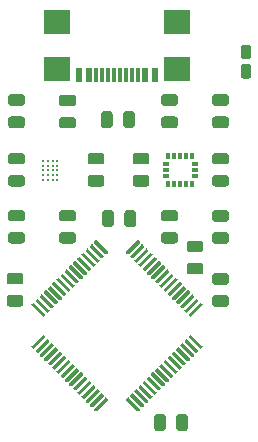
<source format=gtp>
G04 #@! TF.GenerationSoftware,KiCad,Pcbnew,(5.1.5)-3*
G04 #@! TF.CreationDate,2020-02-07T15:38:24-08:00*
G04 #@! TF.ProjectId,pcb,7063622e-6b69-4636-9164-5f7063625858,v1.1*
G04 #@! TF.SameCoordinates,Original*
G04 #@! TF.FileFunction,Paste,Top*
G04 #@! TF.FilePolarity,Positive*
%FSLAX46Y46*%
G04 Gerber Fmt 4.6, Leading zero omitted, Abs format (unit mm)*
G04 Created by KiCad (PCBNEW (5.1.5)-3) date 2020-02-07 15:38:24*
%MOMM*%
%LPD*%
G04 APERTURE LIST*
%ADD10C,0.100000*%
%ADD11R,0.600000X1.150000*%
%ADD12R,0.300000X1.150000*%
%ADD13R,2.180000X2.000000*%
%ADD14R,0.350000X0.530000*%
%ADD15R,0.530000X0.350000*%
%ADD16C,0.226000*%
G04 APERTURE END LIST*
D10*
G36*
X150848142Y-106350674D02*
G01*
X150871803Y-106354184D01*
X150895007Y-106359996D01*
X150917529Y-106368054D01*
X150939153Y-106378282D01*
X150959670Y-106390579D01*
X150978883Y-106404829D01*
X150996607Y-106420893D01*
X151012671Y-106438617D01*
X151026921Y-106457830D01*
X151039218Y-106478347D01*
X151049446Y-106499971D01*
X151057504Y-106522493D01*
X151063316Y-106545697D01*
X151066826Y-106569358D01*
X151068000Y-106593250D01*
X151068000Y-107080750D01*
X151066826Y-107104642D01*
X151063316Y-107128303D01*
X151057504Y-107151507D01*
X151049446Y-107174029D01*
X151039218Y-107195653D01*
X151026921Y-107216170D01*
X151012671Y-107235383D01*
X150996607Y-107253107D01*
X150978883Y-107269171D01*
X150959670Y-107283421D01*
X150939153Y-107295718D01*
X150917529Y-107305946D01*
X150895007Y-107314004D01*
X150871803Y-107319816D01*
X150848142Y-107323326D01*
X150824250Y-107324500D01*
X149911750Y-107324500D01*
X149887858Y-107323326D01*
X149864197Y-107319816D01*
X149840993Y-107314004D01*
X149818471Y-107305946D01*
X149796847Y-107295718D01*
X149776330Y-107283421D01*
X149757117Y-107269171D01*
X149739393Y-107253107D01*
X149723329Y-107235383D01*
X149709079Y-107216170D01*
X149696782Y-107195653D01*
X149686554Y-107174029D01*
X149678496Y-107151507D01*
X149672684Y-107128303D01*
X149669174Y-107104642D01*
X149668000Y-107080750D01*
X149668000Y-106593250D01*
X149669174Y-106569358D01*
X149672684Y-106545697D01*
X149678496Y-106522493D01*
X149686554Y-106499971D01*
X149696782Y-106478347D01*
X149709079Y-106457830D01*
X149723329Y-106438617D01*
X149739393Y-106420893D01*
X149757117Y-106404829D01*
X149776330Y-106390579D01*
X149796847Y-106378282D01*
X149818471Y-106368054D01*
X149840993Y-106359996D01*
X149864197Y-106354184D01*
X149887858Y-106350674D01*
X149911750Y-106349500D01*
X150824250Y-106349500D01*
X150848142Y-106350674D01*
G37*
G36*
X150848142Y-108225674D02*
G01*
X150871803Y-108229184D01*
X150895007Y-108234996D01*
X150917529Y-108243054D01*
X150939153Y-108253282D01*
X150959670Y-108265579D01*
X150978883Y-108279829D01*
X150996607Y-108295893D01*
X151012671Y-108313617D01*
X151026921Y-108332830D01*
X151039218Y-108353347D01*
X151049446Y-108374971D01*
X151057504Y-108397493D01*
X151063316Y-108420697D01*
X151066826Y-108444358D01*
X151068000Y-108468250D01*
X151068000Y-108955750D01*
X151066826Y-108979642D01*
X151063316Y-109003303D01*
X151057504Y-109026507D01*
X151049446Y-109049029D01*
X151039218Y-109070653D01*
X151026921Y-109091170D01*
X151012671Y-109110383D01*
X150996607Y-109128107D01*
X150978883Y-109144171D01*
X150959670Y-109158421D01*
X150939153Y-109170718D01*
X150917529Y-109180946D01*
X150895007Y-109189004D01*
X150871803Y-109194816D01*
X150848142Y-109198326D01*
X150824250Y-109199500D01*
X149911750Y-109199500D01*
X149887858Y-109198326D01*
X149864197Y-109194816D01*
X149840993Y-109189004D01*
X149818471Y-109180946D01*
X149796847Y-109170718D01*
X149776330Y-109158421D01*
X149757117Y-109144171D01*
X149739393Y-109128107D01*
X149723329Y-109110383D01*
X149709079Y-109091170D01*
X149696782Y-109070653D01*
X149686554Y-109049029D01*
X149678496Y-109026507D01*
X149672684Y-109003303D01*
X149669174Y-108979642D01*
X149668000Y-108955750D01*
X149668000Y-108468250D01*
X149669174Y-108444358D01*
X149672684Y-108420697D01*
X149678496Y-108397493D01*
X149686554Y-108374971D01*
X149696782Y-108353347D01*
X149709079Y-108332830D01*
X149723329Y-108313617D01*
X149739393Y-108295893D01*
X149757117Y-108279829D01*
X149776330Y-108265579D01*
X149796847Y-108253282D01*
X149818471Y-108243054D01*
X149840993Y-108234996D01*
X149864197Y-108229184D01*
X149887858Y-108225674D01*
X149911750Y-108224500D01*
X150824250Y-108224500D01*
X150848142Y-108225674D01*
G37*
G36*
X148689142Y-108939174D02*
G01*
X148712803Y-108942684D01*
X148736007Y-108948496D01*
X148758529Y-108956554D01*
X148780153Y-108966782D01*
X148800670Y-108979079D01*
X148819883Y-108993329D01*
X148837607Y-109009393D01*
X148853671Y-109027117D01*
X148867921Y-109046330D01*
X148880218Y-109066847D01*
X148890446Y-109088471D01*
X148898504Y-109110993D01*
X148904316Y-109134197D01*
X148907826Y-109157858D01*
X148909000Y-109181750D01*
X148909000Y-109669250D01*
X148907826Y-109693142D01*
X148904316Y-109716803D01*
X148898504Y-109740007D01*
X148890446Y-109762529D01*
X148880218Y-109784153D01*
X148867921Y-109804670D01*
X148853671Y-109823883D01*
X148837607Y-109841607D01*
X148819883Y-109857671D01*
X148800670Y-109871921D01*
X148780153Y-109884218D01*
X148758529Y-109894446D01*
X148736007Y-109902504D01*
X148712803Y-109908316D01*
X148689142Y-109911826D01*
X148665250Y-109913000D01*
X147752750Y-109913000D01*
X147728858Y-109911826D01*
X147705197Y-109908316D01*
X147681993Y-109902504D01*
X147659471Y-109894446D01*
X147637847Y-109884218D01*
X147617330Y-109871921D01*
X147598117Y-109857671D01*
X147580393Y-109841607D01*
X147564329Y-109823883D01*
X147550079Y-109804670D01*
X147537782Y-109784153D01*
X147527554Y-109762529D01*
X147519496Y-109740007D01*
X147513684Y-109716803D01*
X147510174Y-109693142D01*
X147509000Y-109669250D01*
X147509000Y-109181750D01*
X147510174Y-109157858D01*
X147513684Y-109134197D01*
X147519496Y-109110993D01*
X147527554Y-109088471D01*
X147537782Y-109066847D01*
X147550079Y-109046330D01*
X147564329Y-109027117D01*
X147580393Y-109009393D01*
X147598117Y-108993329D01*
X147617330Y-108979079D01*
X147637847Y-108966782D01*
X147659471Y-108956554D01*
X147681993Y-108948496D01*
X147705197Y-108942684D01*
X147728858Y-108939174D01*
X147752750Y-108938000D01*
X148665250Y-108938000D01*
X148689142Y-108939174D01*
G37*
G36*
X148689142Y-110814174D02*
G01*
X148712803Y-110817684D01*
X148736007Y-110823496D01*
X148758529Y-110831554D01*
X148780153Y-110841782D01*
X148800670Y-110854079D01*
X148819883Y-110868329D01*
X148837607Y-110884393D01*
X148853671Y-110902117D01*
X148867921Y-110921330D01*
X148880218Y-110941847D01*
X148890446Y-110963471D01*
X148898504Y-110985993D01*
X148904316Y-111009197D01*
X148907826Y-111032858D01*
X148909000Y-111056750D01*
X148909000Y-111544250D01*
X148907826Y-111568142D01*
X148904316Y-111591803D01*
X148898504Y-111615007D01*
X148890446Y-111637529D01*
X148880218Y-111659153D01*
X148867921Y-111679670D01*
X148853671Y-111698883D01*
X148837607Y-111716607D01*
X148819883Y-111732671D01*
X148800670Y-111746921D01*
X148780153Y-111759218D01*
X148758529Y-111769446D01*
X148736007Y-111777504D01*
X148712803Y-111783316D01*
X148689142Y-111786826D01*
X148665250Y-111788000D01*
X147752750Y-111788000D01*
X147728858Y-111786826D01*
X147705197Y-111783316D01*
X147681993Y-111777504D01*
X147659471Y-111769446D01*
X147637847Y-111759218D01*
X147617330Y-111746921D01*
X147598117Y-111732671D01*
X147580393Y-111716607D01*
X147564329Y-111698883D01*
X147550079Y-111679670D01*
X147537782Y-111659153D01*
X147527554Y-111637529D01*
X147519496Y-111615007D01*
X147513684Y-111591803D01*
X147510174Y-111568142D01*
X147509000Y-111544250D01*
X147509000Y-111056750D01*
X147510174Y-111032858D01*
X147513684Y-111009197D01*
X147519496Y-110985993D01*
X147527554Y-110963471D01*
X147537782Y-110941847D01*
X147550079Y-110921330D01*
X147564329Y-110902117D01*
X147580393Y-110884393D01*
X147598117Y-110868329D01*
X147617330Y-110854079D01*
X147637847Y-110841782D01*
X147659471Y-110831554D01*
X147681993Y-110823496D01*
X147705197Y-110817684D01*
X147728858Y-110814174D01*
X147752750Y-110813000D01*
X148665250Y-110813000D01*
X148689142Y-110814174D01*
G37*
G36*
X147382142Y-123634174D02*
G01*
X147405803Y-123637684D01*
X147429007Y-123643496D01*
X147451529Y-123651554D01*
X147473153Y-123661782D01*
X147493670Y-123674079D01*
X147512883Y-123688329D01*
X147530607Y-123704393D01*
X147546671Y-123722117D01*
X147560921Y-123741330D01*
X147573218Y-123761847D01*
X147583446Y-123783471D01*
X147591504Y-123805993D01*
X147597316Y-123829197D01*
X147600826Y-123852858D01*
X147602000Y-123876750D01*
X147602000Y-124789250D01*
X147600826Y-124813142D01*
X147597316Y-124836803D01*
X147591504Y-124860007D01*
X147583446Y-124882529D01*
X147573218Y-124904153D01*
X147560921Y-124924670D01*
X147546671Y-124943883D01*
X147530607Y-124961607D01*
X147512883Y-124977671D01*
X147493670Y-124991921D01*
X147473153Y-125004218D01*
X147451529Y-125014446D01*
X147429007Y-125022504D01*
X147405803Y-125028316D01*
X147382142Y-125031826D01*
X147358250Y-125033000D01*
X146870750Y-125033000D01*
X146846858Y-125031826D01*
X146823197Y-125028316D01*
X146799993Y-125022504D01*
X146777471Y-125014446D01*
X146755847Y-125004218D01*
X146735330Y-124991921D01*
X146716117Y-124977671D01*
X146698393Y-124961607D01*
X146682329Y-124943883D01*
X146668079Y-124924670D01*
X146655782Y-124904153D01*
X146645554Y-124882529D01*
X146637496Y-124860007D01*
X146631684Y-124836803D01*
X146628174Y-124813142D01*
X146627000Y-124789250D01*
X146627000Y-123876750D01*
X146628174Y-123852858D01*
X146631684Y-123829197D01*
X146637496Y-123805993D01*
X146645554Y-123783471D01*
X146655782Y-123761847D01*
X146668079Y-123741330D01*
X146682329Y-123722117D01*
X146698393Y-123704393D01*
X146716117Y-123688329D01*
X146735330Y-123674079D01*
X146755847Y-123661782D01*
X146777471Y-123651554D01*
X146799993Y-123643496D01*
X146823197Y-123637684D01*
X146846858Y-123634174D01*
X146870750Y-123633000D01*
X147358250Y-123633000D01*
X147382142Y-123634174D01*
G37*
G36*
X145507142Y-123634174D02*
G01*
X145530803Y-123637684D01*
X145554007Y-123643496D01*
X145576529Y-123651554D01*
X145598153Y-123661782D01*
X145618670Y-123674079D01*
X145637883Y-123688329D01*
X145655607Y-123704393D01*
X145671671Y-123722117D01*
X145685921Y-123741330D01*
X145698218Y-123761847D01*
X145708446Y-123783471D01*
X145716504Y-123805993D01*
X145722316Y-123829197D01*
X145725826Y-123852858D01*
X145727000Y-123876750D01*
X145727000Y-124789250D01*
X145725826Y-124813142D01*
X145722316Y-124836803D01*
X145716504Y-124860007D01*
X145708446Y-124882529D01*
X145698218Y-124904153D01*
X145685921Y-124924670D01*
X145671671Y-124943883D01*
X145655607Y-124961607D01*
X145637883Y-124977671D01*
X145618670Y-124991921D01*
X145598153Y-125004218D01*
X145576529Y-125014446D01*
X145554007Y-125022504D01*
X145530803Y-125028316D01*
X145507142Y-125031826D01*
X145483250Y-125033000D01*
X144995750Y-125033000D01*
X144971858Y-125031826D01*
X144948197Y-125028316D01*
X144924993Y-125022504D01*
X144902471Y-125014446D01*
X144880847Y-125004218D01*
X144860330Y-124991921D01*
X144841117Y-124977671D01*
X144823393Y-124961607D01*
X144807329Y-124943883D01*
X144793079Y-124924670D01*
X144780782Y-124904153D01*
X144770554Y-124882529D01*
X144762496Y-124860007D01*
X144756684Y-124836803D01*
X144753174Y-124813142D01*
X144752000Y-124789250D01*
X144752000Y-123876750D01*
X144753174Y-123852858D01*
X144756684Y-123829197D01*
X144762496Y-123805993D01*
X144770554Y-123783471D01*
X144780782Y-123761847D01*
X144793079Y-123741330D01*
X144807329Y-123722117D01*
X144823393Y-123704393D01*
X144841117Y-123688329D01*
X144860330Y-123674079D01*
X144880847Y-123661782D01*
X144902471Y-123651554D01*
X144924993Y-123643496D01*
X144948197Y-123637684D01*
X144971858Y-123634174D01*
X144995750Y-123633000D01*
X145483250Y-123633000D01*
X145507142Y-123634174D01*
G37*
G36*
X150848142Y-103369674D02*
G01*
X150871803Y-103373184D01*
X150895007Y-103378996D01*
X150917529Y-103387054D01*
X150939153Y-103397282D01*
X150959670Y-103409579D01*
X150978883Y-103423829D01*
X150996607Y-103439893D01*
X151012671Y-103457617D01*
X151026921Y-103476830D01*
X151039218Y-103497347D01*
X151049446Y-103518971D01*
X151057504Y-103541493D01*
X151063316Y-103564697D01*
X151066826Y-103588358D01*
X151068000Y-103612250D01*
X151068000Y-104099750D01*
X151066826Y-104123642D01*
X151063316Y-104147303D01*
X151057504Y-104170507D01*
X151049446Y-104193029D01*
X151039218Y-104214653D01*
X151026921Y-104235170D01*
X151012671Y-104254383D01*
X150996607Y-104272107D01*
X150978883Y-104288171D01*
X150959670Y-104302421D01*
X150939153Y-104314718D01*
X150917529Y-104324946D01*
X150895007Y-104333004D01*
X150871803Y-104338816D01*
X150848142Y-104342326D01*
X150824250Y-104343500D01*
X149911750Y-104343500D01*
X149887858Y-104342326D01*
X149864197Y-104338816D01*
X149840993Y-104333004D01*
X149818471Y-104324946D01*
X149796847Y-104314718D01*
X149776330Y-104302421D01*
X149757117Y-104288171D01*
X149739393Y-104272107D01*
X149723329Y-104254383D01*
X149709079Y-104235170D01*
X149696782Y-104214653D01*
X149686554Y-104193029D01*
X149678496Y-104170507D01*
X149672684Y-104147303D01*
X149669174Y-104123642D01*
X149668000Y-104099750D01*
X149668000Y-103612250D01*
X149669174Y-103588358D01*
X149672684Y-103564697D01*
X149678496Y-103541493D01*
X149686554Y-103518971D01*
X149696782Y-103497347D01*
X149709079Y-103476830D01*
X149723329Y-103457617D01*
X149739393Y-103439893D01*
X149757117Y-103423829D01*
X149776330Y-103409579D01*
X149796847Y-103397282D01*
X149818471Y-103387054D01*
X149840993Y-103378996D01*
X149864197Y-103373184D01*
X149887858Y-103369674D01*
X149911750Y-103368500D01*
X150824250Y-103368500D01*
X150848142Y-103369674D01*
G37*
G36*
X150848142Y-101494674D02*
G01*
X150871803Y-101498184D01*
X150895007Y-101503996D01*
X150917529Y-101512054D01*
X150939153Y-101522282D01*
X150959670Y-101534579D01*
X150978883Y-101548829D01*
X150996607Y-101564893D01*
X151012671Y-101582617D01*
X151026921Y-101601830D01*
X151039218Y-101622347D01*
X151049446Y-101643971D01*
X151057504Y-101666493D01*
X151063316Y-101689697D01*
X151066826Y-101713358D01*
X151068000Y-101737250D01*
X151068000Y-102224750D01*
X151066826Y-102248642D01*
X151063316Y-102272303D01*
X151057504Y-102295507D01*
X151049446Y-102318029D01*
X151039218Y-102339653D01*
X151026921Y-102360170D01*
X151012671Y-102379383D01*
X150996607Y-102397107D01*
X150978883Y-102413171D01*
X150959670Y-102427421D01*
X150939153Y-102439718D01*
X150917529Y-102449946D01*
X150895007Y-102458004D01*
X150871803Y-102463816D01*
X150848142Y-102467326D01*
X150824250Y-102468500D01*
X149911750Y-102468500D01*
X149887858Y-102467326D01*
X149864197Y-102463816D01*
X149840993Y-102458004D01*
X149818471Y-102449946D01*
X149796847Y-102439718D01*
X149776330Y-102427421D01*
X149757117Y-102413171D01*
X149739393Y-102397107D01*
X149723329Y-102379383D01*
X149709079Y-102360170D01*
X149696782Y-102339653D01*
X149686554Y-102318029D01*
X149678496Y-102295507D01*
X149672684Y-102272303D01*
X149669174Y-102248642D01*
X149668000Y-102224750D01*
X149668000Y-101737250D01*
X149669174Y-101713358D01*
X149672684Y-101689697D01*
X149678496Y-101666493D01*
X149686554Y-101643971D01*
X149696782Y-101622347D01*
X149709079Y-101601830D01*
X149723329Y-101582617D01*
X149739393Y-101564893D01*
X149757117Y-101548829D01*
X149776330Y-101534579D01*
X149796847Y-101522282D01*
X149818471Y-101512054D01*
X149840993Y-101503996D01*
X149864197Y-101498184D01*
X149887858Y-101494674D01*
X149911750Y-101493500D01*
X150824250Y-101493500D01*
X150848142Y-101494674D01*
G37*
G36*
X140307142Y-103369674D02*
G01*
X140330803Y-103373184D01*
X140354007Y-103378996D01*
X140376529Y-103387054D01*
X140398153Y-103397282D01*
X140418670Y-103409579D01*
X140437883Y-103423829D01*
X140455607Y-103439893D01*
X140471671Y-103457617D01*
X140485921Y-103476830D01*
X140498218Y-103497347D01*
X140508446Y-103518971D01*
X140516504Y-103541493D01*
X140522316Y-103564697D01*
X140525826Y-103588358D01*
X140527000Y-103612250D01*
X140527000Y-104099750D01*
X140525826Y-104123642D01*
X140522316Y-104147303D01*
X140516504Y-104170507D01*
X140508446Y-104193029D01*
X140498218Y-104214653D01*
X140485921Y-104235170D01*
X140471671Y-104254383D01*
X140455607Y-104272107D01*
X140437883Y-104288171D01*
X140418670Y-104302421D01*
X140398153Y-104314718D01*
X140376529Y-104324946D01*
X140354007Y-104333004D01*
X140330803Y-104338816D01*
X140307142Y-104342326D01*
X140283250Y-104343500D01*
X139370750Y-104343500D01*
X139346858Y-104342326D01*
X139323197Y-104338816D01*
X139299993Y-104333004D01*
X139277471Y-104324946D01*
X139255847Y-104314718D01*
X139235330Y-104302421D01*
X139216117Y-104288171D01*
X139198393Y-104272107D01*
X139182329Y-104254383D01*
X139168079Y-104235170D01*
X139155782Y-104214653D01*
X139145554Y-104193029D01*
X139137496Y-104170507D01*
X139131684Y-104147303D01*
X139128174Y-104123642D01*
X139127000Y-104099750D01*
X139127000Y-103612250D01*
X139128174Y-103588358D01*
X139131684Y-103564697D01*
X139137496Y-103541493D01*
X139145554Y-103518971D01*
X139155782Y-103497347D01*
X139168079Y-103476830D01*
X139182329Y-103457617D01*
X139198393Y-103439893D01*
X139216117Y-103423829D01*
X139235330Y-103409579D01*
X139255847Y-103397282D01*
X139277471Y-103387054D01*
X139299993Y-103378996D01*
X139323197Y-103373184D01*
X139346858Y-103369674D01*
X139370750Y-103368500D01*
X140283250Y-103368500D01*
X140307142Y-103369674D01*
G37*
G36*
X140307142Y-101494674D02*
G01*
X140330803Y-101498184D01*
X140354007Y-101503996D01*
X140376529Y-101512054D01*
X140398153Y-101522282D01*
X140418670Y-101534579D01*
X140437883Y-101548829D01*
X140455607Y-101564893D01*
X140471671Y-101582617D01*
X140485921Y-101601830D01*
X140498218Y-101622347D01*
X140508446Y-101643971D01*
X140516504Y-101666493D01*
X140522316Y-101689697D01*
X140525826Y-101713358D01*
X140527000Y-101737250D01*
X140527000Y-102224750D01*
X140525826Y-102248642D01*
X140522316Y-102272303D01*
X140516504Y-102295507D01*
X140508446Y-102318029D01*
X140498218Y-102339653D01*
X140485921Y-102360170D01*
X140471671Y-102379383D01*
X140455607Y-102397107D01*
X140437883Y-102413171D01*
X140418670Y-102427421D01*
X140398153Y-102439718D01*
X140376529Y-102449946D01*
X140354007Y-102458004D01*
X140330803Y-102463816D01*
X140307142Y-102467326D01*
X140283250Y-102468500D01*
X139370750Y-102468500D01*
X139346858Y-102467326D01*
X139323197Y-102463816D01*
X139299993Y-102458004D01*
X139277471Y-102449946D01*
X139255847Y-102439718D01*
X139235330Y-102427421D01*
X139216117Y-102413171D01*
X139198393Y-102397107D01*
X139182329Y-102379383D01*
X139168079Y-102360170D01*
X139155782Y-102339653D01*
X139145554Y-102318029D01*
X139137496Y-102295507D01*
X139131684Y-102272303D01*
X139128174Y-102248642D01*
X139127000Y-102224750D01*
X139127000Y-101737250D01*
X139128174Y-101713358D01*
X139131684Y-101689697D01*
X139137496Y-101666493D01*
X139145554Y-101643971D01*
X139155782Y-101622347D01*
X139168079Y-101601830D01*
X139182329Y-101582617D01*
X139198393Y-101564893D01*
X139216117Y-101548829D01*
X139235330Y-101534579D01*
X139255847Y-101522282D01*
X139277471Y-101512054D01*
X139299993Y-101503996D01*
X139323197Y-101498184D01*
X139346858Y-101494674D01*
X139370750Y-101493500D01*
X140283250Y-101493500D01*
X140307142Y-101494674D01*
G37*
G36*
X142985642Y-106362174D02*
G01*
X143009303Y-106365684D01*
X143032507Y-106371496D01*
X143055029Y-106379554D01*
X143076653Y-106389782D01*
X143097170Y-106402079D01*
X143116383Y-106416329D01*
X143134107Y-106432393D01*
X143150171Y-106450117D01*
X143164421Y-106469330D01*
X143176718Y-106489847D01*
X143186946Y-106511471D01*
X143195004Y-106533993D01*
X143200816Y-106557197D01*
X143204326Y-106580858D01*
X143205500Y-106604750D01*
X143205500Y-107517250D01*
X143204326Y-107541142D01*
X143200816Y-107564803D01*
X143195004Y-107588007D01*
X143186946Y-107610529D01*
X143176718Y-107632153D01*
X143164421Y-107652670D01*
X143150171Y-107671883D01*
X143134107Y-107689607D01*
X143116383Y-107705671D01*
X143097170Y-107719921D01*
X143076653Y-107732218D01*
X143055029Y-107742446D01*
X143032507Y-107750504D01*
X143009303Y-107756316D01*
X142985642Y-107759826D01*
X142961750Y-107761000D01*
X142474250Y-107761000D01*
X142450358Y-107759826D01*
X142426697Y-107756316D01*
X142403493Y-107750504D01*
X142380971Y-107742446D01*
X142359347Y-107732218D01*
X142338830Y-107719921D01*
X142319617Y-107705671D01*
X142301893Y-107689607D01*
X142285829Y-107671883D01*
X142271579Y-107652670D01*
X142259282Y-107632153D01*
X142249054Y-107610529D01*
X142240996Y-107588007D01*
X142235184Y-107564803D01*
X142231674Y-107541142D01*
X142230500Y-107517250D01*
X142230500Y-106604750D01*
X142231674Y-106580858D01*
X142235184Y-106557197D01*
X142240996Y-106533993D01*
X142249054Y-106511471D01*
X142259282Y-106489847D01*
X142271579Y-106469330D01*
X142285829Y-106450117D01*
X142301893Y-106432393D01*
X142319617Y-106416329D01*
X142338830Y-106402079D01*
X142359347Y-106389782D01*
X142380971Y-106379554D01*
X142403493Y-106371496D01*
X142426697Y-106365684D01*
X142450358Y-106362174D01*
X142474250Y-106361000D01*
X142961750Y-106361000D01*
X142985642Y-106362174D01*
G37*
G36*
X141110642Y-106362174D02*
G01*
X141134303Y-106365684D01*
X141157507Y-106371496D01*
X141180029Y-106379554D01*
X141201653Y-106389782D01*
X141222170Y-106402079D01*
X141241383Y-106416329D01*
X141259107Y-106432393D01*
X141275171Y-106450117D01*
X141289421Y-106469330D01*
X141301718Y-106489847D01*
X141311946Y-106511471D01*
X141320004Y-106533993D01*
X141325816Y-106557197D01*
X141329326Y-106580858D01*
X141330500Y-106604750D01*
X141330500Y-107517250D01*
X141329326Y-107541142D01*
X141325816Y-107564803D01*
X141320004Y-107588007D01*
X141311946Y-107610529D01*
X141301718Y-107632153D01*
X141289421Y-107652670D01*
X141275171Y-107671883D01*
X141259107Y-107689607D01*
X141241383Y-107705671D01*
X141222170Y-107719921D01*
X141201653Y-107732218D01*
X141180029Y-107742446D01*
X141157507Y-107750504D01*
X141134303Y-107756316D01*
X141110642Y-107759826D01*
X141086750Y-107761000D01*
X140599250Y-107761000D01*
X140575358Y-107759826D01*
X140551697Y-107756316D01*
X140528493Y-107750504D01*
X140505971Y-107742446D01*
X140484347Y-107732218D01*
X140463830Y-107719921D01*
X140444617Y-107705671D01*
X140426893Y-107689607D01*
X140410829Y-107671883D01*
X140396579Y-107652670D01*
X140384282Y-107632153D01*
X140374054Y-107610529D01*
X140365996Y-107588007D01*
X140360184Y-107564803D01*
X140356674Y-107541142D01*
X140355500Y-107517250D01*
X140355500Y-106604750D01*
X140356674Y-106580858D01*
X140360184Y-106557197D01*
X140365996Y-106533993D01*
X140374054Y-106511471D01*
X140384282Y-106489847D01*
X140396579Y-106469330D01*
X140410829Y-106450117D01*
X140426893Y-106432393D01*
X140444617Y-106416329D01*
X140463830Y-106402079D01*
X140484347Y-106389782D01*
X140505971Y-106379554D01*
X140528493Y-106371496D01*
X140551697Y-106365684D01*
X140575358Y-106362174D01*
X140599250Y-106361000D01*
X141086750Y-106361000D01*
X141110642Y-106362174D01*
G37*
G36*
X137894142Y-98446674D02*
G01*
X137917803Y-98450184D01*
X137941007Y-98455996D01*
X137963529Y-98464054D01*
X137985153Y-98474282D01*
X138005670Y-98486579D01*
X138024883Y-98500829D01*
X138042607Y-98516893D01*
X138058671Y-98534617D01*
X138072921Y-98553830D01*
X138085218Y-98574347D01*
X138095446Y-98595971D01*
X138103504Y-98618493D01*
X138109316Y-98641697D01*
X138112826Y-98665358D01*
X138114000Y-98689250D01*
X138114000Y-99176750D01*
X138112826Y-99200642D01*
X138109316Y-99224303D01*
X138103504Y-99247507D01*
X138095446Y-99270029D01*
X138085218Y-99291653D01*
X138072921Y-99312170D01*
X138058671Y-99331383D01*
X138042607Y-99349107D01*
X138024883Y-99365171D01*
X138005670Y-99379421D01*
X137985153Y-99391718D01*
X137963529Y-99401946D01*
X137941007Y-99410004D01*
X137917803Y-99415816D01*
X137894142Y-99419326D01*
X137870250Y-99420500D01*
X136957750Y-99420500D01*
X136933858Y-99419326D01*
X136910197Y-99415816D01*
X136886993Y-99410004D01*
X136864471Y-99401946D01*
X136842847Y-99391718D01*
X136822330Y-99379421D01*
X136803117Y-99365171D01*
X136785393Y-99349107D01*
X136769329Y-99331383D01*
X136755079Y-99312170D01*
X136742782Y-99291653D01*
X136732554Y-99270029D01*
X136724496Y-99247507D01*
X136718684Y-99224303D01*
X136715174Y-99200642D01*
X136714000Y-99176750D01*
X136714000Y-98689250D01*
X136715174Y-98665358D01*
X136718684Y-98641697D01*
X136724496Y-98618493D01*
X136732554Y-98595971D01*
X136742782Y-98574347D01*
X136755079Y-98553830D01*
X136769329Y-98534617D01*
X136785393Y-98516893D01*
X136803117Y-98500829D01*
X136822330Y-98486579D01*
X136842847Y-98474282D01*
X136864471Y-98464054D01*
X136886993Y-98455996D01*
X136910197Y-98450184D01*
X136933858Y-98446674D01*
X136957750Y-98445500D01*
X137870250Y-98445500D01*
X137894142Y-98446674D01*
G37*
G36*
X137894142Y-96571674D02*
G01*
X137917803Y-96575184D01*
X137941007Y-96580996D01*
X137963529Y-96589054D01*
X137985153Y-96599282D01*
X138005670Y-96611579D01*
X138024883Y-96625829D01*
X138042607Y-96641893D01*
X138058671Y-96659617D01*
X138072921Y-96678830D01*
X138085218Y-96699347D01*
X138095446Y-96720971D01*
X138103504Y-96743493D01*
X138109316Y-96766697D01*
X138112826Y-96790358D01*
X138114000Y-96814250D01*
X138114000Y-97301750D01*
X138112826Y-97325642D01*
X138109316Y-97349303D01*
X138103504Y-97372507D01*
X138095446Y-97395029D01*
X138085218Y-97416653D01*
X138072921Y-97437170D01*
X138058671Y-97456383D01*
X138042607Y-97474107D01*
X138024883Y-97490171D01*
X138005670Y-97504421D01*
X137985153Y-97516718D01*
X137963529Y-97526946D01*
X137941007Y-97535004D01*
X137917803Y-97540816D01*
X137894142Y-97544326D01*
X137870250Y-97545500D01*
X136957750Y-97545500D01*
X136933858Y-97544326D01*
X136910197Y-97540816D01*
X136886993Y-97535004D01*
X136864471Y-97526946D01*
X136842847Y-97516718D01*
X136822330Y-97504421D01*
X136803117Y-97490171D01*
X136785393Y-97474107D01*
X136769329Y-97456383D01*
X136755079Y-97437170D01*
X136742782Y-97416653D01*
X136732554Y-97395029D01*
X136724496Y-97372507D01*
X136718684Y-97349303D01*
X136715174Y-97325642D01*
X136714000Y-97301750D01*
X136714000Y-96814250D01*
X136715174Y-96790358D01*
X136718684Y-96766697D01*
X136724496Y-96743493D01*
X136732554Y-96720971D01*
X136742782Y-96699347D01*
X136755079Y-96678830D01*
X136769329Y-96659617D01*
X136785393Y-96641893D01*
X136803117Y-96625829D01*
X136822330Y-96611579D01*
X136842847Y-96599282D01*
X136864471Y-96589054D01*
X136886993Y-96580996D01*
X136910197Y-96575184D01*
X136933858Y-96571674D01*
X136957750Y-96570500D01*
X137870250Y-96570500D01*
X137894142Y-96571674D01*
G37*
G36*
X144117142Y-101494674D02*
G01*
X144140803Y-101498184D01*
X144164007Y-101503996D01*
X144186529Y-101512054D01*
X144208153Y-101522282D01*
X144228670Y-101534579D01*
X144247883Y-101548829D01*
X144265607Y-101564893D01*
X144281671Y-101582617D01*
X144295921Y-101601830D01*
X144308218Y-101622347D01*
X144318446Y-101643971D01*
X144326504Y-101666493D01*
X144332316Y-101689697D01*
X144335826Y-101713358D01*
X144337000Y-101737250D01*
X144337000Y-102224750D01*
X144335826Y-102248642D01*
X144332316Y-102272303D01*
X144326504Y-102295507D01*
X144318446Y-102318029D01*
X144308218Y-102339653D01*
X144295921Y-102360170D01*
X144281671Y-102379383D01*
X144265607Y-102397107D01*
X144247883Y-102413171D01*
X144228670Y-102427421D01*
X144208153Y-102439718D01*
X144186529Y-102449946D01*
X144164007Y-102458004D01*
X144140803Y-102463816D01*
X144117142Y-102467326D01*
X144093250Y-102468500D01*
X143180750Y-102468500D01*
X143156858Y-102467326D01*
X143133197Y-102463816D01*
X143109993Y-102458004D01*
X143087471Y-102449946D01*
X143065847Y-102439718D01*
X143045330Y-102427421D01*
X143026117Y-102413171D01*
X143008393Y-102397107D01*
X142992329Y-102379383D01*
X142978079Y-102360170D01*
X142965782Y-102339653D01*
X142955554Y-102318029D01*
X142947496Y-102295507D01*
X142941684Y-102272303D01*
X142938174Y-102248642D01*
X142937000Y-102224750D01*
X142937000Y-101737250D01*
X142938174Y-101713358D01*
X142941684Y-101689697D01*
X142947496Y-101666493D01*
X142955554Y-101643971D01*
X142965782Y-101622347D01*
X142978079Y-101601830D01*
X142992329Y-101582617D01*
X143008393Y-101564893D01*
X143026117Y-101548829D01*
X143045330Y-101534579D01*
X143065847Y-101522282D01*
X143087471Y-101512054D01*
X143109993Y-101503996D01*
X143133197Y-101498184D01*
X143156858Y-101494674D01*
X143180750Y-101493500D01*
X144093250Y-101493500D01*
X144117142Y-101494674D01*
G37*
G36*
X144117142Y-103369674D02*
G01*
X144140803Y-103373184D01*
X144164007Y-103378996D01*
X144186529Y-103387054D01*
X144208153Y-103397282D01*
X144228670Y-103409579D01*
X144247883Y-103423829D01*
X144265607Y-103439893D01*
X144281671Y-103457617D01*
X144295921Y-103476830D01*
X144308218Y-103497347D01*
X144318446Y-103518971D01*
X144326504Y-103541493D01*
X144332316Y-103564697D01*
X144335826Y-103588358D01*
X144337000Y-103612250D01*
X144337000Y-104099750D01*
X144335826Y-104123642D01*
X144332316Y-104147303D01*
X144326504Y-104170507D01*
X144318446Y-104193029D01*
X144308218Y-104214653D01*
X144295921Y-104235170D01*
X144281671Y-104254383D01*
X144265607Y-104272107D01*
X144247883Y-104288171D01*
X144228670Y-104302421D01*
X144208153Y-104314718D01*
X144186529Y-104324946D01*
X144164007Y-104333004D01*
X144140803Y-104338816D01*
X144117142Y-104342326D01*
X144093250Y-104343500D01*
X143180750Y-104343500D01*
X143156858Y-104342326D01*
X143133197Y-104338816D01*
X143109993Y-104333004D01*
X143087471Y-104324946D01*
X143065847Y-104314718D01*
X143045330Y-104302421D01*
X143026117Y-104288171D01*
X143008393Y-104272107D01*
X142992329Y-104254383D01*
X142978079Y-104235170D01*
X142965782Y-104214653D01*
X142955554Y-104193029D01*
X142947496Y-104170507D01*
X142941684Y-104147303D01*
X142938174Y-104123642D01*
X142937000Y-104099750D01*
X142937000Y-103612250D01*
X142938174Y-103588358D01*
X142941684Y-103564697D01*
X142947496Y-103541493D01*
X142955554Y-103518971D01*
X142965782Y-103497347D01*
X142978079Y-103476830D01*
X142992329Y-103457617D01*
X143008393Y-103439893D01*
X143026117Y-103423829D01*
X143045330Y-103409579D01*
X143065847Y-103397282D01*
X143087471Y-103387054D01*
X143109993Y-103378996D01*
X143133197Y-103373184D01*
X143156858Y-103369674D01*
X143180750Y-103368500D01*
X144093250Y-103368500D01*
X144117142Y-103369674D01*
G37*
G36*
X141013642Y-97980174D02*
G01*
X141037303Y-97983684D01*
X141060507Y-97989496D01*
X141083029Y-97997554D01*
X141104653Y-98007782D01*
X141125170Y-98020079D01*
X141144383Y-98034329D01*
X141162107Y-98050393D01*
X141178171Y-98068117D01*
X141192421Y-98087330D01*
X141204718Y-98107847D01*
X141214946Y-98129471D01*
X141223004Y-98151993D01*
X141228816Y-98175197D01*
X141232326Y-98198858D01*
X141233500Y-98222750D01*
X141233500Y-99135250D01*
X141232326Y-99159142D01*
X141228816Y-99182803D01*
X141223004Y-99206007D01*
X141214946Y-99228529D01*
X141204718Y-99250153D01*
X141192421Y-99270670D01*
X141178171Y-99289883D01*
X141162107Y-99307607D01*
X141144383Y-99323671D01*
X141125170Y-99337921D01*
X141104653Y-99350218D01*
X141083029Y-99360446D01*
X141060507Y-99368504D01*
X141037303Y-99374316D01*
X141013642Y-99377826D01*
X140989750Y-99379000D01*
X140502250Y-99379000D01*
X140478358Y-99377826D01*
X140454697Y-99374316D01*
X140431493Y-99368504D01*
X140408971Y-99360446D01*
X140387347Y-99350218D01*
X140366830Y-99337921D01*
X140347617Y-99323671D01*
X140329893Y-99307607D01*
X140313829Y-99289883D01*
X140299579Y-99270670D01*
X140287282Y-99250153D01*
X140277054Y-99228529D01*
X140268996Y-99206007D01*
X140263184Y-99182803D01*
X140259674Y-99159142D01*
X140258500Y-99135250D01*
X140258500Y-98222750D01*
X140259674Y-98198858D01*
X140263184Y-98175197D01*
X140268996Y-98151993D01*
X140277054Y-98129471D01*
X140287282Y-98107847D01*
X140299579Y-98087330D01*
X140313829Y-98068117D01*
X140329893Y-98050393D01*
X140347617Y-98034329D01*
X140366830Y-98020079D01*
X140387347Y-98007782D01*
X140408971Y-97997554D01*
X140431493Y-97989496D01*
X140454697Y-97983684D01*
X140478358Y-97980174D01*
X140502250Y-97979000D01*
X140989750Y-97979000D01*
X141013642Y-97980174D01*
G37*
G36*
X142888642Y-97980174D02*
G01*
X142912303Y-97983684D01*
X142935507Y-97989496D01*
X142958029Y-97997554D01*
X142979653Y-98007782D01*
X143000170Y-98020079D01*
X143019383Y-98034329D01*
X143037107Y-98050393D01*
X143053171Y-98068117D01*
X143067421Y-98087330D01*
X143079718Y-98107847D01*
X143089946Y-98129471D01*
X143098004Y-98151993D01*
X143103816Y-98175197D01*
X143107326Y-98198858D01*
X143108500Y-98222750D01*
X143108500Y-99135250D01*
X143107326Y-99159142D01*
X143103816Y-99182803D01*
X143098004Y-99206007D01*
X143089946Y-99228529D01*
X143079718Y-99250153D01*
X143067421Y-99270670D01*
X143053171Y-99289883D01*
X143037107Y-99307607D01*
X143019383Y-99323671D01*
X143000170Y-99337921D01*
X142979653Y-99350218D01*
X142958029Y-99360446D01*
X142935507Y-99368504D01*
X142912303Y-99374316D01*
X142888642Y-99377826D01*
X142864750Y-99379000D01*
X142377250Y-99379000D01*
X142353358Y-99377826D01*
X142329697Y-99374316D01*
X142306493Y-99368504D01*
X142283971Y-99360446D01*
X142262347Y-99350218D01*
X142241830Y-99337921D01*
X142222617Y-99323671D01*
X142204893Y-99307607D01*
X142188829Y-99289883D01*
X142174579Y-99270670D01*
X142162282Y-99250153D01*
X142152054Y-99228529D01*
X142143996Y-99206007D01*
X142138184Y-99182803D01*
X142134674Y-99159142D01*
X142133500Y-99135250D01*
X142133500Y-98222750D01*
X142134674Y-98198858D01*
X142138184Y-98175197D01*
X142143996Y-98151993D01*
X142152054Y-98129471D01*
X142162282Y-98107847D01*
X142174579Y-98087330D01*
X142188829Y-98068117D01*
X142204893Y-98050393D01*
X142222617Y-98034329D01*
X142241830Y-98020079D01*
X142262347Y-98007782D01*
X142283971Y-97997554D01*
X142306493Y-97989496D01*
X142329697Y-97983684D01*
X142353358Y-97980174D01*
X142377250Y-97979000D01*
X142864750Y-97979000D01*
X142888642Y-97980174D01*
G37*
G36*
X146530142Y-96541674D02*
G01*
X146553803Y-96545184D01*
X146577007Y-96550996D01*
X146599529Y-96559054D01*
X146621153Y-96569282D01*
X146641670Y-96581579D01*
X146660883Y-96595829D01*
X146678607Y-96611893D01*
X146694671Y-96629617D01*
X146708921Y-96648830D01*
X146721218Y-96669347D01*
X146731446Y-96690971D01*
X146739504Y-96713493D01*
X146745316Y-96736697D01*
X146748826Y-96760358D01*
X146750000Y-96784250D01*
X146750000Y-97271750D01*
X146748826Y-97295642D01*
X146745316Y-97319303D01*
X146739504Y-97342507D01*
X146731446Y-97365029D01*
X146721218Y-97386653D01*
X146708921Y-97407170D01*
X146694671Y-97426383D01*
X146678607Y-97444107D01*
X146660883Y-97460171D01*
X146641670Y-97474421D01*
X146621153Y-97486718D01*
X146599529Y-97496946D01*
X146577007Y-97505004D01*
X146553803Y-97510816D01*
X146530142Y-97514326D01*
X146506250Y-97515500D01*
X145593750Y-97515500D01*
X145569858Y-97514326D01*
X145546197Y-97510816D01*
X145522993Y-97505004D01*
X145500471Y-97496946D01*
X145478847Y-97486718D01*
X145458330Y-97474421D01*
X145439117Y-97460171D01*
X145421393Y-97444107D01*
X145405329Y-97426383D01*
X145391079Y-97407170D01*
X145378782Y-97386653D01*
X145368554Y-97365029D01*
X145360496Y-97342507D01*
X145354684Y-97319303D01*
X145351174Y-97295642D01*
X145350000Y-97271750D01*
X145350000Y-96784250D01*
X145351174Y-96760358D01*
X145354684Y-96736697D01*
X145360496Y-96713493D01*
X145368554Y-96690971D01*
X145378782Y-96669347D01*
X145391079Y-96648830D01*
X145405329Y-96629617D01*
X145421393Y-96611893D01*
X145439117Y-96595829D01*
X145458330Y-96581579D01*
X145478847Y-96569282D01*
X145500471Y-96559054D01*
X145522993Y-96550996D01*
X145546197Y-96545184D01*
X145569858Y-96541674D01*
X145593750Y-96540500D01*
X146506250Y-96540500D01*
X146530142Y-96541674D01*
G37*
G36*
X146530142Y-98416674D02*
G01*
X146553803Y-98420184D01*
X146577007Y-98425996D01*
X146599529Y-98434054D01*
X146621153Y-98444282D01*
X146641670Y-98456579D01*
X146660883Y-98470829D01*
X146678607Y-98486893D01*
X146694671Y-98504617D01*
X146708921Y-98523830D01*
X146721218Y-98544347D01*
X146731446Y-98565971D01*
X146739504Y-98588493D01*
X146745316Y-98611697D01*
X146748826Y-98635358D01*
X146750000Y-98659250D01*
X146750000Y-99146750D01*
X146748826Y-99170642D01*
X146745316Y-99194303D01*
X146739504Y-99217507D01*
X146731446Y-99240029D01*
X146721218Y-99261653D01*
X146708921Y-99282170D01*
X146694671Y-99301383D01*
X146678607Y-99319107D01*
X146660883Y-99335171D01*
X146641670Y-99349421D01*
X146621153Y-99361718D01*
X146599529Y-99371946D01*
X146577007Y-99380004D01*
X146553803Y-99385816D01*
X146530142Y-99389326D01*
X146506250Y-99390500D01*
X145593750Y-99390500D01*
X145569858Y-99389326D01*
X145546197Y-99385816D01*
X145522993Y-99380004D01*
X145500471Y-99371946D01*
X145478847Y-99361718D01*
X145458330Y-99349421D01*
X145439117Y-99335171D01*
X145421393Y-99319107D01*
X145405329Y-99301383D01*
X145391079Y-99282170D01*
X145378782Y-99261653D01*
X145368554Y-99240029D01*
X145360496Y-99217507D01*
X145354684Y-99194303D01*
X145351174Y-99170642D01*
X145350000Y-99146750D01*
X145350000Y-98659250D01*
X145351174Y-98635358D01*
X145354684Y-98611697D01*
X145360496Y-98588493D01*
X145368554Y-98565971D01*
X145378782Y-98544347D01*
X145391079Y-98523830D01*
X145405329Y-98504617D01*
X145421393Y-98486893D01*
X145439117Y-98470829D01*
X145458330Y-98456579D01*
X145478847Y-98444282D01*
X145500471Y-98434054D01*
X145522993Y-98425996D01*
X145546197Y-98420184D01*
X145569858Y-98416674D01*
X145593750Y-98415500D01*
X146506250Y-98415500D01*
X146530142Y-98416674D01*
G37*
G36*
X150848142Y-96541674D02*
G01*
X150871803Y-96545184D01*
X150895007Y-96550996D01*
X150917529Y-96559054D01*
X150939153Y-96569282D01*
X150959670Y-96581579D01*
X150978883Y-96595829D01*
X150996607Y-96611893D01*
X151012671Y-96629617D01*
X151026921Y-96648830D01*
X151039218Y-96669347D01*
X151049446Y-96690971D01*
X151057504Y-96713493D01*
X151063316Y-96736697D01*
X151066826Y-96760358D01*
X151068000Y-96784250D01*
X151068000Y-97271750D01*
X151066826Y-97295642D01*
X151063316Y-97319303D01*
X151057504Y-97342507D01*
X151049446Y-97365029D01*
X151039218Y-97386653D01*
X151026921Y-97407170D01*
X151012671Y-97426383D01*
X150996607Y-97444107D01*
X150978883Y-97460171D01*
X150959670Y-97474421D01*
X150939153Y-97486718D01*
X150917529Y-97496946D01*
X150895007Y-97505004D01*
X150871803Y-97510816D01*
X150848142Y-97514326D01*
X150824250Y-97515500D01*
X149911750Y-97515500D01*
X149887858Y-97514326D01*
X149864197Y-97510816D01*
X149840993Y-97505004D01*
X149818471Y-97496946D01*
X149796847Y-97486718D01*
X149776330Y-97474421D01*
X149757117Y-97460171D01*
X149739393Y-97444107D01*
X149723329Y-97426383D01*
X149709079Y-97407170D01*
X149696782Y-97386653D01*
X149686554Y-97365029D01*
X149678496Y-97342507D01*
X149672684Y-97319303D01*
X149669174Y-97295642D01*
X149668000Y-97271750D01*
X149668000Y-96784250D01*
X149669174Y-96760358D01*
X149672684Y-96736697D01*
X149678496Y-96713493D01*
X149686554Y-96690971D01*
X149696782Y-96669347D01*
X149709079Y-96648830D01*
X149723329Y-96629617D01*
X149739393Y-96611893D01*
X149757117Y-96595829D01*
X149776330Y-96581579D01*
X149796847Y-96569282D01*
X149818471Y-96559054D01*
X149840993Y-96550996D01*
X149864197Y-96545184D01*
X149887858Y-96541674D01*
X149911750Y-96540500D01*
X150824250Y-96540500D01*
X150848142Y-96541674D01*
G37*
G36*
X150848142Y-98416674D02*
G01*
X150871803Y-98420184D01*
X150895007Y-98425996D01*
X150917529Y-98434054D01*
X150939153Y-98444282D01*
X150959670Y-98456579D01*
X150978883Y-98470829D01*
X150996607Y-98486893D01*
X151012671Y-98504617D01*
X151026921Y-98523830D01*
X151039218Y-98544347D01*
X151049446Y-98565971D01*
X151057504Y-98588493D01*
X151063316Y-98611697D01*
X151066826Y-98635358D01*
X151068000Y-98659250D01*
X151068000Y-99146750D01*
X151066826Y-99170642D01*
X151063316Y-99194303D01*
X151057504Y-99217507D01*
X151049446Y-99240029D01*
X151039218Y-99261653D01*
X151026921Y-99282170D01*
X151012671Y-99301383D01*
X150996607Y-99319107D01*
X150978883Y-99335171D01*
X150959670Y-99349421D01*
X150939153Y-99361718D01*
X150917529Y-99371946D01*
X150895007Y-99380004D01*
X150871803Y-99385816D01*
X150848142Y-99389326D01*
X150824250Y-99390500D01*
X149911750Y-99390500D01*
X149887858Y-99389326D01*
X149864197Y-99385816D01*
X149840993Y-99380004D01*
X149818471Y-99371946D01*
X149796847Y-99361718D01*
X149776330Y-99349421D01*
X149757117Y-99335171D01*
X149739393Y-99319107D01*
X149723329Y-99301383D01*
X149709079Y-99282170D01*
X149696782Y-99261653D01*
X149686554Y-99240029D01*
X149678496Y-99217507D01*
X149672684Y-99194303D01*
X149669174Y-99170642D01*
X149668000Y-99146750D01*
X149668000Y-98659250D01*
X149669174Y-98635358D01*
X149672684Y-98611697D01*
X149678496Y-98588493D01*
X149686554Y-98565971D01*
X149696782Y-98544347D01*
X149709079Y-98523830D01*
X149723329Y-98504617D01*
X149739393Y-98486893D01*
X149757117Y-98470829D01*
X149776330Y-98456579D01*
X149796847Y-98444282D01*
X149818471Y-98434054D01*
X149840993Y-98425996D01*
X149864197Y-98420184D01*
X149887858Y-98416674D01*
X149911750Y-98415500D01*
X150824250Y-98415500D01*
X150848142Y-98416674D01*
G37*
G36*
X146530142Y-108195674D02*
G01*
X146553803Y-108199184D01*
X146577007Y-108204996D01*
X146599529Y-108213054D01*
X146621153Y-108223282D01*
X146641670Y-108235579D01*
X146660883Y-108249829D01*
X146678607Y-108265893D01*
X146694671Y-108283617D01*
X146708921Y-108302830D01*
X146721218Y-108323347D01*
X146731446Y-108344971D01*
X146739504Y-108367493D01*
X146745316Y-108390697D01*
X146748826Y-108414358D01*
X146750000Y-108438250D01*
X146750000Y-108925750D01*
X146748826Y-108949642D01*
X146745316Y-108973303D01*
X146739504Y-108996507D01*
X146731446Y-109019029D01*
X146721218Y-109040653D01*
X146708921Y-109061170D01*
X146694671Y-109080383D01*
X146678607Y-109098107D01*
X146660883Y-109114171D01*
X146641670Y-109128421D01*
X146621153Y-109140718D01*
X146599529Y-109150946D01*
X146577007Y-109159004D01*
X146553803Y-109164816D01*
X146530142Y-109168326D01*
X146506250Y-109169500D01*
X145593750Y-109169500D01*
X145569858Y-109168326D01*
X145546197Y-109164816D01*
X145522993Y-109159004D01*
X145500471Y-109150946D01*
X145478847Y-109140718D01*
X145458330Y-109128421D01*
X145439117Y-109114171D01*
X145421393Y-109098107D01*
X145405329Y-109080383D01*
X145391079Y-109061170D01*
X145378782Y-109040653D01*
X145368554Y-109019029D01*
X145360496Y-108996507D01*
X145354684Y-108973303D01*
X145351174Y-108949642D01*
X145350000Y-108925750D01*
X145350000Y-108438250D01*
X145351174Y-108414358D01*
X145354684Y-108390697D01*
X145360496Y-108367493D01*
X145368554Y-108344971D01*
X145378782Y-108323347D01*
X145391079Y-108302830D01*
X145405329Y-108283617D01*
X145421393Y-108265893D01*
X145439117Y-108249829D01*
X145458330Y-108235579D01*
X145478847Y-108223282D01*
X145500471Y-108213054D01*
X145522993Y-108204996D01*
X145546197Y-108199184D01*
X145569858Y-108195674D01*
X145593750Y-108194500D01*
X146506250Y-108194500D01*
X146530142Y-108195674D01*
G37*
G36*
X146530142Y-106320674D02*
G01*
X146553803Y-106324184D01*
X146577007Y-106329996D01*
X146599529Y-106338054D01*
X146621153Y-106348282D01*
X146641670Y-106360579D01*
X146660883Y-106374829D01*
X146678607Y-106390893D01*
X146694671Y-106408617D01*
X146708921Y-106427830D01*
X146721218Y-106448347D01*
X146731446Y-106469971D01*
X146739504Y-106492493D01*
X146745316Y-106515697D01*
X146748826Y-106539358D01*
X146750000Y-106563250D01*
X146750000Y-107050750D01*
X146748826Y-107074642D01*
X146745316Y-107098303D01*
X146739504Y-107121507D01*
X146731446Y-107144029D01*
X146721218Y-107165653D01*
X146708921Y-107186170D01*
X146694671Y-107205383D01*
X146678607Y-107223107D01*
X146660883Y-107239171D01*
X146641670Y-107253421D01*
X146621153Y-107265718D01*
X146599529Y-107275946D01*
X146577007Y-107284004D01*
X146553803Y-107289816D01*
X146530142Y-107293326D01*
X146506250Y-107294500D01*
X145593750Y-107294500D01*
X145569858Y-107293326D01*
X145546197Y-107289816D01*
X145522993Y-107284004D01*
X145500471Y-107275946D01*
X145478847Y-107265718D01*
X145458330Y-107253421D01*
X145439117Y-107239171D01*
X145421393Y-107223107D01*
X145405329Y-107205383D01*
X145391079Y-107186170D01*
X145378782Y-107165653D01*
X145368554Y-107144029D01*
X145360496Y-107121507D01*
X145354684Y-107098303D01*
X145351174Y-107074642D01*
X145350000Y-107050750D01*
X145350000Y-106563250D01*
X145351174Y-106539358D01*
X145354684Y-106515697D01*
X145360496Y-106492493D01*
X145368554Y-106469971D01*
X145378782Y-106448347D01*
X145391079Y-106427830D01*
X145405329Y-106408617D01*
X145421393Y-106390893D01*
X145439117Y-106374829D01*
X145458330Y-106360579D01*
X145478847Y-106348282D01*
X145500471Y-106338054D01*
X145522993Y-106329996D01*
X145546197Y-106324184D01*
X145569858Y-106320674D01*
X145593750Y-106319500D01*
X146506250Y-106319500D01*
X146530142Y-106320674D01*
G37*
G36*
X137894142Y-106320674D02*
G01*
X137917803Y-106324184D01*
X137941007Y-106329996D01*
X137963529Y-106338054D01*
X137985153Y-106348282D01*
X138005670Y-106360579D01*
X138024883Y-106374829D01*
X138042607Y-106390893D01*
X138058671Y-106408617D01*
X138072921Y-106427830D01*
X138085218Y-106448347D01*
X138095446Y-106469971D01*
X138103504Y-106492493D01*
X138109316Y-106515697D01*
X138112826Y-106539358D01*
X138114000Y-106563250D01*
X138114000Y-107050750D01*
X138112826Y-107074642D01*
X138109316Y-107098303D01*
X138103504Y-107121507D01*
X138095446Y-107144029D01*
X138085218Y-107165653D01*
X138072921Y-107186170D01*
X138058671Y-107205383D01*
X138042607Y-107223107D01*
X138024883Y-107239171D01*
X138005670Y-107253421D01*
X137985153Y-107265718D01*
X137963529Y-107275946D01*
X137941007Y-107284004D01*
X137917803Y-107289816D01*
X137894142Y-107293326D01*
X137870250Y-107294500D01*
X136957750Y-107294500D01*
X136933858Y-107293326D01*
X136910197Y-107289816D01*
X136886993Y-107284004D01*
X136864471Y-107275946D01*
X136842847Y-107265718D01*
X136822330Y-107253421D01*
X136803117Y-107239171D01*
X136785393Y-107223107D01*
X136769329Y-107205383D01*
X136755079Y-107186170D01*
X136742782Y-107165653D01*
X136732554Y-107144029D01*
X136724496Y-107121507D01*
X136718684Y-107098303D01*
X136715174Y-107074642D01*
X136714000Y-107050750D01*
X136714000Y-106563250D01*
X136715174Y-106539358D01*
X136718684Y-106515697D01*
X136724496Y-106492493D01*
X136732554Y-106469971D01*
X136742782Y-106448347D01*
X136755079Y-106427830D01*
X136769329Y-106408617D01*
X136785393Y-106390893D01*
X136803117Y-106374829D01*
X136822330Y-106360579D01*
X136842847Y-106348282D01*
X136864471Y-106338054D01*
X136886993Y-106329996D01*
X136910197Y-106324184D01*
X136933858Y-106320674D01*
X136957750Y-106319500D01*
X137870250Y-106319500D01*
X137894142Y-106320674D01*
G37*
G36*
X137894142Y-108195674D02*
G01*
X137917803Y-108199184D01*
X137941007Y-108204996D01*
X137963529Y-108213054D01*
X137985153Y-108223282D01*
X138005670Y-108235579D01*
X138024883Y-108249829D01*
X138042607Y-108265893D01*
X138058671Y-108283617D01*
X138072921Y-108302830D01*
X138085218Y-108323347D01*
X138095446Y-108344971D01*
X138103504Y-108367493D01*
X138109316Y-108390697D01*
X138112826Y-108414358D01*
X138114000Y-108438250D01*
X138114000Y-108925750D01*
X138112826Y-108949642D01*
X138109316Y-108973303D01*
X138103504Y-108996507D01*
X138095446Y-109019029D01*
X138085218Y-109040653D01*
X138072921Y-109061170D01*
X138058671Y-109080383D01*
X138042607Y-109098107D01*
X138024883Y-109114171D01*
X138005670Y-109128421D01*
X137985153Y-109140718D01*
X137963529Y-109150946D01*
X137941007Y-109159004D01*
X137917803Y-109164816D01*
X137894142Y-109168326D01*
X137870250Y-109169500D01*
X136957750Y-109169500D01*
X136933858Y-109168326D01*
X136910197Y-109164816D01*
X136886993Y-109159004D01*
X136864471Y-109150946D01*
X136842847Y-109140718D01*
X136822330Y-109128421D01*
X136803117Y-109114171D01*
X136785393Y-109098107D01*
X136769329Y-109080383D01*
X136755079Y-109061170D01*
X136742782Y-109040653D01*
X136732554Y-109019029D01*
X136724496Y-108996507D01*
X136718684Y-108973303D01*
X136715174Y-108949642D01*
X136714000Y-108925750D01*
X136714000Y-108438250D01*
X136715174Y-108414358D01*
X136718684Y-108390697D01*
X136724496Y-108367493D01*
X136732554Y-108344971D01*
X136742782Y-108323347D01*
X136755079Y-108302830D01*
X136769329Y-108283617D01*
X136785393Y-108265893D01*
X136803117Y-108249829D01*
X136822330Y-108235579D01*
X136842847Y-108223282D01*
X136864471Y-108213054D01*
X136886993Y-108204996D01*
X136910197Y-108199184D01*
X136933858Y-108195674D01*
X136957750Y-108194500D01*
X137870250Y-108194500D01*
X137894142Y-108195674D01*
G37*
G36*
X133576142Y-106320674D02*
G01*
X133599803Y-106324184D01*
X133623007Y-106329996D01*
X133645529Y-106338054D01*
X133667153Y-106348282D01*
X133687670Y-106360579D01*
X133706883Y-106374829D01*
X133724607Y-106390893D01*
X133740671Y-106408617D01*
X133754921Y-106427830D01*
X133767218Y-106448347D01*
X133777446Y-106469971D01*
X133785504Y-106492493D01*
X133791316Y-106515697D01*
X133794826Y-106539358D01*
X133796000Y-106563250D01*
X133796000Y-107050750D01*
X133794826Y-107074642D01*
X133791316Y-107098303D01*
X133785504Y-107121507D01*
X133777446Y-107144029D01*
X133767218Y-107165653D01*
X133754921Y-107186170D01*
X133740671Y-107205383D01*
X133724607Y-107223107D01*
X133706883Y-107239171D01*
X133687670Y-107253421D01*
X133667153Y-107265718D01*
X133645529Y-107275946D01*
X133623007Y-107284004D01*
X133599803Y-107289816D01*
X133576142Y-107293326D01*
X133552250Y-107294500D01*
X132639750Y-107294500D01*
X132615858Y-107293326D01*
X132592197Y-107289816D01*
X132568993Y-107284004D01*
X132546471Y-107275946D01*
X132524847Y-107265718D01*
X132504330Y-107253421D01*
X132485117Y-107239171D01*
X132467393Y-107223107D01*
X132451329Y-107205383D01*
X132437079Y-107186170D01*
X132424782Y-107165653D01*
X132414554Y-107144029D01*
X132406496Y-107121507D01*
X132400684Y-107098303D01*
X132397174Y-107074642D01*
X132396000Y-107050750D01*
X132396000Y-106563250D01*
X132397174Y-106539358D01*
X132400684Y-106515697D01*
X132406496Y-106492493D01*
X132414554Y-106469971D01*
X132424782Y-106448347D01*
X132437079Y-106427830D01*
X132451329Y-106408617D01*
X132467393Y-106390893D01*
X132485117Y-106374829D01*
X132504330Y-106360579D01*
X132524847Y-106348282D01*
X132546471Y-106338054D01*
X132568993Y-106329996D01*
X132592197Y-106324184D01*
X132615858Y-106320674D01*
X132639750Y-106319500D01*
X133552250Y-106319500D01*
X133576142Y-106320674D01*
G37*
G36*
X133576142Y-108195674D02*
G01*
X133599803Y-108199184D01*
X133623007Y-108204996D01*
X133645529Y-108213054D01*
X133667153Y-108223282D01*
X133687670Y-108235579D01*
X133706883Y-108249829D01*
X133724607Y-108265893D01*
X133740671Y-108283617D01*
X133754921Y-108302830D01*
X133767218Y-108323347D01*
X133777446Y-108344971D01*
X133785504Y-108367493D01*
X133791316Y-108390697D01*
X133794826Y-108414358D01*
X133796000Y-108438250D01*
X133796000Y-108925750D01*
X133794826Y-108949642D01*
X133791316Y-108973303D01*
X133785504Y-108996507D01*
X133777446Y-109019029D01*
X133767218Y-109040653D01*
X133754921Y-109061170D01*
X133740671Y-109080383D01*
X133724607Y-109098107D01*
X133706883Y-109114171D01*
X133687670Y-109128421D01*
X133667153Y-109140718D01*
X133645529Y-109150946D01*
X133623007Y-109159004D01*
X133599803Y-109164816D01*
X133576142Y-109168326D01*
X133552250Y-109169500D01*
X132639750Y-109169500D01*
X132615858Y-109168326D01*
X132592197Y-109164816D01*
X132568993Y-109159004D01*
X132546471Y-109150946D01*
X132524847Y-109140718D01*
X132504330Y-109128421D01*
X132485117Y-109114171D01*
X132467393Y-109098107D01*
X132451329Y-109080383D01*
X132437079Y-109061170D01*
X132424782Y-109040653D01*
X132414554Y-109019029D01*
X132406496Y-108996507D01*
X132400684Y-108973303D01*
X132397174Y-108949642D01*
X132396000Y-108925750D01*
X132396000Y-108438250D01*
X132397174Y-108414358D01*
X132400684Y-108390697D01*
X132406496Y-108367493D01*
X132414554Y-108344971D01*
X132424782Y-108323347D01*
X132437079Y-108302830D01*
X132451329Y-108283617D01*
X132467393Y-108265893D01*
X132485117Y-108249829D01*
X132504330Y-108235579D01*
X132524847Y-108223282D01*
X132546471Y-108213054D01*
X132568993Y-108204996D01*
X132592197Y-108199184D01*
X132615858Y-108195674D01*
X132639750Y-108194500D01*
X133552250Y-108194500D01*
X133576142Y-108195674D01*
G37*
G36*
X133449142Y-113529674D02*
G01*
X133472803Y-113533184D01*
X133496007Y-113538996D01*
X133518529Y-113547054D01*
X133540153Y-113557282D01*
X133560670Y-113569579D01*
X133579883Y-113583829D01*
X133597607Y-113599893D01*
X133613671Y-113617617D01*
X133627921Y-113636830D01*
X133640218Y-113657347D01*
X133650446Y-113678971D01*
X133658504Y-113701493D01*
X133664316Y-113724697D01*
X133667826Y-113748358D01*
X133669000Y-113772250D01*
X133669000Y-114259750D01*
X133667826Y-114283642D01*
X133664316Y-114307303D01*
X133658504Y-114330507D01*
X133650446Y-114353029D01*
X133640218Y-114374653D01*
X133627921Y-114395170D01*
X133613671Y-114414383D01*
X133597607Y-114432107D01*
X133579883Y-114448171D01*
X133560670Y-114462421D01*
X133540153Y-114474718D01*
X133518529Y-114484946D01*
X133496007Y-114493004D01*
X133472803Y-114498816D01*
X133449142Y-114502326D01*
X133425250Y-114503500D01*
X132512750Y-114503500D01*
X132488858Y-114502326D01*
X132465197Y-114498816D01*
X132441993Y-114493004D01*
X132419471Y-114484946D01*
X132397847Y-114474718D01*
X132377330Y-114462421D01*
X132358117Y-114448171D01*
X132340393Y-114432107D01*
X132324329Y-114414383D01*
X132310079Y-114395170D01*
X132297782Y-114374653D01*
X132287554Y-114353029D01*
X132279496Y-114330507D01*
X132273684Y-114307303D01*
X132270174Y-114283642D01*
X132269000Y-114259750D01*
X132269000Y-113772250D01*
X132270174Y-113748358D01*
X132273684Y-113724697D01*
X132279496Y-113701493D01*
X132287554Y-113678971D01*
X132297782Y-113657347D01*
X132310079Y-113636830D01*
X132324329Y-113617617D01*
X132340393Y-113599893D01*
X132358117Y-113583829D01*
X132377330Y-113569579D01*
X132397847Y-113557282D01*
X132419471Y-113547054D01*
X132441993Y-113538996D01*
X132465197Y-113533184D01*
X132488858Y-113529674D01*
X132512750Y-113528500D01*
X133425250Y-113528500D01*
X133449142Y-113529674D01*
G37*
G36*
X133449142Y-111654674D02*
G01*
X133472803Y-111658184D01*
X133496007Y-111663996D01*
X133518529Y-111672054D01*
X133540153Y-111682282D01*
X133560670Y-111694579D01*
X133579883Y-111708829D01*
X133597607Y-111724893D01*
X133613671Y-111742617D01*
X133627921Y-111761830D01*
X133640218Y-111782347D01*
X133650446Y-111803971D01*
X133658504Y-111826493D01*
X133664316Y-111849697D01*
X133667826Y-111873358D01*
X133669000Y-111897250D01*
X133669000Y-112384750D01*
X133667826Y-112408642D01*
X133664316Y-112432303D01*
X133658504Y-112455507D01*
X133650446Y-112478029D01*
X133640218Y-112499653D01*
X133627921Y-112520170D01*
X133613671Y-112539383D01*
X133597607Y-112557107D01*
X133579883Y-112573171D01*
X133560670Y-112587421D01*
X133540153Y-112599718D01*
X133518529Y-112609946D01*
X133496007Y-112618004D01*
X133472803Y-112623816D01*
X133449142Y-112627326D01*
X133425250Y-112628500D01*
X132512750Y-112628500D01*
X132488858Y-112627326D01*
X132465197Y-112623816D01*
X132441993Y-112618004D01*
X132419471Y-112609946D01*
X132397847Y-112599718D01*
X132377330Y-112587421D01*
X132358117Y-112573171D01*
X132340393Y-112557107D01*
X132324329Y-112539383D01*
X132310079Y-112520170D01*
X132297782Y-112499653D01*
X132287554Y-112478029D01*
X132279496Y-112455507D01*
X132273684Y-112432303D01*
X132270174Y-112408642D01*
X132269000Y-112384750D01*
X132269000Y-111897250D01*
X132270174Y-111873358D01*
X132273684Y-111849697D01*
X132279496Y-111826493D01*
X132287554Y-111803971D01*
X132297782Y-111782347D01*
X132310079Y-111761830D01*
X132324329Y-111742617D01*
X132340393Y-111724893D01*
X132358117Y-111708829D01*
X132377330Y-111694579D01*
X132397847Y-111682282D01*
X132419471Y-111672054D01*
X132441993Y-111663996D01*
X132465197Y-111658184D01*
X132488858Y-111654674D01*
X132512750Y-111653500D01*
X133425250Y-111653500D01*
X133449142Y-111654674D01*
G37*
G36*
X133576142Y-101494674D02*
G01*
X133599803Y-101498184D01*
X133623007Y-101503996D01*
X133645529Y-101512054D01*
X133667153Y-101522282D01*
X133687670Y-101534579D01*
X133706883Y-101548829D01*
X133724607Y-101564893D01*
X133740671Y-101582617D01*
X133754921Y-101601830D01*
X133767218Y-101622347D01*
X133777446Y-101643971D01*
X133785504Y-101666493D01*
X133791316Y-101689697D01*
X133794826Y-101713358D01*
X133796000Y-101737250D01*
X133796000Y-102224750D01*
X133794826Y-102248642D01*
X133791316Y-102272303D01*
X133785504Y-102295507D01*
X133777446Y-102318029D01*
X133767218Y-102339653D01*
X133754921Y-102360170D01*
X133740671Y-102379383D01*
X133724607Y-102397107D01*
X133706883Y-102413171D01*
X133687670Y-102427421D01*
X133667153Y-102439718D01*
X133645529Y-102449946D01*
X133623007Y-102458004D01*
X133599803Y-102463816D01*
X133576142Y-102467326D01*
X133552250Y-102468500D01*
X132639750Y-102468500D01*
X132615858Y-102467326D01*
X132592197Y-102463816D01*
X132568993Y-102458004D01*
X132546471Y-102449946D01*
X132524847Y-102439718D01*
X132504330Y-102427421D01*
X132485117Y-102413171D01*
X132467393Y-102397107D01*
X132451329Y-102379383D01*
X132437079Y-102360170D01*
X132424782Y-102339653D01*
X132414554Y-102318029D01*
X132406496Y-102295507D01*
X132400684Y-102272303D01*
X132397174Y-102248642D01*
X132396000Y-102224750D01*
X132396000Y-101737250D01*
X132397174Y-101713358D01*
X132400684Y-101689697D01*
X132406496Y-101666493D01*
X132414554Y-101643971D01*
X132424782Y-101622347D01*
X132437079Y-101601830D01*
X132451329Y-101582617D01*
X132467393Y-101564893D01*
X132485117Y-101548829D01*
X132504330Y-101534579D01*
X132524847Y-101522282D01*
X132546471Y-101512054D01*
X132568993Y-101503996D01*
X132592197Y-101498184D01*
X132615858Y-101494674D01*
X132639750Y-101493500D01*
X133552250Y-101493500D01*
X133576142Y-101494674D01*
G37*
G36*
X133576142Y-103369674D02*
G01*
X133599803Y-103373184D01*
X133623007Y-103378996D01*
X133645529Y-103387054D01*
X133667153Y-103397282D01*
X133687670Y-103409579D01*
X133706883Y-103423829D01*
X133724607Y-103439893D01*
X133740671Y-103457617D01*
X133754921Y-103476830D01*
X133767218Y-103497347D01*
X133777446Y-103518971D01*
X133785504Y-103541493D01*
X133791316Y-103564697D01*
X133794826Y-103588358D01*
X133796000Y-103612250D01*
X133796000Y-104099750D01*
X133794826Y-104123642D01*
X133791316Y-104147303D01*
X133785504Y-104170507D01*
X133777446Y-104193029D01*
X133767218Y-104214653D01*
X133754921Y-104235170D01*
X133740671Y-104254383D01*
X133724607Y-104272107D01*
X133706883Y-104288171D01*
X133687670Y-104302421D01*
X133667153Y-104314718D01*
X133645529Y-104324946D01*
X133623007Y-104333004D01*
X133599803Y-104338816D01*
X133576142Y-104342326D01*
X133552250Y-104343500D01*
X132639750Y-104343500D01*
X132615858Y-104342326D01*
X132592197Y-104338816D01*
X132568993Y-104333004D01*
X132546471Y-104324946D01*
X132524847Y-104314718D01*
X132504330Y-104302421D01*
X132485117Y-104288171D01*
X132467393Y-104272107D01*
X132451329Y-104254383D01*
X132437079Y-104235170D01*
X132424782Y-104214653D01*
X132414554Y-104193029D01*
X132406496Y-104170507D01*
X132400684Y-104147303D01*
X132397174Y-104123642D01*
X132396000Y-104099750D01*
X132396000Y-103612250D01*
X132397174Y-103588358D01*
X132400684Y-103564697D01*
X132406496Y-103541493D01*
X132414554Y-103518971D01*
X132424782Y-103497347D01*
X132437079Y-103476830D01*
X132451329Y-103457617D01*
X132467393Y-103439893D01*
X132485117Y-103423829D01*
X132504330Y-103409579D01*
X132524847Y-103397282D01*
X132546471Y-103387054D01*
X132568993Y-103378996D01*
X132592197Y-103373184D01*
X132615858Y-103369674D01*
X132639750Y-103368500D01*
X133552250Y-103368500D01*
X133576142Y-103369674D01*
G37*
G36*
X152760329Y-92352523D02*
G01*
X152780957Y-92355583D01*
X152801185Y-92360650D01*
X152820820Y-92367676D01*
X152839672Y-92376592D01*
X152857559Y-92387313D01*
X152874309Y-92399735D01*
X152889760Y-92413740D01*
X152903765Y-92429191D01*
X152916187Y-92445941D01*
X152926908Y-92463828D01*
X152935824Y-92482680D01*
X152942850Y-92502315D01*
X152947917Y-92522543D01*
X152950977Y-92543171D01*
X152952000Y-92564000D01*
X152952000Y-93364000D01*
X152950977Y-93384829D01*
X152947917Y-93405457D01*
X152942850Y-93425685D01*
X152935824Y-93445320D01*
X152926908Y-93464172D01*
X152916187Y-93482059D01*
X152903765Y-93498809D01*
X152889760Y-93514260D01*
X152874309Y-93528265D01*
X152857559Y-93540687D01*
X152839672Y-93551408D01*
X152820820Y-93560324D01*
X152801185Y-93567350D01*
X152780957Y-93572417D01*
X152760329Y-93575477D01*
X152739500Y-93576500D01*
X152314500Y-93576500D01*
X152293671Y-93575477D01*
X152273043Y-93572417D01*
X152252815Y-93567350D01*
X152233180Y-93560324D01*
X152214328Y-93551408D01*
X152196441Y-93540687D01*
X152179691Y-93528265D01*
X152164240Y-93514260D01*
X152150235Y-93498809D01*
X152137813Y-93482059D01*
X152127092Y-93464172D01*
X152118176Y-93445320D01*
X152111150Y-93425685D01*
X152106083Y-93405457D01*
X152103023Y-93384829D01*
X152102000Y-93364000D01*
X152102000Y-92564000D01*
X152103023Y-92543171D01*
X152106083Y-92522543D01*
X152111150Y-92502315D01*
X152118176Y-92482680D01*
X152127092Y-92463828D01*
X152137813Y-92445941D01*
X152150235Y-92429191D01*
X152164240Y-92413740D01*
X152179691Y-92399735D01*
X152196441Y-92387313D01*
X152214328Y-92376592D01*
X152233180Y-92367676D01*
X152252815Y-92360650D01*
X152273043Y-92355583D01*
X152293671Y-92352523D01*
X152314500Y-92351500D01*
X152739500Y-92351500D01*
X152760329Y-92352523D01*
G37*
G36*
X152760329Y-93977523D02*
G01*
X152780957Y-93980583D01*
X152801185Y-93985650D01*
X152820820Y-93992676D01*
X152839672Y-94001592D01*
X152857559Y-94012313D01*
X152874309Y-94024735D01*
X152889760Y-94038740D01*
X152903765Y-94054191D01*
X152916187Y-94070941D01*
X152926908Y-94088828D01*
X152935824Y-94107680D01*
X152942850Y-94127315D01*
X152947917Y-94147543D01*
X152950977Y-94168171D01*
X152952000Y-94189000D01*
X152952000Y-94989000D01*
X152950977Y-95009829D01*
X152947917Y-95030457D01*
X152942850Y-95050685D01*
X152935824Y-95070320D01*
X152926908Y-95089172D01*
X152916187Y-95107059D01*
X152903765Y-95123809D01*
X152889760Y-95139260D01*
X152874309Y-95153265D01*
X152857559Y-95165687D01*
X152839672Y-95176408D01*
X152820820Y-95185324D01*
X152801185Y-95192350D01*
X152780957Y-95197417D01*
X152760329Y-95200477D01*
X152739500Y-95201500D01*
X152314500Y-95201500D01*
X152293671Y-95200477D01*
X152273043Y-95197417D01*
X152252815Y-95192350D01*
X152233180Y-95185324D01*
X152214328Y-95176408D01*
X152196441Y-95165687D01*
X152179691Y-95153265D01*
X152164240Y-95139260D01*
X152150235Y-95123809D01*
X152137813Y-95107059D01*
X152127092Y-95089172D01*
X152118176Y-95070320D01*
X152111150Y-95050685D01*
X152106083Y-95030457D01*
X152103023Y-95009829D01*
X152102000Y-94989000D01*
X152102000Y-94189000D01*
X152103023Y-94168171D01*
X152106083Y-94147543D01*
X152111150Y-94127315D01*
X152118176Y-94107680D01*
X152127092Y-94088828D01*
X152137813Y-94070941D01*
X152150235Y-94054191D01*
X152164240Y-94038740D01*
X152179691Y-94024735D01*
X152196441Y-94012313D01*
X152214328Y-94001592D01*
X152233180Y-93992676D01*
X152252815Y-93985650D01*
X152273043Y-93980583D01*
X152293671Y-93977523D01*
X152314500Y-93976500D01*
X152739500Y-93976500D01*
X152760329Y-93977523D01*
G37*
G36*
X133576142Y-98416674D02*
G01*
X133599803Y-98420184D01*
X133623007Y-98425996D01*
X133645529Y-98434054D01*
X133667153Y-98444282D01*
X133687670Y-98456579D01*
X133706883Y-98470829D01*
X133724607Y-98486893D01*
X133740671Y-98504617D01*
X133754921Y-98523830D01*
X133767218Y-98544347D01*
X133777446Y-98565971D01*
X133785504Y-98588493D01*
X133791316Y-98611697D01*
X133794826Y-98635358D01*
X133796000Y-98659250D01*
X133796000Y-99146750D01*
X133794826Y-99170642D01*
X133791316Y-99194303D01*
X133785504Y-99217507D01*
X133777446Y-99240029D01*
X133767218Y-99261653D01*
X133754921Y-99282170D01*
X133740671Y-99301383D01*
X133724607Y-99319107D01*
X133706883Y-99335171D01*
X133687670Y-99349421D01*
X133667153Y-99361718D01*
X133645529Y-99371946D01*
X133623007Y-99380004D01*
X133599803Y-99385816D01*
X133576142Y-99389326D01*
X133552250Y-99390500D01*
X132639750Y-99390500D01*
X132615858Y-99389326D01*
X132592197Y-99385816D01*
X132568993Y-99380004D01*
X132546471Y-99371946D01*
X132524847Y-99361718D01*
X132504330Y-99349421D01*
X132485117Y-99335171D01*
X132467393Y-99319107D01*
X132451329Y-99301383D01*
X132437079Y-99282170D01*
X132424782Y-99261653D01*
X132414554Y-99240029D01*
X132406496Y-99217507D01*
X132400684Y-99194303D01*
X132397174Y-99170642D01*
X132396000Y-99146750D01*
X132396000Y-98659250D01*
X132397174Y-98635358D01*
X132400684Y-98611697D01*
X132406496Y-98588493D01*
X132414554Y-98565971D01*
X132424782Y-98544347D01*
X132437079Y-98523830D01*
X132451329Y-98504617D01*
X132467393Y-98486893D01*
X132485117Y-98470829D01*
X132504330Y-98456579D01*
X132524847Y-98444282D01*
X132546471Y-98434054D01*
X132568993Y-98425996D01*
X132592197Y-98420184D01*
X132615858Y-98416674D01*
X132639750Y-98415500D01*
X133552250Y-98415500D01*
X133576142Y-98416674D01*
G37*
G36*
X133576142Y-96541674D02*
G01*
X133599803Y-96545184D01*
X133623007Y-96550996D01*
X133645529Y-96559054D01*
X133667153Y-96569282D01*
X133687670Y-96581579D01*
X133706883Y-96595829D01*
X133724607Y-96611893D01*
X133740671Y-96629617D01*
X133754921Y-96648830D01*
X133767218Y-96669347D01*
X133777446Y-96690971D01*
X133785504Y-96713493D01*
X133791316Y-96736697D01*
X133794826Y-96760358D01*
X133796000Y-96784250D01*
X133796000Y-97271750D01*
X133794826Y-97295642D01*
X133791316Y-97319303D01*
X133785504Y-97342507D01*
X133777446Y-97365029D01*
X133767218Y-97386653D01*
X133754921Y-97407170D01*
X133740671Y-97426383D01*
X133724607Y-97444107D01*
X133706883Y-97460171D01*
X133687670Y-97474421D01*
X133667153Y-97486718D01*
X133645529Y-97496946D01*
X133623007Y-97505004D01*
X133599803Y-97510816D01*
X133576142Y-97514326D01*
X133552250Y-97515500D01*
X132639750Y-97515500D01*
X132615858Y-97514326D01*
X132592197Y-97510816D01*
X132568993Y-97505004D01*
X132546471Y-97496946D01*
X132524847Y-97486718D01*
X132504330Y-97474421D01*
X132485117Y-97460171D01*
X132467393Y-97444107D01*
X132451329Y-97426383D01*
X132437079Y-97407170D01*
X132424782Y-97386653D01*
X132414554Y-97365029D01*
X132406496Y-97342507D01*
X132400684Y-97319303D01*
X132397174Y-97295642D01*
X132396000Y-97271750D01*
X132396000Y-96784250D01*
X132397174Y-96760358D01*
X132400684Y-96736697D01*
X132406496Y-96713493D01*
X132414554Y-96690971D01*
X132424782Y-96669347D01*
X132437079Y-96648830D01*
X132451329Y-96629617D01*
X132467393Y-96611893D01*
X132485117Y-96595829D01*
X132504330Y-96581579D01*
X132524847Y-96569282D01*
X132546471Y-96559054D01*
X132568993Y-96550996D01*
X132592197Y-96545184D01*
X132615858Y-96541674D01*
X132639750Y-96540500D01*
X133552250Y-96540500D01*
X133576142Y-96541674D01*
G37*
G36*
X150848142Y-113559674D02*
G01*
X150871803Y-113563184D01*
X150895007Y-113568996D01*
X150917529Y-113577054D01*
X150939153Y-113587282D01*
X150959670Y-113599579D01*
X150978883Y-113613829D01*
X150996607Y-113629893D01*
X151012671Y-113647617D01*
X151026921Y-113666830D01*
X151039218Y-113687347D01*
X151049446Y-113708971D01*
X151057504Y-113731493D01*
X151063316Y-113754697D01*
X151066826Y-113778358D01*
X151068000Y-113802250D01*
X151068000Y-114289750D01*
X151066826Y-114313642D01*
X151063316Y-114337303D01*
X151057504Y-114360507D01*
X151049446Y-114383029D01*
X151039218Y-114404653D01*
X151026921Y-114425170D01*
X151012671Y-114444383D01*
X150996607Y-114462107D01*
X150978883Y-114478171D01*
X150959670Y-114492421D01*
X150939153Y-114504718D01*
X150917529Y-114514946D01*
X150895007Y-114523004D01*
X150871803Y-114528816D01*
X150848142Y-114532326D01*
X150824250Y-114533500D01*
X149911750Y-114533500D01*
X149887858Y-114532326D01*
X149864197Y-114528816D01*
X149840993Y-114523004D01*
X149818471Y-114514946D01*
X149796847Y-114504718D01*
X149776330Y-114492421D01*
X149757117Y-114478171D01*
X149739393Y-114462107D01*
X149723329Y-114444383D01*
X149709079Y-114425170D01*
X149696782Y-114404653D01*
X149686554Y-114383029D01*
X149678496Y-114360507D01*
X149672684Y-114337303D01*
X149669174Y-114313642D01*
X149668000Y-114289750D01*
X149668000Y-113802250D01*
X149669174Y-113778358D01*
X149672684Y-113754697D01*
X149678496Y-113731493D01*
X149686554Y-113708971D01*
X149696782Y-113687347D01*
X149709079Y-113666830D01*
X149723329Y-113647617D01*
X149739393Y-113629893D01*
X149757117Y-113613829D01*
X149776330Y-113599579D01*
X149796847Y-113587282D01*
X149818471Y-113577054D01*
X149840993Y-113568996D01*
X149864197Y-113563184D01*
X149887858Y-113559674D01*
X149911750Y-113558500D01*
X150824250Y-113558500D01*
X150848142Y-113559674D01*
G37*
G36*
X150848142Y-111684674D02*
G01*
X150871803Y-111688184D01*
X150895007Y-111693996D01*
X150917529Y-111702054D01*
X150939153Y-111712282D01*
X150959670Y-111724579D01*
X150978883Y-111738829D01*
X150996607Y-111754893D01*
X151012671Y-111772617D01*
X151026921Y-111791830D01*
X151039218Y-111812347D01*
X151049446Y-111833971D01*
X151057504Y-111856493D01*
X151063316Y-111879697D01*
X151066826Y-111903358D01*
X151068000Y-111927250D01*
X151068000Y-112414750D01*
X151066826Y-112438642D01*
X151063316Y-112462303D01*
X151057504Y-112485507D01*
X151049446Y-112508029D01*
X151039218Y-112529653D01*
X151026921Y-112550170D01*
X151012671Y-112569383D01*
X150996607Y-112587107D01*
X150978883Y-112603171D01*
X150959670Y-112617421D01*
X150939153Y-112629718D01*
X150917529Y-112639946D01*
X150895007Y-112648004D01*
X150871803Y-112653816D01*
X150848142Y-112657326D01*
X150824250Y-112658500D01*
X149911750Y-112658500D01*
X149887858Y-112657326D01*
X149864197Y-112653816D01*
X149840993Y-112648004D01*
X149818471Y-112639946D01*
X149796847Y-112629718D01*
X149776330Y-112617421D01*
X149757117Y-112603171D01*
X149739393Y-112587107D01*
X149723329Y-112569383D01*
X149709079Y-112550170D01*
X149696782Y-112529653D01*
X149686554Y-112508029D01*
X149678496Y-112485507D01*
X149672684Y-112462303D01*
X149669174Y-112438642D01*
X149668000Y-112414750D01*
X149668000Y-111927250D01*
X149669174Y-111903358D01*
X149672684Y-111879697D01*
X149678496Y-111856493D01*
X149686554Y-111833971D01*
X149696782Y-111812347D01*
X149709079Y-111791830D01*
X149723329Y-111772617D01*
X149739393Y-111754893D01*
X149757117Y-111738829D01*
X149776330Y-111724579D01*
X149796847Y-111712282D01*
X149818471Y-111702054D01*
X149840993Y-111693996D01*
X149864197Y-111688184D01*
X149887858Y-111684674D01*
X149911750Y-111683500D01*
X150824250Y-111683500D01*
X150848142Y-111684674D01*
G37*
D11*
X144805000Y-94928000D03*
X144005000Y-94928000D03*
X139205000Y-94928000D03*
X138405000Y-94928000D03*
D12*
X143355000Y-94928000D03*
X139855000Y-94928000D03*
X142855000Y-94928000D03*
X140355000Y-94928000D03*
X142355000Y-94928000D03*
X140855000Y-94928000D03*
X141855000Y-94928000D03*
X141355000Y-94928000D03*
D13*
X146715000Y-94353000D03*
X136495000Y-94353000D03*
X146715000Y-90423000D03*
X136495000Y-90423000D03*
D14*
X145955000Y-104167000D03*
X146455000Y-104167000D03*
X146955000Y-104167000D03*
X147455000Y-104167000D03*
X147955000Y-104167000D03*
D15*
X148175000Y-103447000D03*
X148175000Y-102947000D03*
X148175000Y-102447000D03*
D14*
X147955000Y-101727000D03*
X147455000Y-101727000D03*
X146955000Y-101727000D03*
X146455000Y-101727000D03*
X145955000Y-101727000D03*
D15*
X145735000Y-102447000D03*
X145735000Y-102947000D03*
X145735000Y-103447000D03*
D10*
G36*
X139844584Y-108878727D02*
G01*
X139851865Y-108879807D01*
X139859004Y-108881595D01*
X139865934Y-108884075D01*
X139872588Y-108887222D01*
X139878901Y-108891006D01*
X139884812Y-108895390D01*
X139890266Y-108900333D01*
X140827182Y-109837249D01*
X140832125Y-109842703D01*
X140836509Y-109848614D01*
X140840293Y-109854927D01*
X140843440Y-109861581D01*
X140845920Y-109868511D01*
X140847708Y-109875650D01*
X140848788Y-109882931D01*
X140849149Y-109890282D01*
X140848788Y-109897633D01*
X140847708Y-109904914D01*
X140845920Y-109912053D01*
X140843440Y-109918983D01*
X140840293Y-109925637D01*
X140836509Y-109931950D01*
X140832125Y-109937861D01*
X140827182Y-109943315D01*
X140721116Y-110049381D01*
X140715662Y-110054324D01*
X140709751Y-110058708D01*
X140703438Y-110062492D01*
X140696784Y-110065639D01*
X140689854Y-110068119D01*
X140682715Y-110069907D01*
X140675434Y-110070987D01*
X140668083Y-110071348D01*
X140660732Y-110070987D01*
X140653451Y-110069907D01*
X140646312Y-110068119D01*
X140639382Y-110065639D01*
X140632728Y-110062492D01*
X140626415Y-110058708D01*
X140620504Y-110054324D01*
X140615050Y-110049381D01*
X139678134Y-109112465D01*
X139673191Y-109107011D01*
X139668807Y-109101100D01*
X139665023Y-109094787D01*
X139661876Y-109088133D01*
X139659396Y-109081203D01*
X139657608Y-109074064D01*
X139656528Y-109066783D01*
X139656167Y-109059432D01*
X139656528Y-109052081D01*
X139657608Y-109044800D01*
X139659396Y-109037661D01*
X139661876Y-109030731D01*
X139665023Y-109024077D01*
X139668807Y-109017764D01*
X139673191Y-109011853D01*
X139678134Y-109006399D01*
X139784200Y-108900333D01*
X139789654Y-108895390D01*
X139795565Y-108891006D01*
X139801878Y-108887222D01*
X139808532Y-108884075D01*
X139815462Y-108881595D01*
X139822601Y-108879807D01*
X139829882Y-108878727D01*
X139837233Y-108878366D01*
X139844584Y-108878727D01*
G37*
G36*
X139491031Y-109232281D02*
G01*
X139498312Y-109233361D01*
X139505451Y-109235149D01*
X139512381Y-109237629D01*
X139519035Y-109240776D01*
X139525348Y-109244560D01*
X139531259Y-109248944D01*
X139536713Y-109253887D01*
X140473629Y-110190803D01*
X140478572Y-110196257D01*
X140482956Y-110202168D01*
X140486740Y-110208481D01*
X140489887Y-110215135D01*
X140492367Y-110222065D01*
X140494155Y-110229204D01*
X140495235Y-110236485D01*
X140495596Y-110243836D01*
X140495235Y-110251187D01*
X140494155Y-110258468D01*
X140492367Y-110265607D01*
X140489887Y-110272537D01*
X140486740Y-110279191D01*
X140482956Y-110285504D01*
X140478572Y-110291415D01*
X140473629Y-110296869D01*
X140367563Y-110402935D01*
X140362109Y-110407878D01*
X140356198Y-110412262D01*
X140349885Y-110416046D01*
X140343231Y-110419193D01*
X140336301Y-110421673D01*
X140329162Y-110423461D01*
X140321881Y-110424541D01*
X140314530Y-110424902D01*
X140307179Y-110424541D01*
X140299898Y-110423461D01*
X140292759Y-110421673D01*
X140285829Y-110419193D01*
X140279175Y-110416046D01*
X140272862Y-110412262D01*
X140266951Y-110407878D01*
X140261497Y-110402935D01*
X139324581Y-109466019D01*
X139319638Y-109460565D01*
X139315254Y-109454654D01*
X139311470Y-109448341D01*
X139308323Y-109441687D01*
X139305843Y-109434757D01*
X139304055Y-109427618D01*
X139302975Y-109420337D01*
X139302614Y-109412986D01*
X139302975Y-109405635D01*
X139304055Y-109398354D01*
X139305843Y-109391215D01*
X139308323Y-109384285D01*
X139311470Y-109377631D01*
X139315254Y-109371318D01*
X139319638Y-109365407D01*
X139324581Y-109359953D01*
X139430647Y-109253887D01*
X139436101Y-109248944D01*
X139442012Y-109244560D01*
X139448325Y-109240776D01*
X139454979Y-109237629D01*
X139461909Y-109235149D01*
X139469048Y-109233361D01*
X139476329Y-109232281D01*
X139483680Y-109231920D01*
X139491031Y-109232281D01*
G37*
G36*
X139137477Y-109585834D02*
G01*
X139144758Y-109586914D01*
X139151897Y-109588702D01*
X139158827Y-109591182D01*
X139165481Y-109594329D01*
X139171794Y-109598113D01*
X139177705Y-109602497D01*
X139183159Y-109607440D01*
X140120075Y-110544356D01*
X140125018Y-110549810D01*
X140129402Y-110555721D01*
X140133186Y-110562034D01*
X140136333Y-110568688D01*
X140138813Y-110575618D01*
X140140601Y-110582757D01*
X140141681Y-110590038D01*
X140142042Y-110597389D01*
X140141681Y-110604740D01*
X140140601Y-110612021D01*
X140138813Y-110619160D01*
X140136333Y-110626090D01*
X140133186Y-110632744D01*
X140129402Y-110639057D01*
X140125018Y-110644968D01*
X140120075Y-110650422D01*
X140014009Y-110756488D01*
X140008555Y-110761431D01*
X140002644Y-110765815D01*
X139996331Y-110769599D01*
X139989677Y-110772746D01*
X139982747Y-110775226D01*
X139975608Y-110777014D01*
X139968327Y-110778094D01*
X139960976Y-110778455D01*
X139953625Y-110778094D01*
X139946344Y-110777014D01*
X139939205Y-110775226D01*
X139932275Y-110772746D01*
X139925621Y-110769599D01*
X139919308Y-110765815D01*
X139913397Y-110761431D01*
X139907943Y-110756488D01*
X138971027Y-109819572D01*
X138966084Y-109814118D01*
X138961700Y-109808207D01*
X138957916Y-109801894D01*
X138954769Y-109795240D01*
X138952289Y-109788310D01*
X138950501Y-109781171D01*
X138949421Y-109773890D01*
X138949060Y-109766539D01*
X138949421Y-109759188D01*
X138950501Y-109751907D01*
X138952289Y-109744768D01*
X138954769Y-109737838D01*
X138957916Y-109731184D01*
X138961700Y-109724871D01*
X138966084Y-109718960D01*
X138971027Y-109713506D01*
X139077093Y-109607440D01*
X139082547Y-109602497D01*
X139088458Y-109598113D01*
X139094771Y-109594329D01*
X139101425Y-109591182D01*
X139108355Y-109588702D01*
X139115494Y-109586914D01*
X139122775Y-109585834D01*
X139130126Y-109585473D01*
X139137477Y-109585834D01*
G37*
G36*
X138783924Y-109939388D02*
G01*
X138791205Y-109940468D01*
X138798344Y-109942256D01*
X138805274Y-109944736D01*
X138811928Y-109947883D01*
X138818241Y-109951667D01*
X138824152Y-109956051D01*
X138829606Y-109960994D01*
X139766522Y-110897910D01*
X139771465Y-110903364D01*
X139775849Y-110909275D01*
X139779633Y-110915588D01*
X139782780Y-110922242D01*
X139785260Y-110929172D01*
X139787048Y-110936311D01*
X139788128Y-110943592D01*
X139788489Y-110950943D01*
X139788128Y-110958294D01*
X139787048Y-110965575D01*
X139785260Y-110972714D01*
X139782780Y-110979644D01*
X139779633Y-110986298D01*
X139775849Y-110992611D01*
X139771465Y-110998522D01*
X139766522Y-111003976D01*
X139660456Y-111110042D01*
X139655002Y-111114985D01*
X139649091Y-111119369D01*
X139642778Y-111123153D01*
X139636124Y-111126300D01*
X139629194Y-111128780D01*
X139622055Y-111130568D01*
X139614774Y-111131648D01*
X139607423Y-111132009D01*
X139600072Y-111131648D01*
X139592791Y-111130568D01*
X139585652Y-111128780D01*
X139578722Y-111126300D01*
X139572068Y-111123153D01*
X139565755Y-111119369D01*
X139559844Y-111114985D01*
X139554390Y-111110042D01*
X138617474Y-110173126D01*
X138612531Y-110167672D01*
X138608147Y-110161761D01*
X138604363Y-110155448D01*
X138601216Y-110148794D01*
X138598736Y-110141864D01*
X138596948Y-110134725D01*
X138595868Y-110127444D01*
X138595507Y-110120093D01*
X138595868Y-110112742D01*
X138596948Y-110105461D01*
X138598736Y-110098322D01*
X138601216Y-110091392D01*
X138604363Y-110084738D01*
X138608147Y-110078425D01*
X138612531Y-110072514D01*
X138617474Y-110067060D01*
X138723540Y-109960994D01*
X138728994Y-109956051D01*
X138734905Y-109951667D01*
X138741218Y-109947883D01*
X138747872Y-109944736D01*
X138754802Y-109942256D01*
X138761941Y-109940468D01*
X138769222Y-109939388D01*
X138776573Y-109939027D01*
X138783924Y-109939388D01*
G37*
G36*
X138430371Y-110292941D02*
G01*
X138437652Y-110294021D01*
X138444791Y-110295809D01*
X138451721Y-110298289D01*
X138458375Y-110301436D01*
X138464688Y-110305220D01*
X138470599Y-110309604D01*
X138476053Y-110314547D01*
X139412969Y-111251463D01*
X139417912Y-111256917D01*
X139422296Y-111262828D01*
X139426080Y-111269141D01*
X139429227Y-111275795D01*
X139431707Y-111282725D01*
X139433495Y-111289864D01*
X139434575Y-111297145D01*
X139434936Y-111304496D01*
X139434575Y-111311847D01*
X139433495Y-111319128D01*
X139431707Y-111326267D01*
X139429227Y-111333197D01*
X139426080Y-111339851D01*
X139422296Y-111346164D01*
X139417912Y-111352075D01*
X139412969Y-111357529D01*
X139306903Y-111463595D01*
X139301449Y-111468538D01*
X139295538Y-111472922D01*
X139289225Y-111476706D01*
X139282571Y-111479853D01*
X139275641Y-111482333D01*
X139268502Y-111484121D01*
X139261221Y-111485201D01*
X139253870Y-111485562D01*
X139246519Y-111485201D01*
X139239238Y-111484121D01*
X139232099Y-111482333D01*
X139225169Y-111479853D01*
X139218515Y-111476706D01*
X139212202Y-111472922D01*
X139206291Y-111468538D01*
X139200837Y-111463595D01*
X138263921Y-110526679D01*
X138258978Y-110521225D01*
X138254594Y-110515314D01*
X138250810Y-110509001D01*
X138247663Y-110502347D01*
X138245183Y-110495417D01*
X138243395Y-110488278D01*
X138242315Y-110480997D01*
X138241954Y-110473646D01*
X138242315Y-110466295D01*
X138243395Y-110459014D01*
X138245183Y-110451875D01*
X138247663Y-110444945D01*
X138250810Y-110438291D01*
X138254594Y-110431978D01*
X138258978Y-110426067D01*
X138263921Y-110420613D01*
X138369987Y-110314547D01*
X138375441Y-110309604D01*
X138381352Y-110305220D01*
X138387665Y-110301436D01*
X138394319Y-110298289D01*
X138401249Y-110295809D01*
X138408388Y-110294021D01*
X138415669Y-110292941D01*
X138423020Y-110292580D01*
X138430371Y-110292941D01*
G37*
G36*
X138076817Y-110646494D02*
G01*
X138084098Y-110647574D01*
X138091237Y-110649362D01*
X138098167Y-110651842D01*
X138104821Y-110654989D01*
X138111134Y-110658773D01*
X138117045Y-110663157D01*
X138122499Y-110668100D01*
X139059415Y-111605016D01*
X139064358Y-111610470D01*
X139068742Y-111616381D01*
X139072526Y-111622694D01*
X139075673Y-111629348D01*
X139078153Y-111636278D01*
X139079941Y-111643417D01*
X139081021Y-111650698D01*
X139081382Y-111658049D01*
X139081021Y-111665400D01*
X139079941Y-111672681D01*
X139078153Y-111679820D01*
X139075673Y-111686750D01*
X139072526Y-111693404D01*
X139068742Y-111699717D01*
X139064358Y-111705628D01*
X139059415Y-111711082D01*
X138953349Y-111817148D01*
X138947895Y-111822091D01*
X138941984Y-111826475D01*
X138935671Y-111830259D01*
X138929017Y-111833406D01*
X138922087Y-111835886D01*
X138914948Y-111837674D01*
X138907667Y-111838754D01*
X138900316Y-111839115D01*
X138892965Y-111838754D01*
X138885684Y-111837674D01*
X138878545Y-111835886D01*
X138871615Y-111833406D01*
X138864961Y-111830259D01*
X138858648Y-111826475D01*
X138852737Y-111822091D01*
X138847283Y-111817148D01*
X137910367Y-110880232D01*
X137905424Y-110874778D01*
X137901040Y-110868867D01*
X137897256Y-110862554D01*
X137894109Y-110855900D01*
X137891629Y-110848970D01*
X137889841Y-110841831D01*
X137888761Y-110834550D01*
X137888400Y-110827199D01*
X137888761Y-110819848D01*
X137889841Y-110812567D01*
X137891629Y-110805428D01*
X137894109Y-110798498D01*
X137897256Y-110791844D01*
X137901040Y-110785531D01*
X137905424Y-110779620D01*
X137910367Y-110774166D01*
X138016433Y-110668100D01*
X138021887Y-110663157D01*
X138027798Y-110658773D01*
X138034111Y-110654989D01*
X138040765Y-110651842D01*
X138047695Y-110649362D01*
X138054834Y-110647574D01*
X138062115Y-110646494D01*
X138069466Y-110646133D01*
X138076817Y-110646494D01*
G37*
G36*
X137723264Y-111000048D02*
G01*
X137730545Y-111001128D01*
X137737684Y-111002916D01*
X137744614Y-111005396D01*
X137751268Y-111008543D01*
X137757581Y-111012327D01*
X137763492Y-111016711D01*
X137768946Y-111021654D01*
X138705862Y-111958570D01*
X138710805Y-111964024D01*
X138715189Y-111969935D01*
X138718973Y-111976248D01*
X138722120Y-111982902D01*
X138724600Y-111989832D01*
X138726388Y-111996971D01*
X138727468Y-112004252D01*
X138727829Y-112011603D01*
X138727468Y-112018954D01*
X138726388Y-112026235D01*
X138724600Y-112033374D01*
X138722120Y-112040304D01*
X138718973Y-112046958D01*
X138715189Y-112053271D01*
X138710805Y-112059182D01*
X138705862Y-112064636D01*
X138599796Y-112170702D01*
X138594342Y-112175645D01*
X138588431Y-112180029D01*
X138582118Y-112183813D01*
X138575464Y-112186960D01*
X138568534Y-112189440D01*
X138561395Y-112191228D01*
X138554114Y-112192308D01*
X138546763Y-112192669D01*
X138539412Y-112192308D01*
X138532131Y-112191228D01*
X138524992Y-112189440D01*
X138518062Y-112186960D01*
X138511408Y-112183813D01*
X138505095Y-112180029D01*
X138499184Y-112175645D01*
X138493730Y-112170702D01*
X137556814Y-111233786D01*
X137551871Y-111228332D01*
X137547487Y-111222421D01*
X137543703Y-111216108D01*
X137540556Y-111209454D01*
X137538076Y-111202524D01*
X137536288Y-111195385D01*
X137535208Y-111188104D01*
X137534847Y-111180753D01*
X137535208Y-111173402D01*
X137536288Y-111166121D01*
X137538076Y-111158982D01*
X137540556Y-111152052D01*
X137543703Y-111145398D01*
X137547487Y-111139085D01*
X137551871Y-111133174D01*
X137556814Y-111127720D01*
X137662880Y-111021654D01*
X137668334Y-111016711D01*
X137674245Y-111012327D01*
X137680558Y-111008543D01*
X137687212Y-111005396D01*
X137694142Y-111002916D01*
X137701281Y-111001128D01*
X137708562Y-111000048D01*
X137715913Y-110999687D01*
X137723264Y-111000048D01*
G37*
G36*
X137369711Y-111353601D02*
G01*
X137376992Y-111354681D01*
X137384131Y-111356469D01*
X137391061Y-111358949D01*
X137397715Y-111362096D01*
X137404028Y-111365880D01*
X137409939Y-111370264D01*
X137415393Y-111375207D01*
X138352309Y-112312123D01*
X138357252Y-112317577D01*
X138361636Y-112323488D01*
X138365420Y-112329801D01*
X138368567Y-112336455D01*
X138371047Y-112343385D01*
X138372835Y-112350524D01*
X138373915Y-112357805D01*
X138374276Y-112365156D01*
X138373915Y-112372507D01*
X138372835Y-112379788D01*
X138371047Y-112386927D01*
X138368567Y-112393857D01*
X138365420Y-112400511D01*
X138361636Y-112406824D01*
X138357252Y-112412735D01*
X138352309Y-112418189D01*
X138246243Y-112524255D01*
X138240789Y-112529198D01*
X138234878Y-112533582D01*
X138228565Y-112537366D01*
X138221911Y-112540513D01*
X138214981Y-112542993D01*
X138207842Y-112544781D01*
X138200561Y-112545861D01*
X138193210Y-112546222D01*
X138185859Y-112545861D01*
X138178578Y-112544781D01*
X138171439Y-112542993D01*
X138164509Y-112540513D01*
X138157855Y-112537366D01*
X138151542Y-112533582D01*
X138145631Y-112529198D01*
X138140177Y-112524255D01*
X137203261Y-111587339D01*
X137198318Y-111581885D01*
X137193934Y-111575974D01*
X137190150Y-111569661D01*
X137187003Y-111563007D01*
X137184523Y-111556077D01*
X137182735Y-111548938D01*
X137181655Y-111541657D01*
X137181294Y-111534306D01*
X137181655Y-111526955D01*
X137182735Y-111519674D01*
X137184523Y-111512535D01*
X137187003Y-111505605D01*
X137190150Y-111498951D01*
X137193934Y-111492638D01*
X137198318Y-111486727D01*
X137203261Y-111481273D01*
X137309327Y-111375207D01*
X137314781Y-111370264D01*
X137320692Y-111365880D01*
X137327005Y-111362096D01*
X137333659Y-111358949D01*
X137340589Y-111356469D01*
X137347728Y-111354681D01*
X137355009Y-111353601D01*
X137362360Y-111353240D01*
X137369711Y-111353601D01*
G37*
G36*
X137016157Y-111707155D02*
G01*
X137023438Y-111708235D01*
X137030577Y-111710023D01*
X137037507Y-111712503D01*
X137044161Y-111715650D01*
X137050474Y-111719434D01*
X137056385Y-111723818D01*
X137061839Y-111728761D01*
X137998755Y-112665677D01*
X138003698Y-112671131D01*
X138008082Y-112677042D01*
X138011866Y-112683355D01*
X138015013Y-112690009D01*
X138017493Y-112696939D01*
X138019281Y-112704078D01*
X138020361Y-112711359D01*
X138020722Y-112718710D01*
X138020361Y-112726061D01*
X138019281Y-112733342D01*
X138017493Y-112740481D01*
X138015013Y-112747411D01*
X138011866Y-112754065D01*
X138008082Y-112760378D01*
X138003698Y-112766289D01*
X137998755Y-112771743D01*
X137892689Y-112877809D01*
X137887235Y-112882752D01*
X137881324Y-112887136D01*
X137875011Y-112890920D01*
X137868357Y-112894067D01*
X137861427Y-112896547D01*
X137854288Y-112898335D01*
X137847007Y-112899415D01*
X137839656Y-112899776D01*
X137832305Y-112899415D01*
X137825024Y-112898335D01*
X137817885Y-112896547D01*
X137810955Y-112894067D01*
X137804301Y-112890920D01*
X137797988Y-112887136D01*
X137792077Y-112882752D01*
X137786623Y-112877809D01*
X136849707Y-111940893D01*
X136844764Y-111935439D01*
X136840380Y-111929528D01*
X136836596Y-111923215D01*
X136833449Y-111916561D01*
X136830969Y-111909631D01*
X136829181Y-111902492D01*
X136828101Y-111895211D01*
X136827740Y-111887860D01*
X136828101Y-111880509D01*
X136829181Y-111873228D01*
X136830969Y-111866089D01*
X136833449Y-111859159D01*
X136836596Y-111852505D01*
X136840380Y-111846192D01*
X136844764Y-111840281D01*
X136849707Y-111834827D01*
X136955773Y-111728761D01*
X136961227Y-111723818D01*
X136967138Y-111719434D01*
X136973451Y-111715650D01*
X136980105Y-111712503D01*
X136987035Y-111710023D01*
X136994174Y-111708235D01*
X137001455Y-111707155D01*
X137008806Y-111706794D01*
X137016157Y-111707155D01*
G37*
G36*
X136662604Y-112060708D02*
G01*
X136669885Y-112061788D01*
X136677024Y-112063576D01*
X136683954Y-112066056D01*
X136690608Y-112069203D01*
X136696921Y-112072987D01*
X136702832Y-112077371D01*
X136708286Y-112082314D01*
X137645202Y-113019230D01*
X137650145Y-113024684D01*
X137654529Y-113030595D01*
X137658313Y-113036908D01*
X137661460Y-113043562D01*
X137663940Y-113050492D01*
X137665728Y-113057631D01*
X137666808Y-113064912D01*
X137667169Y-113072263D01*
X137666808Y-113079614D01*
X137665728Y-113086895D01*
X137663940Y-113094034D01*
X137661460Y-113100964D01*
X137658313Y-113107618D01*
X137654529Y-113113931D01*
X137650145Y-113119842D01*
X137645202Y-113125296D01*
X137539136Y-113231362D01*
X137533682Y-113236305D01*
X137527771Y-113240689D01*
X137521458Y-113244473D01*
X137514804Y-113247620D01*
X137507874Y-113250100D01*
X137500735Y-113251888D01*
X137493454Y-113252968D01*
X137486103Y-113253329D01*
X137478752Y-113252968D01*
X137471471Y-113251888D01*
X137464332Y-113250100D01*
X137457402Y-113247620D01*
X137450748Y-113244473D01*
X137444435Y-113240689D01*
X137438524Y-113236305D01*
X137433070Y-113231362D01*
X136496154Y-112294446D01*
X136491211Y-112288992D01*
X136486827Y-112283081D01*
X136483043Y-112276768D01*
X136479896Y-112270114D01*
X136477416Y-112263184D01*
X136475628Y-112256045D01*
X136474548Y-112248764D01*
X136474187Y-112241413D01*
X136474548Y-112234062D01*
X136475628Y-112226781D01*
X136477416Y-112219642D01*
X136479896Y-112212712D01*
X136483043Y-112206058D01*
X136486827Y-112199745D01*
X136491211Y-112193834D01*
X136496154Y-112188380D01*
X136602220Y-112082314D01*
X136607674Y-112077371D01*
X136613585Y-112072987D01*
X136619898Y-112069203D01*
X136626552Y-112066056D01*
X136633482Y-112063576D01*
X136640621Y-112061788D01*
X136647902Y-112060708D01*
X136655253Y-112060347D01*
X136662604Y-112060708D01*
G37*
G36*
X136309050Y-112414261D02*
G01*
X136316331Y-112415341D01*
X136323470Y-112417129D01*
X136330400Y-112419609D01*
X136337054Y-112422756D01*
X136343367Y-112426540D01*
X136349278Y-112430924D01*
X136354732Y-112435867D01*
X137291648Y-113372783D01*
X137296591Y-113378237D01*
X137300975Y-113384148D01*
X137304759Y-113390461D01*
X137307906Y-113397115D01*
X137310386Y-113404045D01*
X137312174Y-113411184D01*
X137313254Y-113418465D01*
X137313615Y-113425816D01*
X137313254Y-113433167D01*
X137312174Y-113440448D01*
X137310386Y-113447587D01*
X137307906Y-113454517D01*
X137304759Y-113461171D01*
X137300975Y-113467484D01*
X137296591Y-113473395D01*
X137291648Y-113478849D01*
X137185582Y-113584915D01*
X137180128Y-113589858D01*
X137174217Y-113594242D01*
X137167904Y-113598026D01*
X137161250Y-113601173D01*
X137154320Y-113603653D01*
X137147181Y-113605441D01*
X137139900Y-113606521D01*
X137132549Y-113606882D01*
X137125198Y-113606521D01*
X137117917Y-113605441D01*
X137110778Y-113603653D01*
X137103848Y-113601173D01*
X137097194Y-113598026D01*
X137090881Y-113594242D01*
X137084970Y-113589858D01*
X137079516Y-113584915D01*
X136142600Y-112647999D01*
X136137657Y-112642545D01*
X136133273Y-112636634D01*
X136129489Y-112630321D01*
X136126342Y-112623667D01*
X136123862Y-112616737D01*
X136122074Y-112609598D01*
X136120994Y-112602317D01*
X136120633Y-112594966D01*
X136120994Y-112587615D01*
X136122074Y-112580334D01*
X136123862Y-112573195D01*
X136126342Y-112566265D01*
X136129489Y-112559611D01*
X136133273Y-112553298D01*
X136137657Y-112547387D01*
X136142600Y-112541933D01*
X136248666Y-112435867D01*
X136254120Y-112430924D01*
X136260031Y-112426540D01*
X136266344Y-112422756D01*
X136272998Y-112419609D01*
X136279928Y-112417129D01*
X136287067Y-112415341D01*
X136294348Y-112414261D01*
X136301699Y-112413900D01*
X136309050Y-112414261D01*
G37*
G36*
X135955497Y-112767815D02*
G01*
X135962778Y-112768895D01*
X135969917Y-112770683D01*
X135976847Y-112773163D01*
X135983501Y-112776310D01*
X135989814Y-112780094D01*
X135995725Y-112784478D01*
X136001179Y-112789421D01*
X136938095Y-113726337D01*
X136943038Y-113731791D01*
X136947422Y-113737702D01*
X136951206Y-113744015D01*
X136954353Y-113750669D01*
X136956833Y-113757599D01*
X136958621Y-113764738D01*
X136959701Y-113772019D01*
X136960062Y-113779370D01*
X136959701Y-113786721D01*
X136958621Y-113794002D01*
X136956833Y-113801141D01*
X136954353Y-113808071D01*
X136951206Y-113814725D01*
X136947422Y-113821038D01*
X136943038Y-113826949D01*
X136938095Y-113832403D01*
X136832029Y-113938469D01*
X136826575Y-113943412D01*
X136820664Y-113947796D01*
X136814351Y-113951580D01*
X136807697Y-113954727D01*
X136800767Y-113957207D01*
X136793628Y-113958995D01*
X136786347Y-113960075D01*
X136778996Y-113960436D01*
X136771645Y-113960075D01*
X136764364Y-113958995D01*
X136757225Y-113957207D01*
X136750295Y-113954727D01*
X136743641Y-113951580D01*
X136737328Y-113947796D01*
X136731417Y-113943412D01*
X136725963Y-113938469D01*
X135789047Y-113001553D01*
X135784104Y-112996099D01*
X135779720Y-112990188D01*
X135775936Y-112983875D01*
X135772789Y-112977221D01*
X135770309Y-112970291D01*
X135768521Y-112963152D01*
X135767441Y-112955871D01*
X135767080Y-112948520D01*
X135767441Y-112941169D01*
X135768521Y-112933888D01*
X135770309Y-112926749D01*
X135772789Y-112919819D01*
X135775936Y-112913165D01*
X135779720Y-112906852D01*
X135784104Y-112900941D01*
X135789047Y-112895487D01*
X135895113Y-112789421D01*
X135900567Y-112784478D01*
X135906478Y-112780094D01*
X135912791Y-112776310D01*
X135919445Y-112773163D01*
X135926375Y-112770683D01*
X135933514Y-112768895D01*
X135940795Y-112767815D01*
X135948146Y-112767454D01*
X135955497Y-112767815D01*
G37*
G36*
X135601944Y-113121368D02*
G01*
X135609225Y-113122448D01*
X135616364Y-113124236D01*
X135623294Y-113126716D01*
X135629948Y-113129863D01*
X135636261Y-113133647D01*
X135642172Y-113138031D01*
X135647626Y-113142974D01*
X136584542Y-114079890D01*
X136589485Y-114085344D01*
X136593869Y-114091255D01*
X136597653Y-114097568D01*
X136600800Y-114104222D01*
X136603280Y-114111152D01*
X136605068Y-114118291D01*
X136606148Y-114125572D01*
X136606509Y-114132923D01*
X136606148Y-114140274D01*
X136605068Y-114147555D01*
X136603280Y-114154694D01*
X136600800Y-114161624D01*
X136597653Y-114168278D01*
X136593869Y-114174591D01*
X136589485Y-114180502D01*
X136584542Y-114185956D01*
X136478476Y-114292022D01*
X136473022Y-114296965D01*
X136467111Y-114301349D01*
X136460798Y-114305133D01*
X136454144Y-114308280D01*
X136447214Y-114310760D01*
X136440075Y-114312548D01*
X136432794Y-114313628D01*
X136425443Y-114313989D01*
X136418092Y-114313628D01*
X136410811Y-114312548D01*
X136403672Y-114310760D01*
X136396742Y-114308280D01*
X136390088Y-114305133D01*
X136383775Y-114301349D01*
X136377864Y-114296965D01*
X136372410Y-114292022D01*
X135435494Y-113355106D01*
X135430551Y-113349652D01*
X135426167Y-113343741D01*
X135422383Y-113337428D01*
X135419236Y-113330774D01*
X135416756Y-113323844D01*
X135414968Y-113316705D01*
X135413888Y-113309424D01*
X135413527Y-113302073D01*
X135413888Y-113294722D01*
X135414968Y-113287441D01*
X135416756Y-113280302D01*
X135419236Y-113273372D01*
X135422383Y-113266718D01*
X135426167Y-113260405D01*
X135430551Y-113254494D01*
X135435494Y-113249040D01*
X135541560Y-113142974D01*
X135547014Y-113138031D01*
X135552925Y-113133647D01*
X135559238Y-113129863D01*
X135565892Y-113126716D01*
X135572822Y-113124236D01*
X135579961Y-113122448D01*
X135587242Y-113121368D01*
X135594593Y-113121007D01*
X135601944Y-113121368D01*
G37*
G36*
X135248390Y-113474921D02*
G01*
X135255671Y-113476001D01*
X135262810Y-113477789D01*
X135269740Y-113480269D01*
X135276394Y-113483416D01*
X135282707Y-113487200D01*
X135288618Y-113491584D01*
X135294072Y-113496527D01*
X136230988Y-114433443D01*
X136235931Y-114438897D01*
X136240315Y-114444808D01*
X136244099Y-114451121D01*
X136247246Y-114457775D01*
X136249726Y-114464705D01*
X136251514Y-114471844D01*
X136252594Y-114479125D01*
X136252955Y-114486476D01*
X136252594Y-114493827D01*
X136251514Y-114501108D01*
X136249726Y-114508247D01*
X136247246Y-114515177D01*
X136244099Y-114521831D01*
X136240315Y-114528144D01*
X136235931Y-114534055D01*
X136230988Y-114539509D01*
X136124922Y-114645575D01*
X136119468Y-114650518D01*
X136113557Y-114654902D01*
X136107244Y-114658686D01*
X136100590Y-114661833D01*
X136093660Y-114664313D01*
X136086521Y-114666101D01*
X136079240Y-114667181D01*
X136071889Y-114667542D01*
X136064538Y-114667181D01*
X136057257Y-114666101D01*
X136050118Y-114664313D01*
X136043188Y-114661833D01*
X136036534Y-114658686D01*
X136030221Y-114654902D01*
X136024310Y-114650518D01*
X136018856Y-114645575D01*
X135081940Y-113708659D01*
X135076997Y-113703205D01*
X135072613Y-113697294D01*
X135068829Y-113690981D01*
X135065682Y-113684327D01*
X135063202Y-113677397D01*
X135061414Y-113670258D01*
X135060334Y-113662977D01*
X135059973Y-113655626D01*
X135060334Y-113648275D01*
X135061414Y-113640994D01*
X135063202Y-113633855D01*
X135065682Y-113626925D01*
X135068829Y-113620271D01*
X135072613Y-113613958D01*
X135076997Y-113608047D01*
X135081940Y-113602593D01*
X135188006Y-113496527D01*
X135193460Y-113491584D01*
X135199371Y-113487200D01*
X135205684Y-113483416D01*
X135212338Y-113480269D01*
X135219268Y-113477789D01*
X135226407Y-113476001D01*
X135233688Y-113474921D01*
X135241039Y-113474560D01*
X135248390Y-113474921D01*
G37*
G36*
X134894837Y-113828475D02*
G01*
X134902118Y-113829555D01*
X134909257Y-113831343D01*
X134916187Y-113833823D01*
X134922841Y-113836970D01*
X134929154Y-113840754D01*
X134935065Y-113845138D01*
X134940519Y-113850081D01*
X135877435Y-114786997D01*
X135882378Y-114792451D01*
X135886762Y-114798362D01*
X135890546Y-114804675D01*
X135893693Y-114811329D01*
X135896173Y-114818259D01*
X135897961Y-114825398D01*
X135899041Y-114832679D01*
X135899402Y-114840030D01*
X135899041Y-114847381D01*
X135897961Y-114854662D01*
X135896173Y-114861801D01*
X135893693Y-114868731D01*
X135890546Y-114875385D01*
X135886762Y-114881698D01*
X135882378Y-114887609D01*
X135877435Y-114893063D01*
X135771369Y-114999129D01*
X135765915Y-115004072D01*
X135760004Y-115008456D01*
X135753691Y-115012240D01*
X135747037Y-115015387D01*
X135740107Y-115017867D01*
X135732968Y-115019655D01*
X135725687Y-115020735D01*
X135718336Y-115021096D01*
X135710985Y-115020735D01*
X135703704Y-115019655D01*
X135696565Y-115017867D01*
X135689635Y-115015387D01*
X135682981Y-115012240D01*
X135676668Y-115008456D01*
X135670757Y-115004072D01*
X135665303Y-114999129D01*
X134728387Y-114062213D01*
X134723444Y-114056759D01*
X134719060Y-114050848D01*
X134715276Y-114044535D01*
X134712129Y-114037881D01*
X134709649Y-114030951D01*
X134707861Y-114023812D01*
X134706781Y-114016531D01*
X134706420Y-114009180D01*
X134706781Y-114001829D01*
X134707861Y-113994548D01*
X134709649Y-113987409D01*
X134712129Y-113980479D01*
X134715276Y-113973825D01*
X134719060Y-113967512D01*
X134723444Y-113961601D01*
X134728387Y-113956147D01*
X134834453Y-113850081D01*
X134839907Y-113845138D01*
X134845818Y-113840754D01*
X134852131Y-113836970D01*
X134858785Y-113833823D01*
X134865715Y-113831343D01*
X134872854Y-113829555D01*
X134880135Y-113828475D01*
X134887486Y-113828114D01*
X134894837Y-113828475D01*
G37*
G36*
X134541283Y-114182028D02*
G01*
X134548564Y-114183108D01*
X134555703Y-114184896D01*
X134562633Y-114187376D01*
X134569287Y-114190523D01*
X134575600Y-114194307D01*
X134581511Y-114198691D01*
X134586965Y-114203634D01*
X135523881Y-115140550D01*
X135528824Y-115146004D01*
X135533208Y-115151915D01*
X135536992Y-115158228D01*
X135540139Y-115164882D01*
X135542619Y-115171812D01*
X135544407Y-115178951D01*
X135545487Y-115186232D01*
X135545848Y-115193583D01*
X135545487Y-115200934D01*
X135544407Y-115208215D01*
X135542619Y-115215354D01*
X135540139Y-115222284D01*
X135536992Y-115228938D01*
X135533208Y-115235251D01*
X135528824Y-115241162D01*
X135523881Y-115246616D01*
X135417815Y-115352682D01*
X135412361Y-115357625D01*
X135406450Y-115362009D01*
X135400137Y-115365793D01*
X135393483Y-115368940D01*
X135386553Y-115371420D01*
X135379414Y-115373208D01*
X135372133Y-115374288D01*
X135364782Y-115374649D01*
X135357431Y-115374288D01*
X135350150Y-115373208D01*
X135343011Y-115371420D01*
X135336081Y-115368940D01*
X135329427Y-115365793D01*
X135323114Y-115362009D01*
X135317203Y-115357625D01*
X135311749Y-115352682D01*
X134374833Y-114415766D01*
X134369890Y-114410312D01*
X134365506Y-114404401D01*
X134361722Y-114398088D01*
X134358575Y-114391434D01*
X134356095Y-114384504D01*
X134354307Y-114377365D01*
X134353227Y-114370084D01*
X134352866Y-114362733D01*
X134353227Y-114355382D01*
X134354307Y-114348101D01*
X134356095Y-114340962D01*
X134358575Y-114334032D01*
X134361722Y-114327378D01*
X134365506Y-114321065D01*
X134369890Y-114315154D01*
X134374833Y-114309700D01*
X134480899Y-114203634D01*
X134486353Y-114198691D01*
X134492264Y-114194307D01*
X134498577Y-114190523D01*
X134505231Y-114187376D01*
X134512161Y-114184896D01*
X134519300Y-114183108D01*
X134526581Y-114182028D01*
X134533932Y-114181667D01*
X134541283Y-114182028D01*
G37*
G36*
X135372133Y-116886712D02*
G01*
X135379414Y-116887792D01*
X135386553Y-116889580D01*
X135393483Y-116892060D01*
X135400137Y-116895207D01*
X135406450Y-116898991D01*
X135412361Y-116903375D01*
X135417815Y-116908318D01*
X135523881Y-117014384D01*
X135528824Y-117019838D01*
X135533208Y-117025749D01*
X135536992Y-117032062D01*
X135540139Y-117038716D01*
X135542619Y-117045646D01*
X135544407Y-117052785D01*
X135545487Y-117060066D01*
X135545848Y-117067417D01*
X135545487Y-117074768D01*
X135544407Y-117082049D01*
X135542619Y-117089188D01*
X135540139Y-117096118D01*
X135536992Y-117102772D01*
X135533208Y-117109085D01*
X135528824Y-117114996D01*
X135523881Y-117120450D01*
X134586965Y-118057366D01*
X134581511Y-118062309D01*
X134575600Y-118066693D01*
X134569287Y-118070477D01*
X134562633Y-118073624D01*
X134555703Y-118076104D01*
X134548564Y-118077892D01*
X134541283Y-118078972D01*
X134533932Y-118079333D01*
X134526581Y-118078972D01*
X134519300Y-118077892D01*
X134512161Y-118076104D01*
X134505231Y-118073624D01*
X134498577Y-118070477D01*
X134492264Y-118066693D01*
X134486353Y-118062309D01*
X134480899Y-118057366D01*
X134374833Y-117951300D01*
X134369890Y-117945846D01*
X134365506Y-117939935D01*
X134361722Y-117933622D01*
X134358575Y-117926968D01*
X134356095Y-117920038D01*
X134354307Y-117912899D01*
X134353227Y-117905618D01*
X134352866Y-117898267D01*
X134353227Y-117890916D01*
X134354307Y-117883635D01*
X134356095Y-117876496D01*
X134358575Y-117869566D01*
X134361722Y-117862912D01*
X134365506Y-117856599D01*
X134369890Y-117850688D01*
X134374833Y-117845234D01*
X135311749Y-116908318D01*
X135317203Y-116903375D01*
X135323114Y-116898991D01*
X135329427Y-116895207D01*
X135336081Y-116892060D01*
X135343011Y-116889580D01*
X135350150Y-116887792D01*
X135357431Y-116886712D01*
X135364782Y-116886351D01*
X135372133Y-116886712D01*
G37*
G36*
X135725687Y-117240265D02*
G01*
X135732968Y-117241345D01*
X135740107Y-117243133D01*
X135747037Y-117245613D01*
X135753691Y-117248760D01*
X135760004Y-117252544D01*
X135765915Y-117256928D01*
X135771369Y-117261871D01*
X135877435Y-117367937D01*
X135882378Y-117373391D01*
X135886762Y-117379302D01*
X135890546Y-117385615D01*
X135893693Y-117392269D01*
X135896173Y-117399199D01*
X135897961Y-117406338D01*
X135899041Y-117413619D01*
X135899402Y-117420970D01*
X135899041Y-117428321D01*
X135897961Y-117435602D01*
X135896173Y-117442741D01*
X135893693Y-117449671D01*
X135890546Y-117456325D01*
X135886762Y-117462638D01*
X135882378Y-117468549D01*
X135877435Y-117474003D01*
X134940519Y-118410919D01*
X134935065Y-118415862D01*
X134929154Y-118420246D01*
X134922841Y-118424030D01*
X134916187Y-118427177D01*
X134909257Y-118429657D01*
X134902118Y-118431445D01*
X134894837Y-118432525D01*
X134887486Y-118432886D01*
X134880135Y-118432525D01*
X134872854Y-118431445D01*
X134865715Y-118429657D01*
X134858785Y-118427177D01*
X134852131Y-118424030D01*
X134845818Y-118420246D01*
X134839907Y-118415862D01*
X134834453Y-118410919D01*
X134728387Y-118304853D01*
X134723444Y-118299399D01*
X134719060Y-118293488D01*
X134715276Y-118287175D01*
X134712129Y-118280521D01*
X134709649Y-118273591D01*
X134707861Y-118266452D01*
X134706781Y-118259171D01*
X134706420Y-118251820D01*
X134706781Y-118244469D01*
X134707861Y-118237188D01*
X134709649Y-118230049D01*
X134712129Y-118223119D01*
X134715276Y-118216465D01*
X134719060Y-118210152D01*
X134723444Y-118204241D01*
X134728387Y-118198787D01*
X135665303Y-117261871D01*
X135670757Y-117256928D01*
X135676668Y-117252544D01*
X135682981Y-117248760D01*
X135689635Y-117245613D01*
X135696565Y-117243133D01*
X135703704Y-117241345D01*
X135710985Y-117240265D01*
X135718336Y-117239904D01*
X135725687Y-117240265D01*
G37*
G36*
X136079240Y-117593819D02*
G01*
X136086521Y-117594899D01*
X136093660Y-117596687D01*
X136100590Y-117599167D01*
X136107244Y-117602314D01*
X136113557Y-117606098D01*
X136119468Y-117610482D01*
X136124922Y-117615425D01*
X136230988Y-117721491D01*
X136235931Y-117726945D01*
X136240315Y-117732856D01*
X136244099Y-117739169D01*
X136247246Y-117745823D01*
X136249726Y-117752753D01*
X136251514Y-117759892D01*
X136252594Y-117767173D01*
X136252955Y-117774524D01*
X136252594Y-117781875D01*
X136251514Y-117789156D01*
X136249726Y-117796295D01*
X136247246Y-117803225D01*
X136244099Y-117809879D01*
X136240315Y-117816192D01*
X136235931Y-117822103D01*
X136230988Y-117827557D01*
X135294072Y-118764473D01*
X135288618Y-118769416D01*
X135282707Y-118773800D01*
X135276394Y-118777584D01*
X135269740Y-118780731D01*
X135262810Y-118783211D01*
X135255671Y-118784999D01*
X135248390Y-118786079D01*
X135241039Y-118786440D01*
X135233688Y-118786079D01*
X135226407Y-118784999D01*
X135219268Y-118783211D01*
X135212338Y-118780731D01*
X135205684Y-118777584D01*
X135199371Y-118773800D01*
X135193460Y-118769416D01*
X135188006Y-118764473D01*
X135081940Y-118658407D01*
X135076997Y-118652953D01*
X135072613Y-118647042D01*
X135068829Y-118640729D01*
X135065682Y-118634075D01*
X135063202Y-118627145D01*
X135061414Y-118620006D01*
X135060334Y-118612725D01*
X135059973Y-118605374D01*
X135060334Y-118598023D01*
X135061414Y-118590742D01*
X135063202Y-118583603D01*
X135065682Y-118576673D01*
X135068829Y-118570019D01*
X135072613Y-118563706D01*
X135076997Y-118557795D01*
X135081940Y-118552341D01*
X136018856Y-117615425D01*
X136024310Y-117610482D01*
X136030221Y-117606098D01*
X136036534Y-117602314D01*
X136043188Y-117599167D01*
X136050118Y-117596687D01*
X136057257Y-117594899D01*
X136064538Y-117593819D01*
X136071889Y-117593458D01*
X136079240Y-117593819D01*
G37*
G36*
X136432794Y-117947372D02*
G01*
X136440075Y-117948452D01*
X136447214Y-117950240D01*
X136454144Y-117952720D01*
X136460798Y-117955867D01*
X136467111Y-117959651D01*
X136473022Y-117964035D01*
X136478476Y-117968978D01*
X136584542Y-118075044D01*
X136589485Y-118080498D01*
X136593869Y-118086409D01*
X136597653Y-118092722D01*
X136600800Y-118099376D01*
X136603280Y-118106306D01*
X136605068Y-118113445D01*
X136606148Y-118120726D01*
X136606509Y-118128077D01*
X136606148Y-118135428D01*
X136605068Y-118142709D01*
X136603280Y-118149848D01*
X136600800Y-118156778D01*
X136597653Y-118163432D01*
X136593869Y-118169745D01*
X136589485Y-118175656D01*
X136584542Y-118181110D01*
X135647626Y-119118026D01*
X135642172Y-119122969D01*
X135636261Y-119127353D01*
X135629948Y-119131137D01*
X135623294Y-119134284D01*
X135616364Y-119136764D01*
X135609225Y-119138552D01*
X135601944Y-119139632D01*
X135594593Y-119139993D01*
X135587242Y-119139632D01*
X135579961Y-119138552D01*
X135572822Y-119136764D01*
X135565892Y-119134284D01*
X135559238Y-119131137D01*
X135552925Y-119127353D01*
X135547014Y-119122969D01*
X135541560Y-119118026D01*
X135435494Y-119011960D01*
X135430551Y-119006506D01*
X135426167Y-119000595D01*
X135422383Y-118994282D01*
X135419236Y-118987628D01*
X135416756Y-118980698D01*
X135414968Y-118973559D01*
X135413888Y-118966278D01*
X135413527Y-118958927D01*
X135413888Y-118951576D01*
X135414968Y-118944295D01*
X135416756Y-118937156D01*
X135419236Y-118930226D01*
X135422383Y-118923572D01*
X135426167Y-118917259D01*
X135430551Y-118911348D01*
X135435494Y-118905894D01*
X136372410Y-117968978D01*
X136377864Y-117964035D01*
X136383775Y-117959651D01*
X136390088Y-117955867D01*
X136396742Y-117952720D01*
X136403672Y-117950240D01*
X136410811Y-117948452D01*
X136418092Y-117947372D01*
X136425443Y-117947011D01*
X136432794Y-117947372D01*
G37*
G36*
X136786347Y-118300925D02*
G01*
X136793628Y-118302005D01*
X136800767Y-118303793D01*
X136807697Y-118306273D01*
X136814351Y-118309420D01*
X136820664Y-118313204D01*
X136826575Y-118317588D01*
X136832029Y-118322531D01*
X136938095Y-118428597D01*
X136943038Y-118434051D01*
X136947422Y-118439962D01*
X136951206Y-118446275D01*
X136954353Y-118452929D01*
X136956833Y-118459859D01*
X136958621Y-118466998D01*
X136959701Y-118474279D01*
X136960062Y-118481630D01*
X136959701Y-118488981D01*
X136958621Y-118496262D01*
X136956833Y-118503401D01*
X136954353Y-118510331D01*
X136951206Y-118516985D01*
X136947422Y-118523298D01*
X136943038Y-118529209D01*
X136938095Y-118534663D01*
X136001179Y-119471579D01*
X135995725Y-119476522D01*
X135989814Y-119480906D01*
X135983501Y-119484690D01*
X135976847Y-119487837D01*
X135969917Y-119490317D01*
X135962778Y-119492105D01*
X135955497Y-119493185D01*
X135948146Y-119493546D01*
X135940795Y-119493185D01*
X135933514Y-119492105D01*
X135926375Y-119490317D01*
X135919445Y-119487837D01*
X135912791Y-119484690D01*
X135906478Y-119480906D01*
X135900567Y-119476522D01*
X135895113Y-119471579D01*
X135789047Y-119365513D01*
X135784104Y-119360059D01*
X135779720Y-119354148D01*
X135775936Y-119347835D01*
X135772789Y-119341181D01*
X135770309Y-119334251D01*
X135768521Y-119327112D01*
X135767441Y-119319831D01*
X135767080Y-119312480D01*
X135767441Y-119305129D01*
X135768521Y-119297848D01*
X135770309Y-119290709D01*
X135772789Y-119283779D01*
X135775936Y-119277125D01*
X135779720Y-119270812D01*
X135784104Y-119264901D01*
X135789047Y-119259447D01*
X136725963Y-118322531D01*
X136731417Y-118317588D01*
X136737328Y-118313204D01*
X136743641Y-118309420D01*
X136750295Y-118306273D01*
X136757225Y-118303793D01*
X136764364Y-118302005D01*
X136771645Y-118300925D01*
X136778996Y-118300564D01*
X136786347Y-118300925D01*
G37*
G36*
X137139900Y-118654479D02*
G01*
X137147181Y-118655559D01*
X137154320Y-118657347D01*
X137161250Y-118659827D01*
X137167904Y-118662974D01*
X137174217Y-118666758D01*
X137180128Y-118671142D01*
X137185582Y-118676085D01*
X137291648Y-118782151D01*
X137296591Y-118787605D01*
X137300975Y-118793516D01*
X137304759Y-118799829D01*
X137307906Y-118806483D01*
X137310386Y-118813413D01*
X137312174Y-118820552D01*
X137313254Y-118827833D01*
X137313615Y-118835184D01*
X137313254Y-118842535D01*
X137312174Y-118849816D01*
X137310386Y-118856955D01*
X137307906Y-118863885D01*
X137304759Y-118870539D01*
X137300975Y-118876852D01*
X137296591Y-118882763D01*
X137291648Y-118888217D01*
X136354732Y-119825133D01*
X136349278Y-119830076D01*
X136343367Y-119834460D01*
X136337054Y-119838244D01*
X136330400Y-119841391D01*
X136323470Y-119843871D01*
X136316331Y-119845659D01*
X136309050Y-119846739D01*
X136301699Y-119847100D01*
X136294348Y-119846739D01*
X136287067Y-119845659D01*
X136279928Y-119843871D01*
X136272998Y-119841391D01*
X136266344Y-119838244D01*
X136260031Y-119834460D01*
X136254120Y-119830076D01*
X136248666Y-119825133D01*
X136142600Y-119719067D01*
X136137657Y-119713613D01*
X136133273Y-119707702D01*
X136129489Y-119701389D01*
X136126342Y-119694735D01*
X136123862Y-119687805D01*
X136122074Y-119680666D01*
X136120994Y-119673385D01*
X136120633Y-119666034D01*
X136120994Y-119658683D01*
X136122074Y-119651402D01*
X136123862Y-119644263D01*
X136126342Y-119637333D01*
X136129489Y-119630679D01*
X136133273Y-119624366D01*
X136137657Y-119618455D01*
X136142600Y-119613001D01*
X137079516Y-118676085D01*
X137084970Y-118671142D01*
X137090881Y-118666758D01*
X137097194Y-118662974D01*
X137103848Y-118659827D01*
X137110778Y-118657347D01*
X137117917Y-118655559D01*
X137125198Y-118654479D01*
X137132549Y-118654118D01*
X137139900Y-118654479D01*
G37*
G36*
X137493454Y-119008032D02*
G01*
X137500735Y-119009112D01*
X137507874Y-119010900D01*
X137514804Y-119013380D01*
X137521458Y-119016527D01*
X137527771Y-119020311D01*
X137533682Y-119024695D01*
X137539136Y-119029638D01*
X137645202Y-119135704D01*
X137650145Y-119141158D01*
X137654529Y-119147069D01*
X137658313Y-119153382D01*
X137661460Y-119160036D01*
X137663940Y-119166966D01*
X137665728Y-119174105D01*
X137666808Y-119181386D01*
X137667169Y-119188737D01*
X137666808Y-119196088D01*
X137665728Y-119203369D01*
X137663940Y-119210508D01*
X137661460Y-119217438D01*
X137658313Y-119224092D01*
X137654529Y-119230405D01*
X137650145Y-119236316D01*
X137645202Y-119241770D01*
X136708286Y-120178686D01*
X136702832Y-120183629D01*
X136696921Y-120188013D01*
X136690608Y-120191797D01*
X136683954Y-120194944D01*
X136677024Y-120197424D01*
X136669885Y-120199212D01*
X136662604Y-120200292D01*
X136655253Y-120200653D01*
X136647902Y-120200292D01*
X136640621Y-120199212D01*
X136633482Y-120197424D01*
X136626552Y-120194944D01*
X136619898Y-120191797D01*
X136613585Y-120188013D01*
X136607674Y-120183629D01*
X136602220Y-120178686D01*
X136496154Y-120072620D01*
X136491211Y-120067166D01*
X136486827Y-120061255D01*
X136483043Y-120054942D01*
X136479896Y-120048288D01*
X136477416Y-120041358D01*
X136475628Y-120034219D01*
X136474548Y-120026938D01*
X136474187Y-120019587D01*
X136474548Y-120012236D01*
X136475628Y-120004955D01*
X136477416Y-119997816D01*
X136479896Y-119990886D01*
X136483043Y-119984232D01*
X136486827Y-119977919D01*
X136491211Y-119972008D01*
X136496154Y-119966554D01*
X137433070Y-119029638D01*
X137438524Y-119024695D01*
X137444435Y-119020311D01*
X137450748Y-119016527D01*
X137457402Y-119013380D01*
X137464332Y-119010900D01*
X137471471Y-119009112D01*
X137478752Y-119008032D01*
X137486103Y-119007671D01*
X137493454Y-119008032D01*
G37*
G36*
X137847007Y-119361585D02*
G01*
X137854288Y-119362665D01*
X137861427Y-119364453D01*
X137868357Y-119366933D01*
X137875011Y-119370080D01*
X137881324Y-119373864D01*
X137887235Y-119378248D01*
X137892689Y-119383191D01*
X137998755Y-119489257D01*
X138003698Y-119494711D01*
X138008082Y-119500622D01*
X138011866Y-119506935D01*
X138015013Y-119513589D01*
X138017493Y-119520519D01*
X138019281Y-119527658D01*
X138020361Y-119534939D01*
X138020722Y-119542290D01*
X138020361Y-119549641D01*
X138019281Y-119556922D01*
X138017493Y-119564061D01*
X138015013Y-119570991D01*
X138011866Y-119577645D01*
X138008082Y-119583958D01*
X138003698Y-119589869D01*
X137998755Y-119595323D01*
X137061839Y-120532239D01*
X137056385Y-120537182D01*
X137050474Y-120541566D01*
X137044161Y-120545350D01*
X137037507Y-120548497D01*
X137030577Y-120550977D01*
X137023438Y-120552765D01*
X137016157Y-120553845D01*
X137008806Y-120554206D01*
X137001455Y-120553845D01*
X136994174Y-120552765D01*
X136987035Y-120550977D01*
X136980105Y-120548497D01*
X136973451Y-120545350D01*
X136967138Y-120541566D01*
X136961227Y-120537182D01*
X136955773Y-120532239D01*
X136849707Y-120426173D01*
X136844764Y-120420719D01*
X136840380Y-120414808D01*
X136836596Y-120408495D01*
X136833449Y-120401841D01*
X136830969Y-120394911D01*
X136829181Y-120387772D01*
X136828101Y-120380491D01*
X136827740Y-120373140D01*
X136828101Y-120365789D01*
X136829181Y-120358508D01*
X136830969Y-120351369D01*
X136833449Y-120344439D01*
X136836596Y-120337785D01*
X136840380Y-120331472D01*
X136844764Y-120325561D01*
X136849707Y-120320107D01*
X137786623Y-119383191D01*
X137792077Y-119378248D01*
X137797988Y-119373864D01*
X137804301Y-119370080D01*
X137810955Y-119366933D01*
X137817885Y-119364453D01*
X137825024Y-119362665D01*
X137832305Y-119361585D01*
X137839656Y-119361224D01*
X137847007Y-119361585D01*
G37*
G36*
X138200561Y-119715139D02*
G01*
X138207842Y-119716219D01*
X138214981Y-119718007D01*
X138221911Y-119720487D01*
X138228565Y-119723634D01*
X138234878Y-119727418D01*
X138240789Y-119731802D01*
X138246243Y-119736745D01*
X138352309Y-119842811D01*
X138357252Y-119848265D01*
X138361636Y-119854176D01*
X138365420Y-119860489D01*
X138368567Y-119867143D01*
X138371047Y-119874073D01*
X138372835Y-119881212D01*
X138373915Y-119888493D01*
X138374276Y-119895844D01*
X138373915Y-119903195D01*
X138372835Y-119910476D01*
X138371047Y-119917615D01*
X138368567Y-119924545D01*
X138365420Y-119931199D01*
X138361636Y-119937512D01*
X138357252Y-119943423D01*
X138352309Y-119948877D01*
X137415393Y-120885793D01*
X137409939Y-120890736D01*
X137404028Y-120895120D01*
X137397715Y-120898904D01*
X137391061Y-120902051D01*
X137384131Y-120904531D01*
X137376992Y-120906319D01*
X137369711Y-120907399D01*
X137362360Y-120907760D01*
X137355009Y-120907399D01*
X137347728Y-120906319D01*
X137340589Y-120904531D01*
X137333659Y-120902051D01*
X137327005Y-120898904D01*
X137320692Y-120895120D01*
X137314781Y-120890736D01*
X137309327Y-120885793D01*
X137203261Y-120779727D01*
X137198318Y-120774273D01*
X137193934Y-120768362D01*
X137190150Y-120762049D01*
X137187003Y-120755395D01*
X137184523Y-120748465D01*
X137182735Y-120741326D01*
X137181655Y-120734045D01*
X137181294Y-120726694D01*
X137181655Y-120719343D01*
X137182735Y-120712062D01*
X137184523Y-120704923D01*
X137187003Y-120697993D01*
X137190150Y-120691339D01*
X137193934Y-120685026D01*
X137198318Y-120679115D01*
X137203261Y-120673661D01*
X138140177Y-119736745D01*
X138145631Y-119731802D01*
X138151542Y-119727418D01*
X138157855Y-119723634D01*
X138164509Y-119720487D01*
X138171439Y-119718007D01*
X138178578Y-119716219D01*
X138185859Y-119715139D01*
X138193210Y-119714778D01*
X138200561Y-119715139D01*
G37*
G36*
X138554114Y-120068692D02*
G01*
X138561395Y-120069772D01*
X138568534Y-120071560D01*
X138575464Y-120074040D01*
X138582118Y-120077187D01*
X138588431Y-120080971D01*
X138594342Y-120085355D01*
X138599796Y-120090298D01*
X138705862Y-120196364D01*
X138710805Y-120201818D01*
X138715189Y-120207729D01*
X138718973Y-120214042D01*
X138722120Y-120220696D01*
X138724600Y-120227626D01*
X138726388Y-120234765D01*
X138727468Y-120242046D01*
X138727829Y-120249397D01*
X138727468Y-120256748D01*
X138726388Y-120264029D01*
X138724600Y-120271168D01*
X138722120Y-120278098D01*
X138718973Y-120284752D01*
X138715189Y-120291065D01*
X138710805Y-120296976D01*
X138705862Y-120302430D01*
X137768946Y-121239346D01*
X137763492Y-121244289D01*
X137757581Y-121248673D01*
X137751268Y-121252457D01*
X137744614Y-121255604D01*
X137737684Y-121258084D01*
X137730545Y-121259872D01*
X137723264Y-121260952D01*
X137715913Y-121261313D01*
X137708562Y-121260952D01*
X137701281Y-121259872D01*
X137694142Y-121258084D01*
X137687212Y-121255604D01*
X137680558Y-121252457D01*
X137674245Y-121248673D01*
X137668334Y-121244289D01*
X137662880Y-121239346D01*
X137556814Y-121133280D01*
X137551871Y-121127826D01*
X137547487Y-121121915D01*
X137543703Y-121115602D01*
X137540556Y-121108948D01*
X137538076Y-121102018D01*
X137536288Y-121094879D01*
X137535208Y-121087598D01*
X137534847Y-121080247D01*
X137535208Y-121072896D01*
X137536288Y-121065615D01*
X137538076Y-121058476D01*
X137540556Y-121051546D01*
X137543703Y-121044892D01*
X137547487Y-121038579D01*
X137551871Y-121032668D01*
X137556814Y-121027214D01*
X138493730Y-120090298D01*
X138499184Y-120085355D01*
X138505095Y-120080971D01*
X138511408Y-120077187D01*
X138518062Y-120074040D01*
X138524992Y-120071560D01*
X138532131Y-120069772D01*
X138539412Y-120068692D01*
X138546763Y-120068331D01*
X138554114Y-120068692D01*
G37*
G36*
X138907667Y-120422246D02*
G01*
X138914948Y-120423326D01*
X138922087Y-120425114D01*
X138929017Y-120427594D01*
X138935671Y-120430741D01*
X138941984Y-120434525D01*
X138947895Y-120438909D01*
X138953349Y-120443852D01*
X139059415Y-120549918D01*
X139064358Y-120555372D01*
X139068742Y-120561283D01*
X139072526Y-120567596D01*
X139075673Y-120574250D01*
X139078153Y-120581180D01*
X139079941Y-120588319D01*
X139081021Y-120595600D01*
X139081382Y-120602951D01*
X139081021Y-120610302D01*
X139079941Y-120617583D01*
X139078153Y-120624722D01*
X139075673Y-120631652D01*
X139072526Y-120638306D01*
X139068742Y-120644619D01*
X139064358Y-120650530D01*
X139059415Y-120655984D01*
X138122499Y-121592900D01*
X138117045Y-121597843D01*
X138111134Y-121602227D01*
X138104821Y-121606011D01*
X138098167Y-121609158D01*
X138091237Y-121611638D01*
X138084098Y-121613426D01*
X138076817Y-121614506D01*
X138069466Y-121614867D01*
X138062115Y-121614506D01*
X138054834Y-121613426D01*
X138047695Y-121611638D01*
X138040765Y-121609158D01*
X138034111Y-121606011D01*
X138027798Y-121602227D01*
X138021887Y-121597843D01*
X138016433Y-121592900D01*
X137910367Y-121486834D01*
X137905424Y-121481380D01*
X137901040Y-121475469D01*
X137897256Y-121469156D01*
X137894109Y-121462502D01*
X137891629Y-121455572D01*
X137889841Y-121448433D01*
X137888761Y-121441152D01*
X137888400Y-121433801D01*
X137888761Y-121426450D01*
X137889841Y-121419169D01*
X137891629Y-121412030D01*
X137894109Y-121405100D01*
X137897256Y-121398446D01*
X137901040Y-121392133D01*
X137905424Y-121386222D01*
X137910367Y-121380768D01*
X138847283Y-120443852D01*
X138852737Y-120438909D01*
X138858648Y-120434525D01*
X138864961Y-120430741D01*
X138871615Y-120427594D01*
X138878545Y-120425114D01*
X138885684Y-120423326D01*
X138892965Y-120422246D01*
X138900316Y-120421885D01*
X138907667Y-120422246D01*
G37*
G36*
X139261221Y-120775799D02*
G01*
X139268502Y-120776879D01*
X139275641Y-120778667D01*
X139282571Y-120781147D01*
X139289225Y-120784294D01*
X139295538Y-120788078D01*
X139301449Y-120792462D01*
X139306903Y-120797405D01*
X139412969Y-120903471D01*
X139417912Y-120908925D01*
X139422296Y-120914836D01*
X139426080Y-120921149D01*
X139429227Y-120927803D01*
X139431707Y-120934733D01*
X139433495Y-120941872D01*
X139434575Y-120949153D01*
X139434936Y-120956504D01*
X139434575Y-120963855D01*
X139433495Y-120971136D01*
X139431707Y-120978275D01*
X139429227Y-120985205D01*
X139426080Y-120991859D01*
X139422296Y-120998172D01*
X139417912Y-121004083D01*
X139412969Y-121009537D01*
X138476053Y-121946453D01*
X138470599Y-121951396D01*
X138464688Y-121955780D01*
X138458375Y-121959564D01*
X138451721Y-121962711D01*
X138444791Y-121965191D01*
X138437652Y-121966979D01*
X138430371Y-121968059D01*
X138423020Y-121968420D01*
X138415669Y-121968059D01*
X138408388Y-121966979D01*
X138401249Y-121965191D01*
X138394319Y-121962711D01*
X138387665Y-121959564D01*
X138381352Y-121955780D01*
X138375441Y-121951396D01*
X138369987Y-121946453D01*
X138263921Y-121840387D01*
X138258978Y-121834933D01*
X138254594Y-121829022D01*
X138250810Y-121822709D01*
X138247663Y-121816055D01*
X138245183Y-121809125D01*
X138243395Y-121801986D01*
X138242315Y-121794705D01*
X138241954Y-121787354D01*
X138242315Y-121780003D01*
X138243395Y-121772722D01*
X138245183Y-121765583D01*
X138247663Y-121758653D01*
X138250810Y-121751999D01*
X138254594Y-121745686D01*
X138258978Y-121739775D01*
X138263921Y-121734321D01*
X139200837Y-120797405D01*
X139206291Y-120792462D01*
X139212202Y-120788078D01*
X139218515Y-120784294D01*
X139225169Y-120781147D01*
X139232099Y-120778667D01*
X139239238Y-120776879D01*
X139246519Y-120775799D01*
X139253870Y-120775438D01*
X139261221Y-120775799D01*
G37*
G36*
X139614774Y-121129352D02*
G01*
X139622055Y-121130432D01*
X139629194Y-121132220D01*
X139636124Y-121134700D01*
X139642778Y-121137847D01*
X139649091Y-121141631D01*
X139655002Y-121146015D01*
X139660456Y-121150958D01*
X139766522Y-121257024D01*
X139771465Y-121262478D01*
X139775849Y-121268389D01*
X139779633Y-121274702D01*
X139782780Y-121281356D01*
X139785260Y-121288286D01*
X139787048Y-121295425D01*
X139788128Y-121302706D01*
X139788489Y-121310057D01*
X139788128Y-121317408D01*
X139787048Y-121324689D01*
X139785260Y-121331828D01*
X139782780Y-121338758D01*
X139779633Y-121345412D01*
X139775849Y-121351725D01*
X139771465Y-121357636D01*
X139766522Y-121363090D01*
X138829606Y-122300006D01*
X138824152Y-122304949D01*
X138818241Y-122309333D01*
X138811928Y-122313117D01*
X138805274Y-122316264D01*
X138798344Y-122318744D01*
X138791205Y-122320532D01*
X138783924Y-122321612D01*
X138776573Y-122321973D01*
X138769222Y-122321612D01*
X138761941Y-122320532D01*
X138754802Y-122318744D01*
X138747872Y-122316264D01*
X138741218Y-122313117D01*
X138734905Y-122309333D01*
X138728994Y-122304949D01*
X138723540Y-122300006D01*
X138617474Y-122193940D01*
X138612531Y-122188486D01*
X138608147Y-122182575D01*
X138604363Y-122176262D01*
X138601216Y-122169608D01*
X138598736Y-122162678D01*
X138596948Y-122155539D01*
X138595868Y-122148258D01*
X138595507Y-122140907D01*
X138595868Y-122133556D01*
X138596948Y-122126275D01*
X138598736Y-122119136D01*
X138601216Y-122112206D01*
X138604363Y-122105552D01*
X138608147Y-122099239D01*
X138612531Y-122093328D01*
X138617474Y-122087874D01*
X139554390Y-121150958D01*
X139559844Y-121146015D01*
X139565755Y-121141631D01*
X139572068Y-121137847D01*
X139578722Y-121134700D01*
X139585652Y-121132220D01*
X139592791Y-121130432D01*
X139600072Y-121129352D01*
X139607423Y-121128991D01*
X139614774Y-121129352D01*
G37*
G36*
X139968327Y-121482906D02*
G01*
X139975608Y-121483986D01*
X139982747Y-121485774D01*
X139989677Y-121488254D01*
X139996331Y-121491401D01*
X140002644Y-121495185D01*
X140008555Y-121499569D01*
X140014009Y-121504512D01*
X140120075Y-121610578D01*
X140125018Y-121616032D01*
X140129402Y-121621943D01*
X140133186Y-121628256D01*
X140136333Y-121634910D01*
X140138813Y-121641840D01*
X140140601Y-121648979D01*
X140141681Y-121656260D01*
X140142042Y-121663611D01*
X140141681Y-121670962D01*
X140140601Y-121678243D01*
X140138813Y-121685382D01*
X140136333Y-121692312D01*
X140133186Y-121698966D01*
X140129402Y-121705279D01*
X140125018Y-121711190D01*
X140120075Y-121716644D01*
X139183159Y-122653560D01*
X139177705Y-122658503D01*
X139171794Y-122662887D01*
X139165481Y-122666671D01*
X139158827Y-122669818D01*
X139151897Y-122672298D01*
X139144758Y-122674086D01*
X139137477Y-122675166D01*
X139130126Y-122675527D01*
X139122775Y-122675166D01*
X139115494Y-122674086D01*
X139108355Y-122672298D01*
X139101425Y-122669818D01*
X139094771Y-122666671D01*
X139088458Y-122662887D01*
X139082547Y-122658503D01*
X139077093Y-122653560D01*
X138971027Y-122547494D01*
X138966084Y-122542040D01*
X138961700Y-122536129D01*
X138957916Y-122529816D01*
X138954769Y-122523162D01*
X138952289Y-122516232D01*
X138950501Y-122509093D01*
X138949421Y-122501812D01*
X138949060Y-122494461D01*
X138949421Y-122487110D01*
X138950501Y-122479829D01*
X138952289Y-122472690D01*
X138954769Y-122465760D01*
X138957916Y-122459106D01*
X138961700Y-122452793D01*
X138966084Y-122446882D01*
X138971027Y-122441428D01*
X139907943Y-121504512D01*
X139913397Y-121499569D01*
X139919308Y-121495185D01*
X139925621Y-121491401D01*
X139932275Y-121488254D01*
X139939205Y-121485774D01*
X139946344Y-121483986D01*
X139953625Y-121482906D01*
X139960976Y-121482545D01*
X139968327Y-121482906D01*
G37*
G36*
X140321881Y-121836459D02*
G01*
X140329162Y-121837539D01*
X140336301Y-121839327D01*
X140343231Y-121841807D01*
X140349885Y-121844954D01*
X140356198Y-121848738D01*
X140362109Y-121853122D01*
X140367563Y-121858065D01*
X140473629Y-121964131D01*
X140478572Y-121969585D01*
X140482956Y-121975496D01*
X140486740Y-121981809D01*
X140489887Y-121988463D01*
X140492367Y-121995393D01*
X140494155Y-122002532D01*
X140495235Y-122009813D01*
X140495596Y-122017164D01*
X140495235Y-122024515D01*
X140494155Y-122031796D01*
X140492367Y-122038935D01*
X140489887Y-122045865D01*
X140486740Y-122052519D01*
X140482956Y-122058832D01*
X140478572Y-122064743D01*
X140473629Y-122070197D01*
X139536713Y-123007113D01*
X139531259Y-123012056D01*
X139525348Y-123016440D01*
X139519035Y-123020224D01*
X139512381Y-123023371D01*
X139505451Y-123025851D01*
X139498312Y-123027639D01*
X139491031Y-123028719D01*
X139483680Y-123029080D01*
X139476329Y-123028719D01*
X139469048Y-123027639D01*
X139461909Y-123025851D01*
X139454979Y-123023371D01*
X139448325Y-123020224D01*
X139442012Y-123016440D01*
X139436101Y-123012056D01*
X139430647Y-123007113D01*
X139324581Y-122901047D01*
X139319638Y-122895593D01*
X139315254Y-122889682D01*
X139311470Y-122883369D01*
X139308323Y-122876715D01*
X139305843Y-122869785D01*
X139304055Y-122862646D01*
X139302975Y-122855365D01*
X139302614Y-122848014D01*
X139302975Y-122840663D01*
X139304055Y-122833382D01*
X139305843Y-122826243D01*
X139308323Y-122819313D01*
X139311470Y-122812659D01*
X139315254Y-122806346D01*
X139319638Y-122800435D01*
X139324581Y-122794981D01*
X140261497Y-121858065D01*
X140266951Y-121853122D01*
X140272862Y-121848738D01*
X140279175Y-121844954D01*
X140285829Y-121841807D01*
X140292759Y-121839327D01*
X140299898Y-121837539D01*
X140307179Y-121836459D01*
X140314530Y-121836098D01*
X140321881Y-121836459D01*
G37*
G36*
X140675434Y-122190013D02*
G01*
X140682715Y-122191093D01*
X140689854Y-122192881D01*
X140696784Y-122195361D01*
X140703438Y-122198508D01*
X140709751Y-122202292D01*
X140715662Y-122206676D01*
X140721116Y-122211619D01*
X140827182Y-122317685D01*
X140832125Y-122323139D01*
X140836509Y-122329050D01*
X140840293Y-122335363D01*
X140843440Y-122342017D01*
X140845920Y-122348947D01*
X140847708Y-122356086D01*
X140848788Y-122363367D01*
X140849149Y-122370718D01*
X140848788Y-122378069D01*
X140847708Y-122385350D01*
X140845920Y-122392489D01*
X140843440Y-122399419D01*
X140840293Y-122406073D01*
X140836509Y-122412386D01*
X140832125Y-122418297D01*
X140827182Y-122423751D01*
X139890266Y-123360667D01*
X139884812Y-123365610D01*
X139878901Y-123369994D01*
X139872588Y-123373778D01*
X139865934Y-123376925D01*
X139859004Y-123379405D01*
X139851865Y-123381193D01*
X139844584Y-123382273D01*
X139837233Y-123382634D01*
X139829882Y-123382273D01*
X139822601Y-123381193D01*
X139815462Y-123379405D01*
X139808532Y-123376925D01*
X139801878Y-123373778D01*
X139795565Y-123369994D01*
X139789654Y-123365610D01*
X139784200Y-123360667D01*
X139678134Y-123254601D01*
X139673191Y-123249147D01*
X139668807Y-123243236D01*
X139665023Y-123236923D01*
X139661876Y-123230269D01*
X139659396Y-123223339D01*
X139657608Y-123216200D01*
X139656528Y-123208919D01*
X139656167Y-123201568D01*
X139656528Y-123194217D01*
X139657608Y-123186936D01*
X139659396Y-123179797D01*
X139661876Y-123172867D01*
X139665023Y-123166213D01*
X139668807Y-123159900D01*
X139673191Y-123153989D01*
X139678134Y-123148535D01*
X140615050Y-122211619D01*
X140620504Y-122206676D01*
X140626415Y-122202292D01*
X140632728Y-122198508D01*
X140639382Y-122195361D01*
X140646312Y-122192881D01*
X140653451Y-122191093D01*
X140660732Y-122190013D01*
X140668083Y-122189652D01*
X140675434Y-122190013D01*
G37*
G36*
X142549268Y-122190013D02*
G01*
X142556549Y-122191093D01*
X142563688Y-122192881D01*
X142570618Y-122195361D01*
X142577272Y-122198508D01*
X142583585Y-122202292D01*
X142589496Y-122206676D01*
X142594950Y-122211619D01*
X143531866Y-123148535D01*
X143536809Y-123153989D01*
X143541193Y-123159900D01*
X143544977Y-123166213D01*
X143548124Y-123172867D01*
X143550604Y-123179797D01*
X143552392Y-123186936D01*
X143553472Y-123194217D01*
X143553833Y-123201568D01*
X143553472Y-123208919D01*
X143552392Y-123216200D01*
X143550604Y-123223339D01*
X143548124Y-123230269D01*
X143544977Y-123236923D01*
X143541193Y-123243236D01*
X143536809Y-123249147D01*
X143531866Y-123254601D01*
X143425800Y-123360667D01*
X143420346Y-123365610D01*
X143414435Y-123369994D01*
X143408122Y-123373778D01*
X143401468Y-123376925D01*
X143394538Y-123379405D01*
X143387399Y-123381193D01*
X143380118Y-123382273D01*
X143372767Y-123382634D01*
X143365416Y-123382273D01*
X143358135Y-123381193D01*
X143350996Y-123379405D01*
X143344066Y-123376925D01*
X143337412Y-123373778D01*
X143331099Y-123369994D01*
X143325188Y-123365610D01*
X143319734Y-123360667D01*
X142382818Y-122423751D01*
X142377875Y-122418297D01*
X142373491Y-122412386D01*
X142369707Y-122406073D01*
X142366560Y-122399419D01*
X142364080Y-122392489D01*
X142362292Y-122385350D01*
X142361212Y-122378069D01*
X142360851Y-122370718D01*
X142361212Y-122363367D01*
X142362292Y-122356086D01*
X142364080Y-122348947D01*
X142366560Y-122342017D01*
X142369707Y-122335363D01*
X142373491Y-122329050D01*
X142377875Y-122323139D01*
X142382818Y-122317685D01*
X142488884Y-122211619D01*
X142494338Y-122206676D01*
X142500249Y-122202292D01*
X142506562Y-122198508D01*
X142513216Y-122195361D01*
X142520146Y-122192881D01*
X142527285Y-122191093D01*
X142534566Y-122190013D01*
X142541917Y-122189652D01*
X142549268Y-122190013D01*
G37*
G36*
X142902821Y-121836459D02*
G01*
X142910102Y-121837539D01*
X142917241Y-121839327D01*
X142924171Y-121841807D01*
X142930825Y-121844954D01*
X142937138Y-121848738D01*
X142943049Y-121853122D01*
X142948503Y-121858065D01*
X143885419Y-122794981D01*
X143890362Y-122800435D01*
X143894746Y-122806346D01*
X143898530Y-122812659D01*
X143901677Y-122819313D01*
X143904157Y-122826243D01*
X143905945Y-122833382D01*
X143907025Y-122840663D01*
X143907386Y-122848014D01*
X143907025Y-122855365D01*
X143905945Y-122862646D01*
X143904157Y-122869785D01*
X143901677Y-122876715D01*
X143898530Y-122883369D01*
X143894746Y-122889682D01*
X143890362Y-122895593D01*
X143885419Y-122901047D01*
X143779353Y-123007113D01*
X143773899Y-123012056D01*
X143767988Y-123016440D01*
X143761675Y-123020224D01*
X143755021Y-123023371D01*
X143748091Y-123025851D01*
X143740952Y-123027639D01*
X143733671Y-123028719D01*
X143726320Y-123029080D01*
X143718969Y-123028719D01*
X143711688Y-123027639D01*
X143704549Y-123025851D01*
X143697619Y-123023371D01*
X143690965Y-123020224D01*
X143684652Y-123016440D01*
X143678741Y-123012056D01*
X143673287Y-123007113D01*
X142736371Y-122070197D01*
X142731428Y-122064743D01*
X142727044Y-122058832D01*
X142723260Y-122052519D01*
X142720113Y-122045865D01*
X142717633Y-122038935D01*
X142715845Y-122031796D01*
X142714765Y-122024515D01*
X142714404Y-122017164D01*
X142714765Y-122009813D01*
X142715845Y-122002532D01*
X142717633Y-121995393D01*
X142720113Y-121988463D01*
X142723260Y-121981809D01*
X142727044Y-121975496D01*
X142731428Y-121969585D01*
X142736371Y-121964131D01*
X142842437Y-121858065D01*
X142847891Y-121853122D01*
X142853802Y-121848738D01*
X142860115Y-121844954D01*
X142866769Y-121841807D01*
X142873699Y-121839327D01*
X142880838Y-121837539D01*
X142888119Y-121836459D01*
X142895470Y-121836098D01*
X142902821Y-121836459D01*
G37*
G36*
X143256375Y-121482906D02*
G01*
X143263656Y-121483986D01*
X143270795Y-121485774D01*
X143277725Y-121488254D01*
X143284379Y-121491401D01*
X143290692Y-121495185D01*
X143296603Y-121499569D01*
X143302057Y-121504512D01*
X144238973Y-122441428D01*
X144243916Y-122446882D01*
X144248300Y-122452793D01*
X144252084Y-122459106D01*
X144255231Y-122465760D01*
X144257711Y-122472690D01*
X144259499Y-122479829D01*
X144260579Y-122487110D01*
X144260940Y-122494461D01*
X144260579Y-122501812D01*
X144259499Y-122509093D01*
X144257711Y-122516232D01*
X144255231Y-122523162D01*
X144252084Y-122529816D01*
X144248300Y-122536129D01*
X144243916Y-122542040D01*
X144238973Y-122547494D01*
X144132907Y-122653560D01*
X144127453Y-122658503D01*
X144121542Y-122662887D01*
X144115229Y-122666671D01*
X144108575Y-122669818D01*
X144101645Y-122672298D01*
X144094506Y-122674086D01*
X144087225Y-122675166D01*
X144079874Y-122675527D01*
X144072523Y-122675166D01*
X144065242Y-122674086D01*
X144058103Y-122672298D01*
X144051173Y-122669818D01*
X144044519Y-122666671D01*
X144038206Y-122662887D01*
X144032295Y-122658503D01*
X144026841Y-122653560D01*
X143089925Y-121716644D01*
X143084982Y-121711190D01*
X143080598Y-121705279D01*
X143076814Y-121698966D01*
X143073667Y-121692312D01*
X143071187Y-121685382D01*
X143069399Y-121678243D01*
X143068319Y-121670962D01*
X143067958Y-121663611D01*
X143068319Y-121656260D01*
X143069399Y-121648979D01*
X143071187Y-121641840D01*
X143073667Y-121634910D01*
X143076814Y-121628256D01*
X143080598Y-121621943D01*
X143084982Y-121616032D01*
X143089925Y-121610578D01*
X143195991Y-121504512D01*
X143201445Y-121499569D01*
X143207356Y-121495185D01*
X143213669Y-121491401D01*
X143220323Y-121488254D01*
X143227253Y-121485774D01*
X143234392Y-121483986D01*
X143241673Y-121482906D01*
X143249024Y-121482545D01*
X143256375Y-121482906D01*
G37*
G36*
X143609928Y-121129352D02*
G01*
X143617209Y-121130432D01*
X143624348Y-121132220D01*
X143631278Y-121134700D01*
X143637932Y-121137847D01*
X143644245Y-121141631D01*
X143650156Y-121146015D01*
X143655610Y-121150958D01*
X144592526Y-122087874D01*
X144597469Y-122093328D01*
X144601853Y-122099239D01*
X144605637Y-122105552D01*
X144608784Y-122112206D01*
X144611264Y-122119136D01*
X144613052Y-122126275D01*
X144614132Y-122133556D01*
X144614493Y-122140907D01*
X144614132Y-122148258D01*
X144613052Y-122155539D01*
X144611264Y-122162678D01*
X144608784Y-122169608D01*
X144605637Y-122176262D01*
X144601853Y-122182575D01*
X144597469Y-122188486D01*
X144592526Y-122193940D01*
X144486460Y-122300006D01*
X144481006Y-122304949D01*
X144475095Y-122309333D01*
X144468782Y-122313117D01*
X144462128Y-122316264D01*
X144455198Y-122318744D01*
X144448059Y-122320532D01*
X144440778Y-122321612D01*
X144433427Y-122321973D01*
X144426076Y-122321612D01*
X144418795Y-122320532D01*
X144411656Y-122318744D01*
X144404726Y-122316264D01*
X144398072Y-122313117D01*
X144391759Y-122309333D01*
X144385848Y-122304949D01*
X144380394Y-122300006D01*
X143443478Y-121363090D01*
X143438535Y-121357636D01*
X143434151Y-121351725D01*
X143430367Y-121345412D01*
X143427220Y-121338758D01*
X143424740Y-121331828D01*
X143422952Y-121324689D01*
X143421872Y-121317408D01*
X143421511Y-121310057D01*
X143421872Y-121302706D01*
X143422952Y-121295425D01*
X143424740Y-121288286D01*
X143427220Y-121281356D01*
X143430367Y-121274702D01*
X143434151Y-121268389D01*
X143438535Y-121262478D01*
X143443478Y-121257024D01*
X143549544Y-121150958D01*
X143554998Y-121146015D01*
X143560909Y-121141631D01*
X143567222Y-121137847D01*
X143573876Y-121134700D01*
X143580806Y-121132220D01*
X143587945Y-121130432D01*
X143595226Y-121129352D01*
X143602577Y-121128991D01*
X143609928Y-121129352D01*
G37*
G36*
X143963481Y-120775799D02*
G01*
X143970762Y-120776879D01*
X143977901Y-120778667D01*
X143984831Y-120781147D01*
X143991485Y-120784294D01*
X143997798Y-120788078D01*
X144003709Y-120792462D01*
X144009163Y-120797405D01*
X144946079Y-121734321D01*
X144951022Y-121739775D01*
X144955406Y-121745686D01*
X144959190Y-121751999D01*
X144962337Y-121758653D01*
X144964817Y-121765583D01*
X144966605Y-121772722D01*
X144967685Y-121780003D01*
X144968046Y-121787354D01*
X144967685Y-121794705D01*
X144966605Y-121801986D01*
X144964817Y-121809125D01*
X144962337Y-121816055D01*
X144959190Y-121822709D01*
X144955406Y-121829022D01*
X144951022Y-121834933D01*
X144946079Y-121840387D01*
X144840013Y-121946453D01*
X144834559Y-121951396D01*
X144828648Y-121955780D01*
X144822335Y-121959564D01*
X144815681Y-121962711D01*
X144808751Y-121965191D01*
X144801612Y-121966979D01*
X144794331Y-121968059D01*
X144786980Y-121968420D01*
X144779629Y-121968059D01*
X144772348Y-121966979D01*
X144765209Y-121965191D01*
X144758279Y-121962711D01*
X144751625Y-121959564D01*
X144745312Y-121955780D01*
X144739401Y-121951396D01*
X144733947Y-121946453D01*
X143797031Y-121009537D01*
X143792088Y-121004083D01*
X143787704Y-120998172D01*
X143783920Y-120991859D01*
X143780773Y-120985205D01*
X143778293Y-120978275D01*
X143776505Y-120971136D01*
X143775425Y-120963855D01*
X143775064Y-120956504D01*
X143775425Y-120949153D01*
X143776505Y-120941872D01*
X143778293Y-120934733D01*
X143780773Y-120927803D01*
X143783920Y-120921149D01*
X143787704Y-120914836D01*
X143792088Y-120908925D01*
X143797031Y-120903471D01*
X143903097Y-120797405D01*
X143908551Y-120792462D01*
X143914462Y-120788078D01*
X143920775Y-120784294D01*
X143927429Y-120781147D01*
X143934359Y-120778667D01*
X143941498Y-120776879D01*
X143948779Y-120775799D01*
X143956130Y-120775438D01*
X143963481Y-120775799D01*
G37*
G36*
X144317035Y-120422246D02*
G01*
X144324316Y-120423326D01*
X144331455Y-120425114D01*
X144338385Y-120427594D01*
X144345039Y-120430741D01*
X144351352Y-120434525D01*
X144357263Y-120438909D01*
X144362717Y-120443852D01*
X145299633Y-121380768D01*
X145304576Y-121386222D01*
X145308960Y-121392133D01*
X145312744Y-121398446D01*
X145315891Y-121405100D01*
X145318371Y-121412030D01*
X145320159Y-121419169D01*
X145321239Y-121426450D01*
X145321600Y-121433801D01*
X145321239Y-121441152D01*
X145320159Y-121448433D01*
X145318371Y-121455572D01*
X145315891Y-121462502D01*
X145312744Y-121469156D01*
X145308960Y-121475469D01*
X145304576Y-121481380D01*
X145299633Y-121486834D01*
X145193567Y-121592900D01*
X145188113Y-121597843D01*
X145182202Y-121602227D01*
X145175889Y-121606011D01*
X145169235Y-121609158D01*
X145162305Y-121611638D01*
X145155166Y-121613426D01*
X145147885Y-121614506D01*
X145140534Y-121614867D01*
X145133183Y-121614506D01*
X145125902Y-121613426D01*
X145118763Y-121611638D01*
X145111833Y-121609158D01*
X145105179Y-121606011D01*
X145098866Y-121602227D01*
X145092955Y-121597843D01*
X145087501Y-121592900D01*
X144150585Y-120655984D01*
X144145642Y-120650530D01*
X144141258Y-120644619D01*
X144137474Y-120638306D01*
X144134327Y-120631652D01*
X144131847Y-120624722D01*
X144130059Y-120617583D01*
X144128979Y-120610302D01*
X144128618Y-120602951D01*
X144128979Y-120595600D01*
X144130059Y-120588319D01*
X144131847Y-120581180D01*
X144134327Y-120574250D01*
X144137474Y-120567596D01*
X144141258Y-120561283D01*
X144145642Y-120555372D01*
X144150585Y-120549918D01*
X144256651Y-120443852D01*
X144262105Y-120438909D01*
X144268016Y-120434525D01*
X144274329Y-120430741D01*
X144280983Y-120427594D01*
X144287913Y-120425114D01*
X144295052Y-120423326D01*
X144302333Y-120422246D01*
X144309684Y-120421885D01*
X144317035Y-120422246D01*
G37*
G36*
X144670588Y-120068692D02*
G01*
X144677869Y-120069772D01*
X144685008Y-120071560D01*
X144691938Y-120074040D01*
X144698592Y-120077187D01*
X144704905Y-120080971D01*
X144710816Y-120085355D01*
X144716270Y-120090298D01*
X145653186Y-121027214D01*
X145658129Y-121032668D01*
X145662513Y-121038579D01*
X145666297Y-121044892D01*
X145669444Y-121051546D01*
X145671924Y-121058476D01*
X145673712Y-121065615D01*
X145674792Y-121072896D01*
X145675153Y-121080247D01*
X145674792Y-121087598D01*
X145673712Y-121094879D01*
X145671924Y-121102018D01*
X145669444Y-121108948D01*
X145666297Y-121115602D01*
X145662513Y-121121915D01*
X145658129Y-121127826D01*
X145653186Y-121133280D01*
X145547120Y-121239346D01*
X145541666Y-121244289D01*
X145535755Y-121248673D01*
X145529442Y-121252457D01*
X145522788Y-121255604D01*
X145515858Y-121258084D01*
X145508719Y-121259872D01*
X145501438Y-121260952D01*
X145494087Y-121261313D01*
X145486736Y-121260952D01*
X145479455Y-121259872D01*
X145472316Y-121258084D01*
X145465386Y-121255604D01*
X145458732Y-121252457D01*
X145452419Y-121248673D01*
X145446508Y-121244289D01*
X145441054Y-121239346D01*
X144504138Y-120302430D01*
X144499195Y-120296976D01*
X144494811Y-120291065D01*
X144491027Y-120284752D01*
X144487880Y-120278098D01*
X144485400Y-120271168D01*
X144483612Y-120264029D01*
X144482532Y-120256748D01*
X144482171Y-120249397D01*
X144482532Y-120242046D01*
X144483612Y-120234765D01*
X144485400Y-120227626D01*
X144487880Y-120220696D01*
X144491027Y-120214042D01*
X144494811Y-120207729D01*
X144499195Y-120201818D01*
X144504138Y-120196364D01*
X144610204Y-120090298D01*
X144615658Y-120085355D01*
X144621569Y-120080971D01*
X144627882Y-120077187D01*
X144634536Y-120074040D01*
X144641466Y-120071560D01*
X144648605Y-120069772D01*
X144655886Y-120068692D01*
X144663237Y-120068331D01*
X144670588Y-120068692D01*
G37*
G36*
X145024141Y-119715139D02*
G01*
X145031422Y-119716219D01*
X145038561Y-119718007D01*
X145045491Y-119720487D01*
X145052145Y-119723634D01*
X145058458Y-119727418D01*
X145064369Y-119731802D01*
X145069823Y-119736745D01*
X146006739Y-120673661D01*
X146011682Y-120679115D01*
X146016066Y-120685026D01*
X146019850Y-120691339D01*
X146022997Y-120697993D01*
X146025477Y-120704923D01*
X146027265Y-120712062D01*
X146028345Y-120719343D01*
X146028706Y-120726694D01*
X146028345Y-120734045D01*
X146027265Y-120741326D01*
X146025477Y-120748465D01*
X146022997Y-120755395D01*
X146019850Y-120762049D01*
X146016066Y-120768362D01*
X146011682Y-120774273D01*
X146006739Y-120779727D01*
X145900673Y-120885793D01*
X145895219Y-120890736D01*
X145889308Y-120895120D01*
X145882995Y-120898904D01*
X145876341Y-120902051D01*
X145869411Y-120904531D01*
X145862272Y-120906319D01*
X145854991Y-120907399D01*
X145847640Y-120907760D01*
X145840289Y-120907399D01*
X145833008Y-120906319D01*
X145825869Y-120904531D01*
X145818939Y-120902051D01*
X145812285Y-120898904D01*
X145805972Y-120895120D01*
X145800061Y-120890736D01*
X145794607Y-120885793D01*
X144857691Y-119948877D01*
X144852748Y-119943423D01*
X144848364Y-119937512D01*
X144844580Y-119931199D01*
X144841433Y-119924545D01*
X144838953Y-119917615D01*
X144837165Y-119910476D01*
X144836085Y-119903195D01*
X144835724Y-119895844D01*
X144836085Y-119888493D01*
X144837165Y-119881212D01*
X144838953Y-119874073D01*
X144841433Y-119867143D01*
X144844580Y-119860489D01*
X144848364Y-119854176D01*
X144852748Y-119848265D01*
X144857691Y-119842811D01*
X144963757Y-119736745D01*
X144969211Y-119731802D01*
X144975122Y-119727418D01*
X144981435Y-119723634D01*
X144988089Y-119720487D01*
X144995019Y-119718007D01*
X145002158Y-119716219D01*
X145009439Y-119715139D01*
X145016790Y-119714778D01*
X145024141Y-119715139D01*
G37*
G36*
X145377695Y-119361585D02*
G01*
X145384976Y-119362665D01*
X145392115Y-119364453D01*
X145399045Y-119366933D01*
X145405699Y-119370080D01*
X145412012Y-119373864D01*
X145417923Y-119378248D01*
X145423377Y-119383191D01*
X146360293Y-120320107D01*
X146365236Y-120325561D01*
X146369620Y-120331472D01*
X146373404Y-120337785D01*
X146376551Y-120344439D01*
X146379031Y-120351369D01*
X146380819Y-120358508D01*
X146381899Y-120365789D01*
X146382260Y-120373140D01*
X146381899Y-120380491D01*
X146380819Y-120387772D01*
X146379031Y-120394911D01*
X146376551Y-120401841D01*
X146373404Y-120408495D01*
X146369620Y-120414808D01*
X146365236Y-120420719D01*
X146360293Y-120426173D01*
X146254227Y-120532239D01*
X146248773Y-120537182D01*
X146242862Y-120541566D01*
X146236549Y-120545350D01*
X146229895Y-120548497D01*
X146222965Y-120550977D01*
X146215826Y-120552765D01*
X146208545Y-120553845D01*
X146201194Y-120554206D01*
X146193843Y-120553845D01*
X146186562Y-120552765D01*
X146179423Y-120550977D01*
X146172493Y-120548497D01*
X146165839Y-120545350D01*
X146159526Y-120541566D01*
X146153615Y-120537182D01*
X146148161Y-120532239D01*
X145211245Y-119595323D01*
X145206302Y-119589869D01*
X145201918Y-119583958D01*
X145198134Y-119577645D01*
X145194987Y-119570991D01*
X145192507Y-119564061D01*
X145190719Y-119556922D01*
X145189639Y-119549641D01*
X145189278Y-119542290D01*
X145189639Y-119534939D01*
X145190719Y-119527658D01*
X145192507Y-119520519D01*
X145194987Y-119513589D01*
X145198134Y-119506935D01*
X145201918Y-119500622D01*
X145206302Y-119494711D01*
X145211245Y-119489257D01*
X145317311Y-119383191D01*
X145322765Y-119378248D01*
X145328676Y-119373864D01*
X145334989Y-119370080D01*
X145341643Y-119366933D01*
X145348573Y-119364453D01*
X145355712Y-119362665D01*
X145362993Y-119361585D01*
X145370344Y-119361224D01*
X145377695Y-119361585D01*
G37*
G36*
X145731248Y-119008032D02*
G01*
X145738529Y-119009112D01*
X145745668Y-119010900D01*
X145752598Y-119013380D01*
X145759252Y-119016527D01*
X145765565Y-119020311D01*
X145771476Y-119024695D01*
X145776930Y-119029638D01*
X146713846Y-119966554D01*
X146718789Y-119972008D01*
X146723173Y-119977919D01*
X146726957Y-119984232D01*
X146730104Y-119990886D01*
X146732584Y-119997816D01*
X146734372Y-120004955D01*
X146735452Y-120012236D01*
X146735813Y-120019587D01*
X146735452Y-120026938D01*
X146734372Y-120034219D01*
X146732584Y-120041358D01*
X146730104Y-120048288D01*
X146726957Y-120054942D01*
X146723173Y-120061255D01*
X146718789Y-120067166D01*
X146713846Y-120072620D01*
X146607780Y-120178686D01*
X146602326Y-120183629D01*
X146596415Y-120188013D01*
X146590102Y-120191797D01*
X146583448Y-120194944D01*
X146576518Y-120197424D01*
X146569379Y-120199212D01*
X146562098Y-120200292D01*
X146554747Y-120200653D01*
X146547396Y-120200292D01*
X146540115Y-120199212D01*
X146532976Y-120197424D01*
X146526046Y-120194944D01*
X146519392Y-120191797D01*
X146513079Y-120188013D01*
X146507168Y-120183629D01*
X146501714Y-120178686D01*
X145564798Y-119241770D01*
X145559855Y-119236316D01*
X145555471Y-119230405D01*
X145551687Y-119224092D01*
X145548540Y-119217438D01*
X145546060Y-119210508D01*
X145544272Y-119203369D01*
X145543192Y-119196088D01*
X145542831Y-119188737D01*
X145543192Y-119181386D01*
X145544272Y-119174105D01*
X145546060Y-119166966D01*
X145548540Y-119160036D01*
X145551687Y-119153382D01*
X145555471Y-119147069D01*
X145559855Y-119141158D01*
X145564798Y-119135704D01*
X145670864Y-119029638D01*
X145676318Y-119024695D01*
X145682229Y-119020311D01*
X145688542Y-119016527D01*
X145695196Y-119013380D01*
X145702126Y-119010900D01*
X145709265Y-119009112D01*
X145716546Y-119008032D01*
X145723897Y-119007671D01*
X145731248Y-119008032D01*
G37*
G36*
X146084802Y-118654479D02*
G01*
X146092083Y-118655559D01*
X146099222Y-118657347D01*
X146106152Y-118659827D01*
X146112806Y-118662974D01*
X146119119Y-118666758D01*
X146125030Y-118671142D01*
X146130484Y-118676085D01*
X147067400Y-119613001D01*
X147072343Y-119618455D01*
X147076727Y-119624366D01*
X147080511Y-119630679D01*
X147083658Y-119637333D01*
X147086138Y-119644263D01*
X147087926Y-119651402D01*
X147089006Y-119658683D01*
X147089367Y-119666034D01*
X147089006Y-119673385D01*
X147087926Y-119680666D01*
X147086138Y-119687805D01*
X147083658Y-119694735D01*
X147080511Y-119701389D01*
X147076727Y-119707702D01*
X147072343Y-119713613D01*
X147067400Y-119719067D01*
X146961334Y-119825133D01*
X146955880Y-119830076D01*
X146949969Y-119834460D01*
X146943656Y-119838244D01*
X146937002Y-119841391D01*
X146930072Y-119843871D01*
X146922933Y-119845659D01*
X146915652Y-119846739D01*
X146908301Y-119847100D01*
X146900950Y-119846739D01*
X146893669Y-119845659D01*
X146886530Y-119843871D01*
X146879600Y-119841391D01*
X146872946Y-119838244D01*
X146866633Y-119834460D01*
X146860722Y-119830076D01*
X146855268Y-119825133D01*
X145918352Y-118888217D01*
X145913409Y-118882763D01*
X145909025Y-118876852D01*
X145905241Y-118870539D01*
X145902094Y-118863885D01*
X145899614Y-118856955D01*
X145897826Y-118849816D01*
X145896746Y-118842535D01*
X145896385Y-118835184D01*
X145896746Y-118827833D01*
X145897826Y-118820552D01*
X145899614Y-118813413D01*
X145902094Y-118806483D01*
X145905241Y-118799829D01*
X145909025Y-118793516D01*
X145913409Y-118787605D01*
X145918352Y-118782151D01*
X146024418Y-118676085D01*
X146029872Y-118671142D01*
X146035783Y-118666758D01*
X146042096Y-118662974D01*
X146048750Y-118659827D01*
X146055680Y-118657347D01*
X146062819Y-118655559D01*
X146070100Y-118654479D01*
X146077451Y-118654118D01*
X146084802Y-118654479D01*
G37*
G36*
X146438355Y-118300925D02*
G01*
X146445636Y-118302005D01*
X146452775Y-118303793D01*
X146459705Y-118306273D01*
X146466359Y-118309420D01*
X146472672Y-118313204D01*
X146478583Y-118317588D01*
X146484037Y-118322531D01*
X147420953Y-119259447D01*
X147425896Y-119264901D01*
X147430280Y-119270812D01*
X147434064Y-119277125D01*
X147437211Y-119283779D01*
X147439691Y-119290709D01*
X147441479Y-119297848D01*
X147442559Y-119305129D01*
X147442920Y-119312480D01*
X147442559Y-119319831D01*
X147441479Y-119327112D01*
X147439691Y-119334251D01*
X147437211Y-119341181D01*
X147434064Y-119347835D01*
X147430280Y-119354148D01*
X147425896Y-119360059D01*
X147420953Y-119365513D01*
X147314887Y-119471579D01*
X147309433Y-119476522D01*
X147303522Y-119480906D01*
X147297209Y-119484690D01*
X147290555Y-119487837D01*
X147283625Y-119490317D01*
X147276486Y-119492105D01*
X147269205Y-119493185D01*
X147261854Y-119493546D01*
X147254503Y-119493185D01*
X147247222Y-119492105D01*
X147240083Y-119490317D01*
X147233153Y-119487837D01*
X147226499Y-119484690D01*
X147220186Y-119480906D01*
X147214275Y-119476522D01*
X147208821Y-119471579D01*
X146271905Y-118534663D01*
X146266962Y-118529209D01*
X146262578Y-118523298D01*
X146258794Y-118516985D01*
X146255647Y-118510331D01*
X146253167Y-118503401D01*
X146251379Y-118496262D01*
X146250299Y-118488981D01*
X146249938Y-118481630D01*
X146250299Y-118474279D01*
X146251379Y-118466998D01*
X146253167Y-118459859D01*
X146255647Y-118452929D01*
X146258794Y-118446275D01*
X146262578Y-118439962D01*
X146266962Y-118434051D01*
X146271905Y-118428597D01*
X146377971Y-118322531D01*
X146383425Y-118317588D01*
X146389336Y-118313204D01*
X146395649Y-118309420D01*
X146402303Y-118306273D01*
X146409233Y-118303793D01*
X146416372Y-118302005D01*
X146423653Y-118300925D01*
X146431004Y-118300564D01*
X146438355Y-118300925D01*
G37*
G36*
X146791908Y-117947372D02*
G01*
X146799189Y-117948452D01*
X146806328Y-117950240D01*
X146813258Y-117952720D01*
X146819912Y-117955867D01*
X146826225Y-117959651D01*
X146832136Y-117964035D01*
X146837590Y-117968978D01*
X147774506Y-118905894D01*
X147779449Y-118911348D01*
X147783833Y-118917259D01*
X147787617Y-118923572D01*
X147790764Y-118930226D01*
X147793244Y-118937156D01*
X147795032Y-118944295D01*
X147796112Y-118951576D01*
X147796473Y-118958927D01*
X147796112Y-118966278D01*
X147795032Y-118973559D01*
X147793244Y-118980698D01*
X147790764Y-118987628D01*
X147787617Y-118994282D01*
X147783833Y-119000595D01*
X147779449Y-119006506D01*
X147774506Y-119011960D01*
X147668440Y-119118026D01*
X147662986Y-119122969D01*
X147657075Y-119127353D01*
X147650762Y-119131137D01*
X147644108Y-119134284D01*
X147637178Y-119136764D01*
X147630039Y-119138552D01*
X147622758Y-119139632D01*
X147615407Y-119139993D01*
X147608056Y-119139632D01*
X147600775Y-119138552D01*
X147593636Y-119136764D01*
X147586706Y-119134284D01*
X147580052Y-119131137D01*
X147573739Y-119127353D01*
X147567828Y-119122969D01*
X147562374Y-119118026D01*
X146625458Y-118181110D01*
X146620515Y-118175656D01*
X146616131Y-118169745D01*
X146612347Y-118163432D01*
X146609200Y-118156778D01*
X146606720Y-118149848D01*
X146604932Y-118142709D01*
X146603852Y-118135428D01*
X146603491Y-118128077D01*
X146603852Y-118120726D01*
X146604932Y-118113445D01*
X146606720Y-118106306D01*
X146609200Y-118099376D01*
X146612347Y-118092722D01*
X146616131Y-118086409D01*
X146620515Y-118080498D01*
X146625458Y-118075044D01*
X146731524Y-117968978D01*
X146736978Y-117964035D01*
X146742889Y-117959651D01*
X146749202Y-117955867D01*
X146755856Y-117952720D01*
X146762786Y-117950240D01*
X146769925Y-117948452D01*
X146777206Y-117947372D01*
X146784557Y-117947011D01*
X146791908Y-117947372D01*
G37*
G36*
X147145462Y-117593819D02*
G01*
X147152743Y-117594899D01*
X147159882Y-117596687D01*
X147166812Y-117599167D01*
X147173466Y-117602314D01*
X147179779Y-117606098D01*
X147185690Y-117610482D01*
X147191144Y-117615425D01*
X148128060Y-118552341D01*
X148133003Y-118557795D01*
X148137387Y-118563706D01*
X148141171Y-118570019D01*
X148144318Y-118576673D01*
X148146798Y-118583603D01*
X148148586Y-118590742D01*
X148149666Y-118598023D01*
X148150027Y-118605374D01*
X148149666Y-118612725D01*
X148148586Y-118620006D01*
X148146798Y-118627145D01*
X148144318Y-118634075D01*
X148141171Y-118640729D01*
X148137387Y-118647042D01*
X148133003Y-118652953D01*
X148128060Y-118658407D01*
X148021994Y-118764473D01*
X148016540Y-118769416D01*
X148010629Y-118773800D01*
X148004316Y-118777584D01*
X147997662Y-118780731D01*
X147990732Y-118783211D01*
X147983593Y-118784999D01*
X147976312Y-118786079D01*
X147968961Y-118786440D01*
X147961610Y-118786079D01*
X147954329Y-118784999D01*
X147947190Y-118783211D01*
X147940260Y-118780731D01*
X147933606Y-118777584D01*
X147927293Y-118773800D01*
X147921382Y-118769416D01*
X147915928Y-118764473D01*
X146979012Y-117827557D01*
X146974069Y-117822103D01*
X146969685Y-117816192D01*
X146965901Y-117809879D01*
X146962754Y-117803225D01*
X146960274Y-117796295D01*
X146958486Y-117789156D01*
X146957406Y-117781875D01*
X146957045Y-117774524D01*
X146957406Y-117767173D01*
X146958486Y-117759892D01*
X146960274Y-117752753D01*
X146962754Y-117745823D01*
X146965901Y-117739169D01*
X146969685Y-117732856D01*
X146974069Y-117726945D01*
X146979012Y-117721491D01*
X147085078Y-117615425D01*
X147090532Y-117610482D01*
X147096443Y-117606098D01*
X147102756Y-117602314D01*
X147109410Y-117599167D01*
X147116340Y-117596687D01*
X147123479Y-117594899D01*
X147130760Y-117593819D01*
X147138111Y-117593458D01*
X147145462Y-117593819D01*
G37*
G36*
X147499015Y-117240265D02*
G01*
X147506296Y-117241345D01*
X147513435Y-117243133D01*
X147520365Y-117245613D01*
X147527019Y-117248760D01*
X147533332Y-117252544D01*
X147539243Y-117256928D01*
X147544697Y-117261871D01*
X148481613Y-118198787D01*
X148486556Y-118204241D01*
X148490940Y-118210152D01*
X148494724Y-118216465D01*
X148497871Y-118223119D01*
X148500351Y-118230049D01*
X148502139Y-118237188D01*
X148503219Y-118244469D01*
X148503580Y-118251820D01*
X148503219Y-118259171D01*
X148502139Y-118266452D01*
X148500351Y-118273591D01*
X148497871Y-118280521D01*
X148494724Y-118287175D01*
X148490940Y-118293488D01*
X148486556Y-118299399D01*
X148481613Y-118304853D01*
X148375547Y-118410919D01*
X148370093Y-118415862D01*
X148364182Y-118420246D01*
X148357869Y-118424030D01*
X148351215Y-118427177D01*
X148344285Y-118429657D01*
X148337146Y-118431445D01*
X148329865Y-118432525D01*
X148322514Y-118432886D01*
X148315163Y-118432525D01*
X148307882Y-118431445D01*
X148300743Y-118429657D01*
X148293813Y-118427177D01*
X148287159Y-118424030D01*
X148280846Y-118420246D01*
X148274935Y-118415862D01*
X148269481Y-118410919D01*
X147332565Y-117474003D01*
X147327622Y-117468549D01*
X147323238Y-117462638D01*
X147319454Y-117456325D01*
X147316307Y-117449671D01*
X147313827Y-117442741D01*
X147312039Y-117435602D01*
X147310959Y-117428321D01*
X147310598Y-117420970D01*
X147310959Y-117413619D01*
X147312039Y-117406338D01*
X147313827Y-117399199D01*
X147316307Y-117392269D01*
X147319454Y-117385615D01*
X147323238Y-117379302D01*
X147327622Y-117373391D01*
X147332565Y-117367937D01*
X147438631Y-117261871D01*
X147444085Y-117256928D01*
X147449996Y-117252544D01*
X147456309Y-117248760D01*
X147462963Y-117245613D01*
X147469893Y-117243133D01*
X147477032Y-117241345D01*
X147484313Y-117240265D01*
X147491664Y-117239904D01*
X147499015Y-117240265D01*
G37*
G36*
X147852569Y-116886712D02*
G01*
X147859850Y-116887792D01*
X147866989Y-116889580D01*
X147873919Y-116892060D01*
X147880573Y-116895207D01*
X147886886Y-116898991D01*
X147892797Y-116903375D01*
X147898251Y-116908318D01*
X148835167Y-117845234D01*
X148840110Y-117850688D01*
X148844494Y-117856599D01*
X148848278Y-117862912D01*
X148851425Y-117869566D01*
X148853905Y-117876496D01*
X148855693Y-117883635D01*
X148856773Y-117890916D01*
X148857134Y-117898267D01*
X148856773Y-117905618D01*
X148855693Y-117912899D01*
X148853905Y-117920038D01*
X148851425Y-117926968D01*
X148848278Y-117933622D01*
X148844494Y-117939935D01*
X148840110Y-117945846D01*
X148835167Y-117951300D01*
X148729101Y-118057366D01*
X148723647Y-118062309D01*
X148717736Y-118066693D01*
X148711423Y-118070477D01*
X148704769Y-118073624D01*
X148697839Y-118076104D01*
X148690700Y-118077892D01*
X148683419Y-118078972D01*
X148676068Y-118079333D01*
X148668717Y-118078972D01*
X148661436Y-118077892D01*
X148654297Y-118076104D01*
X148647367Y-118073624D01*
X148640713Y-118070477D01*
X148634400Y-118066693D01*
X148628489Y-118062309D01*
X148623035Y-118057366D01*
X147686119Y-117120450D01*
X147681176Y-117114996D01*
X147676792Y-117109085D01*
X147673008Y-117102772D01*
X147669861Y-117096118D01*
X147667381Y-117089188D01*
X147665593Y-117082049D01*
X147664513Y-117074768D01*
X147664152Y-117067417D01*
X147664513Y-117060066D01*
X147665593Y-117052785D01*
X147667381Y-117045646D01*
X147669861Y-117038716D01*
X147673008Y-117032062D01*
X147676792Y-117025749D01*
X147681176Y-117019838D01*
X147686119Y-117014384D01*
X147792185Y-116908318D01*
X147797639Y-116903375D01*
X147803550Y-116898991D01*
X147809863Y-116895207D01*
X147816517Y-116892060D01*
X147823447Y-116889580D01*
X147830586Y-116887792D01*
X147837867Y-116886712D01*
X147845218Y-116886351D01*
X147852569Y-116886712D01*
G37*
G36*
X148683419Y-114182028D02*
G01*
X148690700Y-114183108D01*
X148697839Y-114184896D01*
X148704769Y-114187376D01*
X148711423Y-114190523D01*
X148717736Y-114194307D01*
X148723647Y-114198691D01*
X148729101Y-114203634D01*
X148835167Y-114309700D01*
X148840110Y-114315154D01*
X148844494Y-114321065D01*
X148848278Y-114327378D01*
X148851425Y-114334032D01*
X148853905Y-114340962D01*
X148855693Y-114348101D01*
X148856773Y-114355382D01*
X148857134Y-114362733D01*
X148856773Y-114370084D01*
X148855693Y-114377365D01*
X148853905Y-114384504D01*
X148851425Y-114391434D01*
X148848278Y-114398088D01*
X148844494Y-114404401D01*
X148840110Y-114410312D01*
X148835167Y-114415766D01*
X147898251Y-115352682D01*
X147892797Y-115357625D01*
X147886886Y-115362009D01*
X147880573Y-115365793D01*
X147873919Y-115368940D01*
X147866989Y-115371420D01*
X147859850Y-115373208D01*
X147852569Y-115374288D01*
X147845218Y-115374649D01*
X147837867Y-115374288D01*
X147830586Y-115373208D01*
X147823447Y-115371420D01*
X147816517Y-115368940D01*
X147809863Y-115365793D01*
X147803550Y-115362009D01*
X147797639Y-115357625D01*
X147792185Y-115352682D01*
X147686119Y-115246616D01*
X147681176Y-115241162D01*
X147676792Y-115235251D01*
X147673008Y-115228938D01*
X147669861Y-115222284D01*
X147667381Y-115215354D01*
X147665593Y-115208215D01*
X147664513Y-115200934D01*
X147664152Y-115193583D01*
X147664513Y-115186232D01*
X147665593Y-115178951D01*
X147667381Y-115171812D01*
X147669861Y-115164882D01*
X147673008Y-115158228D01*
X147676792Y-115151915D01*
X147681176Y-115146004D01*
X147686119Y-115140550D01*
X148623035Y-114203634D01*
X148628489Y-114198691D01*
X148634400Y-114194307D01*
X148640713Y-114190523D01*
X148647367Y-114187376D01*
X148654297Y-114184896D01*
X148661436Y-114183108D01*
X148668717Y-114182028D01*
X148676068Y-114181667D01*
X148683419Y-114182028D01*
G37*
G36*
X148329865Y-113828475D02*
G01*
X148337146Y-113829555D01*
X148344285Y-113831343D01*
X148351215Y-113833823D01*
X148357869Y-113836970D01*
X148364182Y-113840754D01*
X148370093Y-113845138D01*
X148375547Y-113850081D01*
X148481613Y-113956147D01*
X148486556Y-113961601D01*
X148490940Y-113967512D01*
X148494724Y-113973825D01*
X148497871Y-113980479D01*
X148500351Y-113987409D01*
X148502139Y-113994548D01*
X148503219Y-114001829D01*
X148503580Y-114009180D01*
X148503219Y-114016531D01*
X148502139Y-114023812D01*
X148500351Y-114030951D01*
X148497871Y-114037881D01*
X148494724Y-114044535D01*
X148490940Y-114050848D01*
X148486556Y-114056759D01*
X148481613Y-114062213D01*
X147544697Y-114999129D01*
X147539243Y-115004072D01*
X147533332Y-115008456D01*
X147527019Y-115012240D01*
X147520365Y-115015387D01*
X147513435Y-115017867D01*
X147506296Y-115019655D01*
X147499015Y-115020735D01*
X147491664Y-115021096D01*
X147484313Y-115020735D01*
X147477032Y-115019655D01*
X147469893Y-115017867D01*
X147462963Y-115015387D01*
X147456309Y-115012240D01*
X147449996Y-115008456D01*
X147444085Y-115004072D01*
X147438631Y-114999129D01*
X147332565Y-114893063D01*
X147327622Y-114887609D01*
X147323238Y-114881698D01*
X147319454Y-114875385D01*
X147316307Y-114868731D01*
X147313827Y-114861801D01*
X147312039Y-114854662D01*
X147310959Y-114847381D01*
X147310598Y-114840030D01*
X147310959Y-114832679D01*
X147312039Y-114825398D01*
X147313827Y-114818259D01*
X147316307Y-114811329D01*
X147319454Y-114804675D01*
X147323238Y-114798362D01*
X147327622Y-114792451D01*
X147332565Y-114786997D01*
X148269481Y-113850081D01*
X148274935Y-113845138D01*
X148280846Y-113840754D01*
X148287159Y-113836970D01*
X148293813Y-113833823D01*
X148300743Y-113831343D01*
X148307882Y-113829555D01*
X148315163Y-113828475D01*
X148322514Y-113828114D01*
X148329865Y-113828475D01*
G37*
G36*
X147976312Y-113474921D02*
G01*
X147983593Y-113476001D01*
X147990732Y-113477789D01*
X147997662Y-113480269D01*
X148004316Y-113483416D01*
X148010629Y-113487200D01*
X148016540Y-113491584D01*
X148021994Y-113496527D01*
X148128060Y-113602593D01*
X148133003Y-113608047D01*
X148137387Y-113613958D01*
X148141171Y-113620271D01*
X148144318Y-113626925D01*
X148146798Y-113633855D01*
X148148586Y-113640994D01*
X148149666Y-113648275D01*
X148150027Y-113655626D01*
X148149666Y-113662977D01*
X148148586Y-113670258D01*
X148146798Y-113677397D01*
X148144318Y-113684327D01*
X148141171Y-113690981D01*
X148137387Y-113697294D01*
X148133003Y-113703205D01*
X148128060Y-113708659D01*
X147191144Y-114645575D01*
X147185690Y-114650518D01*
X147179779Y-114654902D01*
X147173466Y-114658686D01*
X147166812Y-114661833D01*
X147159882Y-114664313D01*
X147152743Y-114666101D01*
X147145462Y-114667181D01*
X147138111Y-114667542D01*
X147130760Y-114667181D01*
X147123479Y-114666101D01*
X147116340Y-114664313D01*
X147109410Y-114661833D01*
X147102756Y-114658686D01*
X147096443Y-114654902D01*
X147090532Y-114650518D01*
X147085078Y-114645575D01*
X146979012Y-114539509D01*
X146974069Y-114534055D01*
X146969685Y-114528144D01*
X146965901Y-114521831D01*
X146962754Y-114515177D01*
X146960274Y-114508247D01*
X146958486Y-114501108D01*
X146957406Y-114493827D01*
X146957045Y-114486476D01*
X146957406Y-114479125D01*
X146958486Y-114471844D01*
X146960274Y-114464705D01*
X146962754Y-114457775D01*
X146965901Y-114451121D01*
X146969685Y-114444808D01*
X146974069Y-114438897D01*
X146979012Y-114433443D01*
X147915928Y-113496527D01*
X147921382Y-113491584D01*
X147927293Y-113487200D01*
X147933606Y-113483416D01*
X147940260Y-113480269D01*
X147947190Y-113477789D01*
X147954329Y-113476001D01*
X147961610Y-113474921D01*
X147968961Y-113474560D01*
X147976312Y-113474921D01*
G37*
G36*
X147622758Y-113121368D02*
G01*
X147630039Y-113122448D01*
X147637178Y-113124236D01*
X147644108Y-113126716D01*
X147650762Y-113129863D01*
X147657075Y-113133647D01*
X147662986Y-113138031D01*
X147668440Y-113142974D01*
X147774506Y-113249040D01*
X147779449Y-113254494D01*
X147783833Y-113260405D01*
X147787617Y-113266718D01*
X147790764Y-113273372D01*
X147793244Y-113280302D01*
X147795032Y-113287441D01*
X147796112Y-113294722D01*
X147796473Y-113302073D01*
X147796112Y-113309424D01*
X147795032Y-113316705D01*
X147793244Y-113323844D01*
X147790764Y-113330774D01*
X147787617Y-113337428D01*
X147783833Y-113343741D01*
X147779449Y-113349652D01*
X147774506Y-113355106D01*
X146837590Y-114292022D01*
X146832136Y-114296965D01*
X146826225Y-114301349D01*
X146819912Y-114305133D01*
X146813258Y-114308280D01*
X146806328Y-114310760D01*
X146799189Y-114312548D01*
X146791908Y-114313628D01*
X146784557Y-114313989D01*
X146777206Y-114313628D01*
X146769925Y-114312548D01*
X146762786Y-114310760D01*
X146755856Y-114308280D01*
X146749202Y-114305133D01*
X146742889Y-114301349D01*
X146736978Y-114296965D01*
X146731524Y-114292022D01*
X146625458Y-114185956D01*
X146620515Y-114180502D01*
X146616131Y-114174591D01*
X146612347Y-114168278D01*
X146609200Y-114161624D01*
X146606720Y-114154694D01*
X146604932Y-114147555D01*
X146603852Y-114140274D01*
X146603491Y-114132923D01*
X146603852Y-114125572D01*
X146604932Y-114118291D01*
X146606720Y-114111152D01*
X146609200Y-114104222D01*
X146612347Y-114097568D01*
X146616131Y-114091255D01*
X146620515Y-114085344D01*
X146625458Y-114079890D01*
X147562374Y-113142974D01*
X147567828Y-113138031D01*
X147573739Y-113133647D01*
X147580052Y-113129863D01*
X147586706Y-113126716D01*
X147593636Y-113124236D01*
X147600775Y-113122448D01*
X147608056Y-113121368D01*
X147615407Y-113121007D01*
X147622758Y-113121368D01*
G37*
G36*
X147269205Y-112767815D02*
G01*
X147276486Y-112768895D01*
X147283625Y-112770683D01*
X147290555Y-112773163D01*
X147297209Y-112776310D01*
X147303522Y-112780094D01*
X147309433Y-112784478D01*
X147314887Y-112789421D01*
X147420953Y-112895487D01*
X147425896Y-112900941D01*
X147430280Y-112906852D01*
X147434064Y-112913165D01*
X147437211Y-112919819D01*
X147439691Y-112926749D01*
X147441479Y-112933888D01*
X147442559Y-112941169D01*
X147442920Y-112948520D01*
X147442559Y-112955871D01*
X147441479Y-112963152D01*
X147439691Y-112970291D01*
X147437211Y-112977221D01*
X147434064Y-112983875D01*
X147430280Y-112990188D01*
X147425896Y-112996099D01*
X147420953Y-113001553D01*
X146484037Y-113938469D01*
X146478583Y-113943412D01*
X146472672Y-113947796D01*
X146466359Y-113951580D01*
X146459705Y-113954727D01*
X146452775Y-113957207D01*
X146445636Y-113958995D01*
X146438355Y-113960075D01*
X146431004Y-113960436D01*
X146423653Y-113960075D01*
X146416372Y-113958995D01*
X146409233Y-113957207D01*
X146402303Y-113954727D01*
X146395649Y-113951580D01*
X146389336Y-113947796D01*
X146383425Y-113943412D01*
X146377971Y-113938469D01*
X146271905Y-113832403D01*
X146266962Y-113826949D01*
X146262578Y-113821038D01*
X146258794Y-113814725D01*
X146255647Y-113808071D01*
X146253167Y-113801141D01*
X146251379Y-113794002D01*
X146250299Y-113786721D01*
X146249938Y-113779370D01*
X146250299Y-113772019D01*
X146251379Y-113764738D01*
X146253167Y-113757599D01*
X146255647Y-113750669D01*
X146258794Y-113744015D01*
X146262578Y-113737702D01*
X146266962Y-113731791D01*
X146271905Y-113726337D01*
X147208821Y-112789421D01*
X147214275Y-112784478D01*
X147220186Y-112780094D01*
X147226499Y-112776310D01*
X147233153Y-112773163D01*
X147240083Y-112770683D01*
X147247222Y-112768895D01*
X147254503Y-112767815D01*
X147261854Y-112767454D01*
X147269205Y-112767815D01*
G37*
G36*
X146915652Y-112414261D02*
G01*
X146922933Y-112415341D01*
X146930072Y-112417129D01*
X146937002Y-112419609D01*
X146943656Y-112422756D01*
X146949969Y-112426540D01*
X146955880Y-112430924D01*
X146961334Y-112435867D01*
X147067400Y-112541933D01*
X147072343Y-112547387D01*
X147076727Y-112553298D01*
X147080511Y-112559611D01*
X147083658Y-112566265D01*
X147086138Y-112573195D01*
X147087926Y-112580334D01*
X147089006Y-112587615D01*
X147089367Y-112594966D01*
X147089006Y-112602317D01*
X147087926Y-112609598D01*
X147086138Y-112616737D01*
X147083658Y-112623667D01*
X147080511Y-112630321D01*
X147076727Y-112636634D01*
X147072343Y-112642545D01*
X147067400Y-112647999D01*
X146130484Y-113584915D01*
X146125030Y-113589858D01*
X146119119Y-113594242D01*
X146112806Y-113598026D01*
X146106152Y-113601173D01*
X146099222Y-113603653D01*
X146092083Y-113605441D01*
X146084802Y-113606521D01*
X146077451Y-113606882D01*
X146070100Y-113606521D01*
X146062819Y-113605441D01*
X146055680Y-113603653D01*
X146048750Y-113601173D01*
X146042096Y-113598026D01*
X146035783Y-113594242D01*
X146029872Y-113589858D01*
X146024418Y-113584915D01*
X145918352Y-113478849D01*
X145913409Y-113473395D01*
X145909025Y-113467484D01*
X145905241Y-113461171D01*
X145902094Y-113454517D01*
X145899614Y-113447587D01*
X145897826Y-113440448D01*
X145896746Y-113433167D01*
X145896385Y-113425816D01*
X145896746Y-113418465D01*
X145897826Y-113411184D01*
X145899614Y-113404045D01*
X145902094Y-113397115D01*
X145905241Y-113390461D01*
X145909025Y-113384148D01*
X145913409Y-113378237D01*
X145918352Y-113372783D01*
X146855268Y-112435867D01*
X146860722Y-112430924D01*
X146866633Y-112426540D01*
X146872946Y-112422756D01*
X146879600Y-112419609D01*
X146886530Y-112417129D01*
X146893669Y-112415341D01*
X146900950Y-112414261D01*
X146908301Y-112413900D01*
X146915652Y-112414261D01*
G37*
G36*
X146562098Y-112060708D02*
G01*
X146569379Y-112061788D01*
X146576518Y-112063576D01*
X146583448Y-112066056D01*
X146590102Y-112069203D01*
X146596415Y-112072987D01*
X146602326Y-112077371D01*
X146607780Y-112082314D01*
X146713846Y-112188380D01*
X146718789Y-112193834D01*
X146723173Y-112199745D01*
X146726957Y-112206058D01*
X146730104Y-112212712D01*
X146732584Y-112219642D01*
X146734372Y-112226781D01*
X146735452Y-112234062D01*
X146735813Y-112241413D01*
X146735452Y-112248764D01*
X146734372Y-112256045D01*
X146732584Y-112263184D01*
X146730104Y-112270114D01*
X146726957Y-112276768D01*
X146723173Y-112283081D01*
X146718789Y-112288992D01*
X146713846Y-112294446D01*
X145776930Y-113231362D01*
X145771476Y-113236305D01*
X145765565Y-113240689D01*
X145759252Y-113244473D01*
X145752598Y-113247620D01*
X145745668Y-113250100D01*
X145738529Y-113251888D01*
X145731248Y-113252968D01*
X145723897Y-113253329D01*
X145716546Y-113252968D01*
X145709265Y-113251888D01*
X145702126Y-113250100D01*
X145695196Y-113247620D01*
X145688542Y-113244473D01*
X145682229Y-113240689D01*
X145676318Y-113236305D01*
X145670864Y-113231362D01*
X145564798Y-113125296D01*
X145559855Y-113119842D01*
X145555471Y-113113931D01*
X145551687Y-113107618D01*
X145548540Y-113100964D01*
X145546060Y-113094034D01*
X145544272Y-113086895D01*
X145543192Y-113079614D01*
X145542831Y-113072263D01*
X145543192Y-113064912D01*
X145544272Y-113057631D01*
X145546060Y-113050492D01*
X145548540Y-113043562D01*
X145551687Y-113036908D01*
X145555471Y-113030595D01*
X145559855Y-113024684D01*
X145564798Y-113019230D01*
X146501714Y-112082314D01*
X146507168Y-112077371D01*
X146513079Y-112072987D01*
X146519392Y-112069203D01*
X146526046Y-112066056D01*
X146532976Y-112063576D01*
X146540115Y-112061788D01*
X146547396Y-112060708D01*
X146554747Y-112060347D01*
X146562098Y-112060708D01*
G37*
G36*
X146208545Y-111707155D02*
G01*
X146215826Y-111708235D01*
X146222965Y-111710023D01*
X146229895Y-111712503D01*
X146236549Y-111715650D01*
X146242862Y-111719434D01*
X146248773Y-111723818D01*
X146254227Y-111728761D01*
X146360293Y-111834827D01*
X146365236Y-111840281D01*
X146369620Y-111846192D01*
X146373404Y-111852505D01*
X146376551Y-111859159D01*
X146379031Y-111866089D01*
X146380819Y-111873228D01*
X146381899Y-111880509D01*
X146382260Y-111887860D01*
X146381899Y-111895211D01*
X146380819Y-111902492D01*
X146379031Y-111909631D01*
X146376551Y-111916561D01*
X146373404Y-111923215D01*
X146369620Y-111929528D01*
X146365236Y-111935439D01*
X146360293Y-111940893D01*
X145423377Y-112877809D01*
X145417923Y-112882752D01*
X145412012Y-112887136D01*
X145405699Y-112890920D01*
X145399045Y-112894067D01*
X145392115Y-112896547D01*
X145384976Y-112898335D01*
X145377695Y-112899415D01*
X145370344Y-112899776D01*
X145362993Y-112899415D01*
X145355712Y-112898335D01*
X145348573Y-112896547D01*
X145341643Y-112894067D01*
X145334989Y-112890920D01*
X145328676Y-112887136D01*
X145322765Y-112882752D01*
X145317311Y-112877809D01*
X145211245Y-112771743D01*
X145206302Y-112766289D01*
X145201918Y-112760378D01*
X145198134Y-112754065D01*
X145194987Y-112747411D01*
X145192507Y-112740481D01*
X145190719Y-112733342D01*
X145189639Y-112726061D01*
X145189278Y-112718710D01*
X145189639Y-112711359D01*
X145190719Y-112704078D01*
X145192507Y-112696939D01*
X145194987Y-112690009D01*
X145198134Y-112683355D01*
X145201918Y-112677042D01*
X145206302Y-112671131D01*
X145211245Y-112665677D01*
X146148161Y-111728761D01*
X146153615Y-111723818D01*
X146159526Y-111719434D01*
X146165839Y-111715650D01*
X146172493Y-111712503D01*
X146179423Y-111710023D01*
X146186562Y-111708235D01*
X146193843Y-111707155D01*
X146201194Y-111706794D01*
X146208545Y-111707155D01*
G37*
G36*
X145854991Y-111353601D02*
G01*
X145862272Y-111354681D01*
X145869411Y-111356469D01*
X145876341Y-111358949D01*
X145882995Y-111362096D01*
X145889308Y-111365880D01*
X145895219Y-111370264D01*
X145900673Y-111375207D01*
X146006739Y-111481273D01*
X146011682Y-111486727D01*
X146016066Y-111492638D01*
X146019850Y-111498951D01*
X146022997Y-111505605D01*
X146025477Y-111512535D01*
X146027265Y-111519674D01*
X146028345Y-111526955D01*
X146028706Y-111534306D01*
X146028345Y-111541657D01*
X146027265Y-111548938D01*
X146025477Y-111556077D01*
X146022997Y-111563007D01*
X146019850Y-111569661D01*
X146016066Y-111575974D01*
X146011682Y-111581885D01*
X146006739Y-111587339D01*
X145069823Y-112524255D01*
X145064369Y-112529198D01*
X145058458Y-112533582D01*
X145052145Y-112537366D01*
X145045491Y-112540513D01*
X145038561Y-112542993D01*
X145031422Y-112544781D01*
X145024141Y-112545861D01*
X145016790Y-112546222D01*
X145009439Y-112545861D01*
X145002158Y-112544781D01*
X144995019Y-112542993D01*
X144988089Y-112540513D01*
X144981435Y-112537366D01*
X144975122Y-112533582D01*
X144969211Y-112529198D01*
X144963757Y-112524255D01*
X144857691Y-112418189D01*
X144852748Y-112412735D01*
X144848364Y-112406824D01*
X144844580Y-112400511D01*
X144841433Y-112393857D01*
X144838953Y-112386927D01*
X144837165Y-112379788D01*
X144836085Y-112372507D01*
X144835724Y-112365156D01*
X144836085Y-112357805D01*
X144837165Y-112350524D01*
X144838953Y-112343385D01*
X144841433Y-112336455D01*
X144844580Y-112329801D01*
X144848364Y-112323488D01*
X144852748Y-112317577D01*
X144857691Y-112312123D01*
X145794607Y-111375207D01*
X145800061Y-111370264D01*
X145805972Y-111365880D01*
X145812285Y-111362096D01*
X145818939Y-111358949D01*
X145825869Y-111356469D01*
X145833008Y-111354681D01*
X145840289Y-111353601D01*
X145847640Y-111353240D01*
X145854991Y-111353601D01*
G37*
G36*
X145501438Y-111000048D02*
G01*
X145508719Y-111001128D01*
X145515858Y-111002916D01*
X145522788Y-111005396D01*
X145529442Y-111008543D01*
X145535755Y-111012327D01*
X145541666Y-111016711D01*
X145547120Y-111021654D01*
X145653186Y-111127720D01*
X145658129Y-111133174D01*
X145662513Y-111139085D01*
X145666297Y-111145398D01*
X145669444Y-111152052D01*
X145671924Y-111158982D01*
X145673712Y-111166121D01*
X145674792Y-111173402D01*
X145675153Y-111180753D01*
X145674792Y-111188104D01*
X145673712Y-111195385D01*
X145671924Y-111202524D01*
X145669444Y-111209454D01*
X145666297Y-111216108D01*
X145662513Y-111222421D01*
X145658129Y-111228332D01*
X145653186Y-111233786D01*
X144716270Y-112170702D01*
X144710816Y-112175645D01*
X144704905Y-112180029D01*
X144698592Y-112183813D01*
X144691938Y-112186960D01*
X144685008Y-112189440D01*
X144677869Y-112191228D01*
X144670588Y-112192308D01*
X144663237Y-112192669D01*
X144655886Y-112192308D01*
X144648605Y-112191228D01*
X144641466Y-112189440D01*
X144634536Y-112186960D01*
X144627882Y-112183813D01*
X144621569Y-112180029D01*
X144615658Y-112175645D01*
X144610204Y-112170702D01*
X144504138Y-112064636D01*
X144499195Y-112059182D01*
X144494811Y-112053271D01*
X144491027Y-112046958D01*
X144487880Y-112040304D01*
X144485400Y-112033374D01*
X144483612Y-112026235D01*
X144482532Y-112018954D01*
X144482171Y-112011603D01*
X144482532Y-112004252D01*
X144483612Y-111996971D01*
X144485400Y-111989832D01*
X144487880Y-111982902D01*
X144491027Y-111976248D01*
X144494811Y-111969935D01*
X144499195Y-111964024D01*
X144504138Y-111958570D01*
X145441054Y-111021654D01*
X145446508Y-111016711D01*
X145452419Y-111012327D01*
X145458732Y-111008543D01*
X145465386Y-111005396D01*
X145472316Y-111002916D01*
X145479455Y-111001128D01*
X145486736Y-111000048D01*
X145494087Y-110999687D01*
X145501438Y-111000048D01*
G37*
G36*
X145147885Y-110646494D02*
G01*
X145155166Y-110647574D01*
X145162305Y-110649362D01*
X145169235Y-110651842D01*
X145175889Y-110654989D01*
X145182202Y-110658773D01*
X145188113Y-110663157D01*
X145193567Y-110668100D01*
X145299633Y-110774166D01*
X145304576Y-110779620D01*
X145308960Y-110785531D01*
X145312744Y-110791844D01*
X145315891Y-110798498D01*
X145318371Y-110805428D01*
X145320159Y-110812567D01*
X145321239Y-110819848D01*
X145321600Y-110827199D01*
X145321239Y-110834550D01*
X145320159Y-110841831D01*
X145318371Y-110848970D01*
X145315891Y-110855900D01*
X145312744Y-110862554D01*
X145308960Y-110868867D01*
X145304576Y-110874778D01*
X145299633Y-110880232D01*
X144362717Y-111817148D01*
X144357263Y-111822091D01*
X144351352Y-111826475D01*
X144345039Y-111830259D01*
X144338385Y-111833406D01*
X144331455Y-111835886D01*
X144324316Y-111837674D01*
X144317035Y-111838754D01*
X144309684Y-111839115D01*
X144302333Y-111838754D01*
X144295052Y-111837674D01*
X144287913Y-111835886D01*
X144280983Y-111833406D01*
X144274329Y-111830259D01*
X144268016Y-111826475D01*
X144262105Y-111822091D01*
X144256651Y-111817148D01*
X144150585Y-111711082D01*
X144145642Y-111705628D01*
X144141258Y-111699717D01*
X144137474Y-111693404D01*
X144134327Y-111686750D01*
X144131847Y-111679820D01*
X144130059Y-111672681D01*
X144128979Y-111665400D01*
X144128618Y-111658049D01*
X144128979Y-111650698D01*
X144130059Y-111643417D01*
X144131847Y-111636278D01*
X144134327Y-111629348D01*
X144137474Y-111622694D01*
X144141258Y-111616381D01*
X144145642Y-111610470D01*
X144150585Y-111605016D01*
X145087501Y-110668100D01*
X145092955Y-110663157D01*
X145098866Y-110658773D01*
X145105179Y-110654989D01*
X145111833Y-110651842D01*
X145118763Y-110649362D01*
X145125902Y-110647574D01*
X145133183Y-110646494D01*
X145140534Y-110646133D01*
X145147885Y-110646494D01*
G37*
G36*
X144794331Y-110292941D02*
G01*
X144801612Y-110294021D01*
X144808751Y-110295809D01*
X144815681Y-110298289D01*
X144822335Y-110301436D01*
X144828648Y-110305220D01*
X144834559Y-110309604D01*
X144840013Y-110314547D01*
X144946079Y-110420613D01*
X144951022Y-110426067D01*
X144955406Y-110431978D01*
X144959190Y-110438291D01*
X144962337Y-110444945D01*
X144964817Y-110451875D01*
X144966605Y-110459014D01*
X144967685Y-110466295D01*
X144968046Y-110473646D01*
X144967685Y-110480997D01*
X144966605Y-110488278D01*
X144964817Y-110495417D01*
X144962337Y-110502347D01*
X144959190Y-110509001D01*
X144955406Y-110515314D01*
X144951022Y-110521225D01*
X144946079Y-110526679D01*
X144009163Y-111463595D01*
X144003709Y-111468538D01*
X143997798Y-111472922D01*
X143991485Y-111476706D01*
X143984831Y-111479853D01*
X143977901Y-111482333D01*
X143970762Y-111484121D01*
X143963481Y-111485201D01*
X143956130Y-111485562D01*
X143948779Y-111485201D01*
X143941498Y-111484121D01*
X143934359Y-111482333D01*
X143927429Y-111479853D01*
X143920775Y-111476706D01*
X143914462Y-111472922D01*
X143908551Y-111468538D01*
X143903097Y-111463595D01*
X143797031Y-111357529D01*
X143792088Y-111352075D01*
X143787704Y-111346164D01*
X143783920Y-111339851D01*
X143780773Y-111333197D01*
X143778293Y-111326267D01*
X143776505Y-111319128D01*
X143775425Y-111311847D01*
X143775064Y-111304496D01*
X143775425Y-111297145D01*
X143776505Y-111289864D01*
X143778293Y-111282725D01*
X143780773Y-111275795D01*
X143783920Y-111269141D01*
X143787704Y-111262828D01*
X143792088Y-111256917D01*
X143797031Y-111251463D01*
X144733947Y-110314547D01*
X144739401Y-110309604D01*
X144745312Y-110305220D01*
X144751625Y-110301436D01*
X144758279Y-110298289D01*
X144765209Y-110295809D01*
X144772348Y-110294021D01*
X144779629Y-110292941D01*
X144786980Y-110292580D01*
X144794331Y-110292941D01*
G37*
G36*
X144440778Y-109939388D02*
G01*
X144448059Y-109940468D01*
X144455198Y-109942256D01*
X144462128Y-109944736D01*
X144468782Y-109947883D01*
X144475095Y-109951667D01*
X144481006Y-109956051D01*
X144486460Y-109960994D01*
X144592526Y-110067060D01*
X144597469Y-110072514D01*
X144601853Y-110078425D01*
X144605637Y-110084738D01*
X144608784Y-110091392D01*
X144611264Y-110098322D01*
X144613052Y-110105461D01*
X144614132Y-110112742D01*
X144614493Y-110120093D01*
X144614132Y-110127444D01*
X144613052Y-110134725D01*
X144611264Y-110141864D01*
X144608784Y-110148794D01*
X144605637Y-110155448D01*
X144601853Y-110161761D01*
X144597469Y-110167672D01*
X144592526Y-110173126D01*
X143655610Y-111110042D01*
X143650156Y-111114985D01*
X143644245Y-111119369D01*
X143637932Y-111123153D01*
X143631278Y-111126300D01*
X143624348Y-111128780D01*
X143617209Y-111130568D01*
X143609928Y-111131648D01*
X143602577Y-111132009D01*
X143595226Y-111131648D01*
X143587945Y-111130568D01*
X143580806Y-111128780D01*
X143573876Y-111126300D01*
X143567222Y-111123153D01*
X143560909Y-111119369D01*
X143554998Y-111114985D01*
X143549544Y-111110042D01*
X143443478Y-111003976D01*
X143438535Y-110998522D01*
X143434151Y-110992611D01*
X143430367Y-110986298D01*
X143427220Y-110979644D01*
X143424740Y-110972714D01*
X143422952Y-110965575D01*
X143421872Y-110958294D01*
X143421511Y-110950943D01*
X143421872Y-110943592D01*
X143422952Y-110936311D01*
X143424740Y-110929172D01*
X143427220Y-110922242D01*
X143430367Y-110915588D01*
X143434151Y-110909275D01*
X143438535Y-110903364D01*
X143443478Y-110897910D01*
X144380394Y-109960994D01*
X144385848Y-109956051D01*
X144391759Y-109951667D01*
X144398072Y-109947883D01*
X144404726Y-109944736D01*
X144411656Y-109942256D01*
X144418795Y-109940468D01*
X144426076Y-109939388D01*
X144433427Y-109939027D01*
X144440778Y-109939388D01*
G37*
G36*
X144087225Y-109585834D02*
G01*
X144094506Y-109586914D01*
X144101645Y-109588702D01*
X144108575Y-109591182D01*
X144115229Y-109594329D01*
X144121542Y-109598113D01*
X144127453Y-109602497D01*
X144132907Y-109607440D01*
X144238973Y-109713506D01*
X144243916Y-109718960D01*
X144248300Y-109724871D01*
X144252084Y-109731184D01*
X144255231Y-109737838D01*
X144257711Y-109744768D01*
X144259499Y-109751907D01*
X144260579Y-109759188D01*
X144260940Y-109766539D01*
X144260579Y-109773890D01*
X144259499Y-109781171D01*
X144257711Y-109788310D01*
X144255231Y-109795240D01*
X144252084Y-109801894D01*
X144248300Y-109808207D01*
X144243916Y-109814118D01*
X144238973Y-109819572D01*
X143302057Y-110756488D01*
X143296603Y-110761431D01*
X143290692Y-110765815D01*
X143284379Y-110769599D01*
X143277725Y-110772746D01*
X143270795Y-110775226D01*
X143263656Y-110777014D01*
X143256375Y-110778094D01*
X143249024Y-110778455D01*
X143241673Y-110778094D01*
X143234392Y-110777014D01*
X143227253Y-110775226D01*
X143220323Y-110772746D01*
X143213669Y-110769599D01*
X143207356Y-110765815D01*
X143201445Y-110761431D01*
X143195991Y-110756488D01*
X143089925Y-110650422D01*
X143084982Y-110644968D01*
X143080598Y-110639057D01*
X143076814Y-110632744D01*
X143073667Y-110626090D01*
X143071187Y-110619160D01*
X143069399Y-110612021D01*
X143068319Y-110604740D01*
X143067958Y-110597389D01*
X143068319Y-110590038D01*
X143069399Y-110582757D01*
X143071187Y-110575618D01*
X143073667Y-110568688D01*
X143076814Y-110562034D01*
X143080598Y-110555721D01*
X143084982Y-110549810D01*
X143089925Y-110544356D01*
X144026841Y-109607440D01*
X144032295Y-109602497D01*
X144038206Y-109598113D01*
X144044519Y-109594329D01*
X144051173Y-109591182D01*
X144058103Y-109588702D01*
X144065242Y-109586914D01*
X144072523Y-109585834D01*
X144079874Y-109585473D01*
X144087225Y-109585834D01*
G37*
G36*
X143733671Y-109232281D02*
G01*
X143740952Y-109233361D01*
X143748091Y-109235149D01*
X143755021Y-109237629D01*
X143761675Y-109240776D01*
X143767988Y-109244560D01*
X143773899Y-109248944D01*
X143779353Y-109253887D01*
X143885419Y-109359953D01*
X143890362Y-109365407D01*
X143894746Y-109371318D01*
X143898530Y-109377631D01*
X143901677Y-109384285D01*
X143904157Y-109391215D01*
X143905945Y-109398354D01*
X143907025Y-109405635D01*
X143907386Y-109412986D01*
X143907025Y-109420337D01*
X143905945Y-109427618D01*
X143904157Y-109434757D01*
X143901677Y-109441687D01*
X143898530Y-109448341D01*
X143894746Y-109454654D01*
X143890362Y-109460565D01*
X143885419Y-109466019D01*
X142948503Y-110402935D01*
X142943049Y-110407878D01*
X142937138Y-110412262D01*
X142930825Y-110416046D01*
X142924171Y-110419193D01*
X142917241Y-110421673D01*
X142910102Y-110423461D01*
X142902821Y-110424541D01*
X142895470Y-110424902D01*
X142888119Y-110424541D01*
X142880838Y-110423461D01*
X142873699Y-110421673D01*
X142866769Y-110419193D01*
X142860115Y-110416046D01*
X142853802Y-110412262D01*
X142847891Y-110407878D01*
X142842437Y-110402935D01*
X142736371Y-110296869D01*
X142731428Y-110291415D01*
X142727044Y-110285504D01*
X142723260Y-110279191D01*
X142720113Y-110272537D01*
X142717633Y-110265607D01*
X142715845Y-110258468D01*
X142714765Y-110251187D01*
X142714404Y-110243836D01*
X142714765Y-110236485D01*
X142715845Y-110229204D01*
X142717633Y-110222065D01*
X142720113Y-110215135D01*
X142723260Y-110208481D01*
X142727044Y-110202168D01*
X142731428Y-110196257D01*
X142736371Y-110190803D01*
X143673287Y-109253887D01*
X143678741Y-109248944D01*
X143684652Y-109244560D01*
X143690965Y-109240776D01*
X143697619Y-109237629D01*
X143704549Y-109235149D01*
X143711688Y-109233361D01*
X143718969Y-109232281D01*
X143726320Y-109231920D01*
X143733671Y-109232281D01*
G37*
G36*
X143380118Y-108878727D02*
G01*
X143387399Y-108879807D01*
X143394538Y-108881595D01*
X143401468Y-108884075D01*
X143408122Y-108887222D01*
X143414435Y-108891006D01*
X143420346Y-108895390D01*
X143425800Y-108900333D01*
X143531866Y-109006399D01*
X143536809Y-109011853D01*
X143541193Y-109017764D01*
X143544977Y-109024077D01*
X143548124Y-109030731D01*
X143550604Y-109037661D01*
X143552392Y-109044800D01*
X143553472Y-109052081D01*
X143553833Y-109059432D01*
X143553472Y-109066783D01*
X143552392Y-109074064D01*
X143550604Y-109081203D01*
X143548124Y-109088133D01*
X143544977Y-109094787D01*
X143541193Y-109101100D01*
X143536809Y-109107011D01*
X143531866Y-109112465D01*
X142594950Y-110049381D01*
X142589496Y-110054324D01*
X142583585Y-110058708D01*
X142577272Y-110062492D01*
X142570618Y-110065639D01*
X142563688Y-110068119D01*
X142556549Y-110069907D01*
X142549268Y-110070987D01*
X142541917Y-110071348D01*
X142534566Y-110070987D01*
X142527285Y-110069907D01*
X142520146Y-110068119D01*
X142513216Y-110065639D01*
X142506562Y-110062492D01*
X142500249Y-110058708D01*
X142494338Y-110054324D01*
X142488884Y-110049381D01*
X142382818Y-109943315D01*
X142377875Y-109937861D01*
X142373491Y-109931950D01*
X142369707Y-109925637D01*
X142366560Y-109918983D01*
X142364080Y-109912053D01*
X142362292Y-109904914D01*
X142361212Y-109897633D01*
X142360851Y-109890282D01*
X142361212Y-109882931D01*
X142362292Y-109875650D01*
X142364080Y-109868511D01*
X142366560Y-109861581D01*
X142369707Y-109854927D01*
X142373491Y-109848614D01*
X142377875Y-109842703D01*
X142382818Y-109837249D01*
X143319734Y-108900333D01*
X143325188Y-108895390D01*
X143331099Y-108891006D01*
X143337412Y-108887222D01*
X143344066Y-108884075D01*
X143350996Y-108881595D01*
X143358135Y-108879807D01*
X143365416Y-108878727D01*
X143372767Y-108878366D01*
X143380118Y-108878727D01*
G37*
D16*
X135363000Y-102178000D03*
X135763000Y-102178000D03*
X136163000Y-102178000D03*
X136563000Y-102178000D03*
X135363000Y-102578000D03*
X135763000Y-102578000D03*
X136163000Y-102578000D03*
X136563000Y-102578000D03*
X135363000Y-102978000D03*
X135763000Y-102978000D03*
X136163000Y-102978000D03*
X136563000Y-102978000D03*
X135363000Y-103378000D03*
X135763000Y-103378000D03*
X136163000Y-103378000D03*
X136563000Y-103378000D03*
X135363000Y-103778000D03*
X135763000Y-103778000D03*
X136163000Y-103778000D03*
X136563000Y-103778000D03*
M02*

</source>
